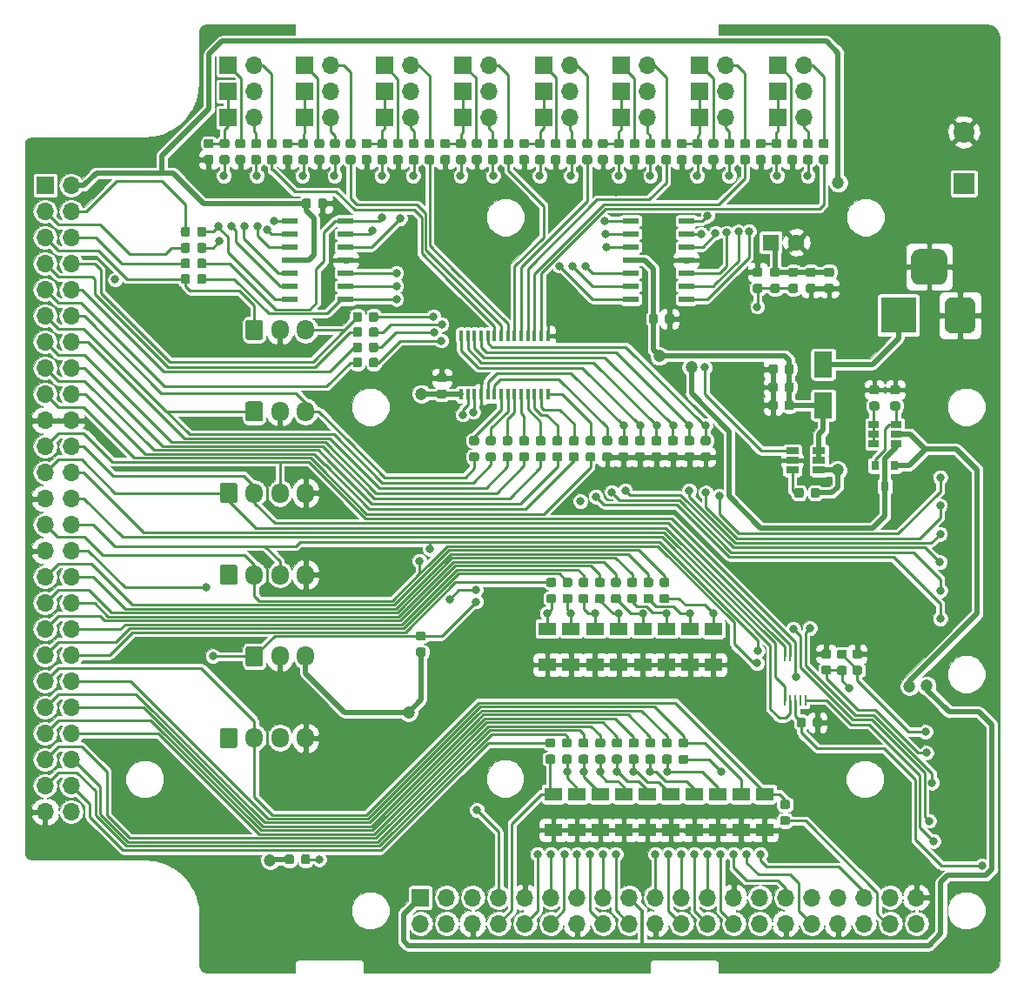
<source format=gbr>
G04 #@! TF.GenerationSoftware,KiCad,Pcbnew,(5.0.1)-3*
G04 #@! TF.CreationDate,2020-04-19T11:51:52-04:00*
G04 #@! TF.ProjectId,sailfin,7361696C66696E2E6B696361645F7063,rev?*
G04 #@! TF.SameCoordinates,Original*
G04 #@! TF.FileFunction,Copper,L2,Bot,Signal*
G04 #@! TF.FilePolarity,Positive*
%FSLAX46Y46*%
G04 Gerber Fmt 4.6, Leading zero omitted, Abs format (unit mm)*
G04 Created by KiCad (PCBNEW (5.0.1)-3) date 4/19/2020 11:51:52 AM*
%MOMM*%
%LPD*%
G01*
G04 APERTURE LIST*
G04 #@! TA.AperFunction,ComponentPad*
%ADD10O,1.700000X1.700000*%
G04 #@! TD*
G04 #@! TA.AperFunction,ComponentPad*
%ADD11R,1.700000X1.700000*%
G04 #@! TD*
G04 #@! TA.AperFunction,ComponentPad*
%ADD12C,2.032000*%
G04 #@! TD*
G04 #@! TA.AperFunction,ComponentPad*
%ADD13R,2.032000X2.032000*%
G04 #@! TD*
G04 #@! TA.AperFunction,SMDPad,CuDef*
%ADD14R,1.500000X0.600000*%
G04 #@! TD*
G04 #@! TA.AperFunction,SMDPad,CuDef*
%ADD15R,1.220000X0.650000*%
G04 #@! TD*
G04 #@! TA.AperFunction,SMDPad,CuDef*
%ADD16R,1.800000X2.500000*%
G04 #@! TD*
G04 #@! TA.AperFunction,Conductor*
%ADD17C,0.100000*%
G04 #@! TD*
G04 #@! TA.AperFunction,ComponentPad*
%ADD18C,3.500000*%
G04 #@! TD*
G04 #@! TA.AperFunction,ComponentPad*
%ADD19C,3.000000*%
G04 #@! TD*
G04 #@! TA.AperFunction,ComponentPad*
%ADD20R,3.500000X3.500000*%
G04 #@! TD*
G04 #@! TA.AperFunction,SMDPad,CuDef*
%ADD21R,1.700000X1.300000*%
G04 #@! TD*
G04 #@! TA.AperFunction,ComponentPad*
%ADD22O,1.700000X1.950000*%
G04 #@! TD*
G04 #@! TA.AperFunction,ComponentPad*
%ADD23C,1.700000*%
G04 #@! TD*
G04 #@! TA.AperFunction,SMDPad,CuDef*
%ADD24C,0.875000*%
G04 #@! TD*
G04 #@! TA.AperFunction,SMDPad,CuDef*
%ADD25R,0.250000X1.100000*%
G04 #@! TD*
G04 #@! TA.AperFunction,SMDPad,CuDef*
%ADD26R,0.400000X1.100000*%
G04 #@! TD*
G04 #@! TA.AperFunction,SMDPad,CuDef*
%ADD27R,1.060000X0.650000*%
G04 #@! TD*
G04 #@! TA.AperFunction,ComponentPad*
%ADD28R,1.600000X1.600000*%
G04 #@! TD*
G04 #@! TA.AperFunction,ComponentPad*
%ADD29C,1.600000*%
G04 #@! TD*
G04 #@! TA.AperFunction,SMDPad,CuDef*
%ADD30R,0.800000X0.900000*%
G04 #@! TD*
G04 #@! TA.AperFunction,ViaPad*
%ADD31C,0.800000*%
G04 #@! TD*
G04 #@! TA.AperFunction,ViaPad*
%ADD32C,1.200000*%
G04 #@! TD*
G04 #@! TA.AperFunction,Conductor*
%ADD33C,0.500000*%
G04 #@! TD*
G04 #@! TA.AperFunction,Conductor*
%ADD34C,0.300000*%
G04 #@! TD*
G04 #@! TA.AperFunction,Conductor*
%ADD35C,0.250000*%
G04 #@! TD*
G04 APERTURE END LIST*
D10*
G04 #@! TO.P,J4,50*
G04 #@! TO.N,+5V*
X21340000Y-175303000D03*
G04 #@! TO.P,J4,49*
G04 #@! TO.N,GND*
X18800000Y-175303000D03*
G04 #@! TO.P,J4,48*
G04 #@! TO.N,/PA1*
X21340000Y-172763000D03*
G04 #@! TO.P,J4,47*
G04 #@! TO.N,/PA2*
X18800000Y-172763000D03*
G04 #@! TO.P,J4,46*
G04 #@! TO.N,/PA3*
X21340000Y-170223000D03*
G04 #@! TO.P,J4,45*
G04 #@! TO.N,/PA4*
X18800000Y-170223000D03*
G04 #@! TO.P,J4,44*
G04 #@! TO.N,/PA5*
X21340000Y-167683000D03*
G04 #@! TO.P,J4,43*
G04 #@! TO.N,/PA6*
X18800000Y-167683000D03*
G04 #@! TO.P,J4,42*
G04 #@! TO.N,/PA7*
X21340000Y-165143000D03*
G04 #@! TO.P,J4,41*
G04 #@! TO.N,/PA8*
X18800000Y-165143000D03*
G04 #@! TO.P,J4,40*
G04 #@! TO.N,/ATO1*
X21340000Y-162603000D03*
G04 #@! TO.P,J4,39*
G04 #@! TO.N,/ATO2*
X18800000Y-162603000D03*
G04 #@! TO.P,J4,38*
G04 #@! TO.N,/PB1*
X21340000Y-160063000D03*
G04 #@! TO.P,J4,37*
G04 #@! TO.N,/PB2*
X18800000Y-160063000D03*
G04 #@! TO.P,J4,36*
G04 #@! TO.N,/PB3*
X21340000Y-157523000D03*
G04 #@! TO.P,J4,35*
G04 #@! TO.N,/PB4*
X18800000Y-157523000D03*
G04 #@! TO.P,J4,34*
G04 #@! TO.N,/PB5*
X21340000Y-154983000D03*
G04 #@! TO.P,J4,33*
G04 #@! TO.N,/PB6*
X18800000Y-154983000D03*
G04 #@! TO.P,J4,32*
G04 #@! TO.N,/PB7*
X21340000Y-152443000D03*
G04 #@! TO.P,J4,31*
G04 #@! TO.N,/PB8*
X18800000Y-152443000D03*
G04 #@! TO.P,J4,30*
G04 #@! TO.N,/1WIRE*
X21340000Y-149903000D03*
G04 #@! TO.P,J4,29*
G04 #@! TO.N,GND*
X18800000Y-149903000D03*
G04 #@! TO.P,J4,28*
G04 #@! TO.N,/SDA*
X21340000Y-147363000D03*
G04 #@! TO.P,J4,27*
G04 #@! TO.N,/SCL*
X18800000Y-147363000D03*
G04 #@! TO.P,J4,26*
G04 #@! TO.N,/AIN1*
X21340000Y-144823000D03*
G04 #@! TO.P,J4,25*
G04 #@! TO.N,GND*
X18800000Y-144823000D03*
G04 #@! TO.P,J4,24*
G04 #@! TO.N,/AIN2*
X21340000Y-142283000D03*
G04 #@! TO.P,J4,23*
G04 #@! TO.N,/AIN3*
X18800000Y-142283000D03*
G04 #@! TO.P,J4,22*
G04 #@! TO.N,/AIN4*
X21340000Y-139743000D03*
G04 #@! TO.P,J4,21*
G04 #@! TO.N,/AV+*
X18800000Y-139743000D03*
G04 #@! TO.P,J4,20*
G04 #@! TO.N,GND*
X21340000Y-137203000D03*
G04 #@! TO.P,J4,19*
X18800000Y-137203000D03*
G04 #@! TO.P,J4,18*
G04 #@! TO.N,/PWM2*
X21340000Y-134663000D03*
G04 #@! TO.P,J4,17*
G04 #@! TO.N,/PWM1*
X18800000Y-134663000D03*
G04 #@! TO.P,J4,16*
G04 #@! TO.N,/PWM4*
X21340000Y-132123000D03*
G04 #@! TO.P,J4,15*
G04 #@! TO.N,/PWM3*
X18800000Y-132123000D03*
G04 #@! TO.P,J4,14*
G04 #@! TO.N,/PWM6*
X21340000Y-129583000D03*
G04 #@! TO.P,J4,13*
G04 #@! TO.N,/PWM5*
X18800000Y-129583000D03*
G04 #@! TO.P,J4,12*
G04 #@! TO.N,/PWM8*
X21340000Y-127043000D03*
G04 #@! TO.P,J4,11*
G04 #@! TO.N,/PWM7*
X18800000Y-127043000D03*
G04 #@! TO.P,J4,10*
G04 #@! TO.N,/AOUT7*
X21340000Y-124503000D03*
G04 #@! TO.P,J4,9*
G04 #@! TO.N,/AOUT8*
X18800000Y-124503000D03*
G04 #@! TO.P,J4,8*
G04 #@! TO.N,/AOUT5*
X21340000Y-121963000D03*
G04 #@! TO.P,J4,7*
G04 #@! TO.N,/AOUT6*
X18800000Y-121963000D03*
G04 #@! TO.P,J4,6*
G04 #@! TO.N,/AOUT3*
X21340000Y-119423000D03*
G04 #@! TO.P,J4,5*
G04 #@! TO.N,/AOUT4*
X18800000Y-119423000D03*
G04 #@! TO.P,J4,4*
G04 #@! TO.N,/AOUT1*
X21340000Y-116883000D03*
G04 #@! TO.P,J4,3*
G04 #@! TO.N,/AOUT2*
X18800000Y-116883000D03*
G04 #@! TO.P,J4,2*
G04 #@! TO.N,+12V*
X21340000Y-114343000D03*
D11*
G04 #@! TO.P,J4,1*
G04 #@! TO.N,+3V3*
X18800000Y-114343000D03*
G04 #@! TD*
D12*
G04 #@! TO.P,J6,2*
G04 #@! TO.N,GND*
X108204000Y-109141280D03*
D13*
G04 #@! TO.P,J6,1*
G04 #@! TO.N,Net-(D3-Pad2)*
X108204000Y-114140000D03*
G04 #@! TD*
D14*
G04 #@! TO.P,U2,14*
G04 #@! TO.N,Net-(JP17-Pad2)*
X81186000Y-125420000D03*
G04 #@! TO.P,U2,13*
G04 #@! TO.N,Net-(JP17-Pad1)*
X81186000Y-124150000D03*
G04 #@! TO.P,U2,12*
G04 #@! TO.N,Net-(JP14-Pad2)*
X81186000Y-122880000D03*
G04 #@! TO.P,U2,11*
G04 #@! TO.N,GND*
X81186000Y-121610000D03*
G04 #@! TO.P,U2,10*
G04 #@! TO.N,Net-(JP8-Pad2)*
X81186000Y-120340000D03*
G04 #@! TO.P,U2,9*
G04 #@! TO.N,Net-(JP11-Pad1)*
X81186000Y-119070000D03*
G04 #@! TO.P,U2,8*
G04 #@! TO.N,Net-(JP11-Pad2)*
X81186000Y-117800000D03*
G04 #@! TO.P,U2,7*
G04 #@! TO.N,Net-(JP15-Pad2)*
X75786000Y-117800000D03*
G04 #@! TO.P,U2,6*
G04 #@! TO.N,Net-(JP15-Pad1)*
X75786000Y-119070000D03*
G04 #@! TO.P,U2,5*
G04 #@! TO.N,Net-(JP13-Pad2)*
X75786000Y-120340000D03*
G04 #@! TO.P,U2,4*
G04 #@! TO.N,+12V*
X75786000Y-121610000D03*
G04 #@! TO.P,U2,3*
G04 #@! TO.N,Net-(JP7-Pad2)*
X75786000Y-122880000D03*
G04 #@! TO.P,U2,2*
G04 #@! TO.N,Net-(JP10-Pad1)*
X75786000Y-124150000D03*
G04 #@! TO.P,U2,1*
G04 #@! TO.N,Net-(JP9-Pad2)*
X75786000Y-125420000D03*
G04 #@! TD*
G04 #@! TO.P,U3,14*
G04 #@! TO.N,Net-(JP29-Pad2)*
X48040000Y-125420000D03*
G04 #@! TO.P,U3,13*
G04 #@! TO.N,Net-(JP29-Pad1)*
X48040000Y-124150000D03*
G04 #@! TO.P,U3,12*
G04 #@! TO.N,Net-(JP26-Pad2)*
X48040000Y-122880000D03*
G04 #@! TO.P,U3,11*
G04 #@! TO.N,GND*
X48040000Y-121610000D03*
G04 #@! TO.P,U3,10*
G04 #@! TO.N,Net-(JP20-Pad2)*
X48040000Y-120340000D03*
G04 #@! TO.P,U3,9*
G04 #@! TO.N,Net-(JP23-Pad1)*
X48040000Y-119070000D03*
G04 #@! TO.P,U3,8*
G04 #@! TO.N,Net-(JP23-Pad2)*
X48040000Y-117800000D03*
G04 #@! TO.P,U3,7*
G04 #@! TO.N,Net-(JP27-Pad2)*
X42640000Y-117800000D03*
G04 #@! TO.P,U3,6*
G04 #@! TO.N,Net-(JP27-Pad1)*
X42640000Y-119070000D03*
G04 #@! TO.P,U3,5*
G04 #@! TO.N,Net-(JP25-Pad2)*
X42640000Y-120340000D03*
G04 #@! TO.P,U3,4*
G04 #@! TO.N,+12V*
X42640000Y-121610000D03*
G04 #@! TO.P,U3,3*
G04 #@! TO.N,Net-(JP19-Pad2)*
X42640000Y-122880000D03*
G04 #@! TO.P,U3,2*
G04 #@! TO.N,Net-(JP21-Pad1)*
X42640000Y-124150000D03*
G04 #@! TO.P,U3,1*
G04 #@! TO.N,Net-(JP21-Pad2)*
X42640000Y-125420000D03*
G04 #@! TD*
D15*
G04 #@! TO.P,U5,6*
G04 #@! TO.N,Net-(C16-Pad1)*
X94120000Y-142060000D03*
G04 #@! TO.P,U5,5*
G04 #@! TO.N,+12V*
X94120000Y-141110000D03*
G04 #@! TO.P,U5,4*
X94120000Y-140160000D03*
G04 #@! TO.P,U5,3*
G04 #@! TO.N,Net-(C17-Pad2)*
X91500000Y-140160000D03*
G04 #@! TO.P,U5,2*
G04 #@! TO.N,GND*
X91500000Y-141110000D03*
G04 #@! TO.P,U5,1*
G04 #@! TO.N,Net-(C16-Pad2)*
X91500000Y-142060000D03*
G04 #@! TD*
D16*
G04 #@! TO.P,D3,2*
G04 #@! TO.N,Net-(D3-Pad2)*
X94520000Y-131740000D03*
G04 #@! TO.P,D3,1*
G04 #@! TO.N,+12V*
X94520000Y-135740000D03*
G04 #@! TD*
D17*
G04 #@! TO.N,GND*
G04 #@! TO.C,J19*
G36*
X105790765Y-120524213D02*
X105875704Y-120536813D01*
X105958999Y-120557677D01*
X106039848Y-120586605D01*
X106117472Y-120623319D01*
X106191124Y-120667464D01*
X106260094Y-120718616D01*
X106323718Y-120776282D01*
X106381384Y-120839906D01*
X106432536Y-120908876D01*
X106476681Y-120982528D01*
X106513395Y-121060152D01*
X106542323Y-121141001D01*
X106563187Y-121224296D01*
X106575787Y-121309235D01*
X106580000Y-121395000D01*
X106580000Y-123145000D01*
X106575787Y-123230765D01*
X106563187Y-123315704D01*
X106542323Y-123398999D01*
X106513395Y-123479848D01*
X106476681Y-123557472D01*
X106432536Y-123631124D01*
X106381384Y-123700094D01*
X106323718Y-123763718D01*
X106260094Y-123821384D01*
X106191124Y-123872536D01*
X106117472Y-123916681D01*
X106039848Y-123953395D01*
X105958999Y-123982323D01*
X105875704Y-124003187D01*
X105790765Y-124015787D01*
X105705000Y-124020000D01*
X103955000Y-124020000D01*
X103869235Y-124015787D01*
X103784296Y-124003187D01*
X103701001Y-123982323D01*
X103620152Y-123953395D01*
X103542528Y-123916681D01*
X103468876Y-123872536D01*
X103399906Y-123821384D01*
X103336282Y-123763718D01*
X103278616Y-123700094D01*
X103227464Y-123631124D01*
X103183319Y-123557472D01*
X103146605Y-123479848D01*
X103117677Y-123398999D01*
X103096813Y-123315704D01*
X103084213Y-123230765D01*
X103080000Y-123145000D01*
X103080000Y-121395000D01*
X103084213Y-121309235D01*
X103096813Y-121224296D01*
X103117677Y-121141001D01*
X103146605Y-121060152D01*
X103183319Y-120982528D01*
X103227464Y-120908876D01*
X103278616Y-120839906D01*
X103336282Y-120776282D01*
X103399906Y-120718616D01*
X103468876Y-120667464D01*
X103542528Y-120623319D01*
X103620152Y-120586605D01*
X103701001Y-120557677D01*
X103784296Y-120536813D01*
X103869235Y-120524213D01*
X103955000Y-120520000D01*
X105705000Y-120520000D01*
X105790765Y-120524213D01*
X105790765Y-120524213D01*
G37*
D18*
G04 #@! TD*
G04 #@! TO.P,J19,3*
G04 #@! TO.N,GND*
X104830000Y-122270000D03*
D17*
G04 #@! TO.N,GND*
G04 #@! TO.C,J19*
G36*
X108653513Y-125223611D02*
X108726318Y-125234411D01*
X108797714Y-125252295D01*
X108867013Y-125277090D01*
X108933548Y-125308559D01*
X108996678Y-125346398D01*
X109055795Y-125390242D01*
X109110330Y-125439670D01*
X109159758Y-125494205D01*
X109203602Y-125553322D01*
X109241441Y-125616452D01*
X109272910Y-125682987D01*
X109297705Y-125752286D01*
X109315589Y-125823682D01*
X109326389Y-125896487D01*
X109330000Y-125970000D01*
X109330000Y-127970000D01*
X109326389Y-128043513D01*
X109315589Y-128116318D01*
X109297705Y-128187714D01*
X109272910Y-128257013D01*
X109241441Y-128323548D01*
X109203602Y-128386678D01*
X109159758Y-128445795D01*
X109110330Y-128500330D01*
X109055795Y-128549758D01*
X108996678Y-128593602D01*
X108933548Y-128631441D01*
X108867013Y-128662910D01*
X108797714Y-128687705D01*
X108726318Y-128705589D01*
X108653513Y-128716389D01*
X108580000Y-128720000D01*
X107080000Y-128720000D01*
X107006487Y-128716389D01*
X106933682Y-128705589D01*
X106862286Y-128687705D01*
X106792987Y-128662910D01*
X106726452Y-128631441D01*
X106663322Y-128593602D01*
X106604205Y-128549758D01*
X106549670Y-128500330D01*
X106500242Y-128445795D01*
X106456398Y-128386678D01*
X106418559Y-128323548D01*
X106387090Y-128257013D01*
X106362295Y-128187714D01*
X106344411Y-128116318D01*
X106333611Y-128043513D01*
X106330000Y-127970000D01*
X106330000Y-125970000D01*
X106333611Y-125896487D01*
X106344411Y-125823682D01*
X106362295Y-125752286D01*
X106387090Y-125682987D01*
X106418559Y-125616452D01*
X106456398Y-125553322D01*
X106500242Y-125494205D01*
X106549670Y-125439670D01*
X106604205Y-125390242D01*
X106663322Y-125346398D01*
X106726452Y-125308559D01*
X106792987Y-125277090D01*
X106862286Y-125252295D01*
X106933682Y-125234411D01*
X107006487Y-125223611D01*
X107080000Y-125220000D01*
X108580000Y-125220000D01*
X108653513Y-125223611D01*
X108653513Y-125223611D01*
G37*
D19*
G04 #@! TD*
G04 #@! TO.P,J19,2*
G04 #@! TO.N,GND*
X107830000Y-126970000D03*
D20*
G04 #@! TO.P,J19,1*
G04 #@! TO.N,Net-(D3-Pad2)*
X101830000Y-126970000D03*
G04 #@! TD*
D21*
G04 #@! TO.P,D7,2*
G04 #@! TO.N,GND*
X75122000Y-177078528D03*
G04 #@! TO.P,D7,1*
G04 #@! TO.N,/GPIO18*
X75122000Y-173578528D03*
G04 #@! TD*
D22*
G04 #@! TO.P,J2,4*
G04 #@! TO.N,GND*
X44150000Y-168110000D03*
G04 #@! TO.P,J2,3*
G04 #@! TO.N,Net-(J2-Pad3)*
X41650000Y-168110000D03*
G04 #@! TO.P,J2,2*
G04 #@! TO.N,/ATO2*
X39150000Y-168110000D03*
D17*
G04 #@! TD*
G04 #@! TO.N,+5V*
G04 #@! TO.C,J2*
G36*
X37274504Y-167136204D02*
X37298773Y-167139804D01*
X37322571Y-167145765D01*
X37345671Y-167154030D01*
X37367849Y-167164520D01*
X37388893Y-167177133D01*
X37408598Y-167191747D01*
X37426777Y-167208223D01*
X37443253Y-167226402D01*
X37457867Y-167246107D01*
X37470480Y-167267151D01*
X37480970Y-167289329D01*
X37489235Y-167312429D01*
X37495196Y-167336227D01*
X37498796Y-167360496D01*
X37500000Y-167385000D01*
X37500000Y-168835000D01*
X37498796Y-168859504D01*
X37495196Y-168883773D01*
X37489235Y-168907571D01*
X37480970Y-168930671D01*
X37470480Y-168952849D01*
X37457867Y-168973893D01*
X37443253Y-168993598D01*
X37426777Y-169011777D01*
X37408598Y-169028253D01*
X37388893Y-169042867D01*
X37367849Y-169055480D01*
X37345671Y-169065970D01*
X37322571Y-169074235D01*
X37298773Y-169080196D01*
X37274504Y-169083796D01*
X37250000Y-169085000D01*
X36050000Y-169085000D01*
X36025496Y-169083796D01*
X36001227Y-169080196D01*
X35977429Y-169074235D01*
X35954329Y-169065970D01*
X35932151Y-169055480D01*
X35911107Y-169042867D01*
X35891402Y-169028253D01*
X35873223Y-169011777D01*
X35856747Y-168993598D01*
X35842133Y-168973893D01*
X35829520Y-168952849D01*
X35819030Y-168930671D01*
X35810765Y-168907571D01*
X35804804Y-168883773D01*
X35801204Y-168859504D01*
X35800000Y-168835000D01*
X35800000Y-167385000D01*
X35801204Y-167360496D01*
X35804804Y-167336227D01*
X35810765Y-167312429D01*
X35819030Y-167289329D01*
X35829520Y-167267151D01*
X35842133Y-167246107D01*
X35856747Y-167226402D01*
X35873223Y-167208223D01*
X35891402Y-167191747D01*
X35911107Y-167177133D01*
X35932151Y-167164520D01*
X35954329Y-167154030D01*
X35977429Y-167145765D01*
X36001227Y-167139804D01*
X36025496Y-167136204D01*
X36050000Y-167135000D01*
X37250000Y-167135000D01*
X37274504Y-167136204D01*
X37274504Y-167136204D01*
G37*
D23*
G04 #@! TO.P,J2,1*
G04 #@! TO.N,+5V*
X36650000Y-168110000D03*
G04 #@! TD*
D17*
G04 #@! TO.N,/PWM/A4*
G04 #@! TO.C,R8*
G36*
X83357691Y-138746053D02*
X83378926Y-138749203D01*
X83399750Y-138754419D01*
X83419962Y-138761651D01*
X83439368Y-138770830D01*
X83457781Y-138781866D01*
X83475024Y-138794654D01*
X83490930Y-138809070D01*
X83505346Y-138824976D01*
X83518134Y-138842219D01*
X83529170Y-138860632D01*
X83538349Y-138880038D01*
X83545581Y-138900250D01*
X83550797Y-138921074D01*
X83553947Y-138942309D01*
X83555000Y-138963750D01*
X83555000Y-139401250D01*
X83553947Y-139422691D01*
X83550797Y-139443926D01*
X83545581Y-139464750D01*
X83538349Y-139484962D01*
X83529170Y-139504368D01*
X83518134Y-139522781D01*
X83505346Y-139540024D01*
X83490930Y-139555930D01*
X83475024Y-139570346D01*
X83457781Y-139583134D01*
X83439368Y-139594170D01*
X83419962Y-139603349D01*
X83399750Y-139610581D01*
X83378926Y-139615797D01*
X83357691Y-139618947D01*
X83336250Y-139620000D01*
X82823750Y-139620000D01*
X82802309Y-139618947D01*
X82781074Y-139615797D01*
X82760250Y-139610581D01*
X82740038Y-139603349D01*
X82720632Y-139594170D01*
X82702219Y-139583134D01*
X82684976Y-139570346D01*
X82669070Y-139555930D01*
X82654654Y-139540024D01*
X82641866Y-139522781D01*
X82630830Y-139504368D01*
X82621651Y-139484962D01*
X82614419Y-139464750D01*
X82609203Y-139443926D01*
X82606053Y-139422691D01*
X82605000Y-139401250D01*
X82605000Y-138963750D01*
X82606053Y-138942309D01*
X82609203Y-138921074D01*
X82614419Y-138900250D01*
X82621651Y-138880038D01*
X82630830Y-138860632D01*
X82641866Y-138842219D01*
X82654654Y-138824976D01*
X82669070Y-138809070D01*
X82684976Y-138794654D01*
X82702219Y-138781866D01*
X82720632Y-138770830D01*
X82740038Y-138761651D01*
X82760250Y-138754419D01*
X82781074Y-138749203D01*
X82802309Y-138746053D01*
X82823750Y-138745000D01*
X83336250Y-138745000D01*
X83357691Y-138746053D01*
X83357691Y-138746053D01*
G37*
D24*
G04 #@! TD*
G04 #@! TO.P,R8,1*
G04 #@! TO.N,/PWM/A4*
X83080000Y-139182500D03*
D17*
G04 #@! TO.N,GND*
G04 #@! TO.C,R8*
G36*
X83357691Y-140321053D02*
X83378926Y-140324203D01*
X83399750Y-140329419D01*
X83419962Y-140336651D01*
X83439368Y-140345830D01*
X83457781Y-140356866D01*
X83475024Y-140369654D01*
X83490930Y-140384070D01*
X83505346Y-140399976D01*
X83518134Y-140417219D01*
X83529170Y-140435632D01*
X83538349Y-140455038D01*
X83545581Y-140475250D01*
X83550797Y-140496074D01*
X83553947Y-140517309D01*
X83555000Y-140538750D01*
X83555000Y-140976250D01*
X83553947Y-140997691D01*
X83550797Y-141018926D01*
X83545581Y-141039750D01*
X83538349Y-141059962D01*
X83529170Y-141079368D01*
X83518134Y-141097781D01*
X83505346Y-141115024D01*
X83490930Y-141130930D01*
X83475024Y-141145346D01*
X83457781Y-141158134D01*
X83439368Y-141169170D01*
X83419962Y-141178349D01*
X83399750Y-141185581D01*
X83378926Y-141190797D01*
X83357691Y-141193947D01*
X83336250Y-141195000D01*
X82823750Y-141195000D01*
X82802309Y-141193947D01*
X82781074Y-141190797D01*
X82760250Y-141185581D01*
X82740038Y-141178349D01*
X82720632Y-141169170D01*
X82702219Y-141158134D01*
X82684976Y-141145346D01*
X82669070Y-141130930D01*
X82654654Y-141115024D01*
X82641866Y-141097781D01*
X82630830Y-141079368D01*
X82621651Y-141059962D01*
X82614419Y-141039750D01*
X82609203Y-141018926D01*
X82606053Y-140997691D01*
X82605000Y-140976250D01*
X82605000Y-140538750D01*
X82606053Y-140517309D01*
X82609203Y-140496074D01*
X82614419Y-140475250D01*
X82621651Y-140455038D01*
X82630830Y-140435632D01*
X82641866Y-140417219D01*
X82654654Y-140399976D01*
X82669070Y-140384070D01*
X82684976Y-140369654D01*
X82702219Y-140356866D01*
X82720632Y-140345830D01*
X82740038Y-140336651D01*
X82760250Y-140329419D01*
X82781074Y-140324203D01*
X82802309Y-140321053D01*
X82823750Y-140320000D01*
X83336250Y-140320000D01*
X83357691Y-140321053D01*
X83357691Y-140321053D01*
G37*
D24*
G04 #@! TD*
G04 #@! TO.P,R8,2*
G04 #@! TO.N,GND*
X83080000Y-140757500D03*
D17*
G04 #@! TO.N,Net-(JP13-Pad2)*
G04 #@! TO.C,R29*
G36*
X79504390Y-109826185D02*
X79525625Y-109829335D01*
X79546449Y-109834551D01*
X79566661Y-109841783D01*
X79586067Y-109850962D01*
X79604480Y-109861998D01*
X79621723Y-109874786D01*
X79637629Y-109889202D01*
X79652045Y-109905108D01*
X79664833Y-109922351D01*
X79675869Y-109940764D01*
X79685048Y-109960170D01*
X79692280Y-109980382D01*
X79697496Y-110001206D01*
X79700646Y-110022441D01*
X79701699Y-110043882D01*
X79701699Y-110481382D01*
X79700646Y-110502823D01*
X79697496Y-110524058D01*
X79692280Y-110544882D01*
X79685048Y-110565094D01*
X79675869Y-110584500D01*
X79664833Y-110602913D01*
X79652045Y-110620156D01*
X79637629Y-110636062D01*
X79621723Y-110650478D01*
X79604480Y-110663266D01*
X79586067Y-110674302D01*
X79566661Y-110683481D01*
X79546449Y-110690713D01*
X79525625Y-110695929D01*
X79504390Y-110699079D01*
X79482949Y-110700132D01*
X78970449Y-110700132D01*
X78949008Y-110699079D01*
X78927773Y-110695929D01*
X78906949Y-110690713D01*
X78886737Y-110683481D01*
X78867331Y-110674302D01*
X78848918Y-110663266D01*
X78831675Y-110650478D01*
X78815769Y-110636062D01*
X78801353Y-110620156D01*
X78788565Y-110602913D01*
X78777529Y-110584500D01*
X78768350Y-110565094D01*
X78761118Y-110544882D01*
X78755902Y-110524058D01*
X78752752Y-110502823D01*
X78751699Y-110481382D01*
X78751699Y-110043882D01*
X78752752Y-110022441D01*
X78755902Y-110001206D01*
X78761118Y-109980382D01*
X78768350Y-109960170D01*
X78777529Y-109940764D01*
X78788565Y-109922351D01*
X78801353Y-109905108D01*
X78815769Y-109889202D01*
X78831675Y-109874786D01*
X78848918Y-109861998D01*
X78867331Y-109850962D01*
X78886737Y-109841783D01*
X78906949Y-109834551D01*
X78927773Y-109829335D01*
X78949008Y-109826185D01*
X78970449Y-109825132D01*
X79482949Y-109825132D01*
X79504390Y-109826185D01*
X79504390Y-109826185D01*
G37*
D24*
G04 #@! TD*
G04 #@! TO.P,R29,1*
G04 #@! TO.N,Net-(JP13-Pad2)*
X79226699Y-110262632D03*
D17*
G04 #@! TO.N,/PWM/LED5*
G04 #@! TO.C,R29*
G36*
X79504390Y-111401185D02*
X79525625Y-111404335D01*
X79546449Y-111409551D01*
X79566661Y-111416783D01*
X79586067Y-111425962D01*
X79604480Y-111436998D01*
X79621723Y-111449786D01*
X79637629Y-111464202D01*
X79652045Y-111480108D01*
X79664833Y-111497351D01*
X79675869Y-111515764D01*
X79685048Y-111535170D01*
X79692280Y-111555382D01*
X79697496Y-111576206D01*
X79700646Y-111597441D01*
X79701699Y-111618882D01*
X79701699Y-112056382D01*
X79700646Y-112077823D01*
X79697496Y-112099058D01*
X79692280Y-112119882D01*
X79685048Y-112140094D01*
X79675869Y-112159500D01*
X79664833Y-112177913D01*
X79652045Y-112195156D01*
X79637629Y-112211062D01*
X79621723Y-112225478D01*
X79604480Y-112238266D01*
X79586067Y-112249302D01*
X79566661Y-112258481D01*
X79546449Y-112265713D01*
X79525625Y-112270929D01*
X79504390Y-112274079D01*
X79482949Y-112275132D01*
X78970449Y-112275132D01*
X78949008Y-112274079D01*
X78927773Y-112270929D01*
X78906949Y-112265713D01*
X78886737Y-112258481D01*
X78867331Y-112249302D01*
X78848918Y-112238266D01*
X78831675Y-112225478D01*
X78815769Y-112211062D01*
X78801353Y-112195156D01*
X78788565Y-112177913D01*
X78777529Y-112159500D01*
X78768350Y-112140094D01*
X78761118Y-112119882D01*
X78755902Y-112099058D01*
X78752752Y-112077823D01*
X78751699Y-112056382D01*
X78751699Y-111618882D01*
X78752752Y-111597441D01*
X78755902Y-111576206D01*
X78761118Y-111555382D01*
X78768350Y-111535170D01*
X78777529Y-111515764D01*
X78788565Y-111497351D01*
X78801353Y-111480108D01*
X78815769Y-111464202D01*
X78831675Y-111449786D01*
X78848918Y-111436998D01*
X78867331Y-111425962D01*
X78886737Y-111416783D01*
X78906949Y-111409551D01*
X78927773Y-111404335D01*
X78949008Y-111401185D01*
X78970449Y-111400132D01*
X79482949Y-111400132D01*
X79504390Y-111401185D01*
X79504390Y-111401185D01*
G37*
D24*
G04 #@! TD*
G04 #@! TO.P,R29,2*
G04 #@! TO.N,/PWM/LED5*
X79226699Y-111837632D03*
D17*
G04 #@! TO.N,GND*
G04 #@! TO.C,R41*
G36*
X34994349Y-111401185D02*
X35015584Y-111404335D01*
X35036408Y-111409551D01*
X35056620Y-111416783D01*
X35076026Y-111425962D01*
X35094439Y-111436998D01*
X35111682Y-111449786D01*
X35127588Y-111464202D01*
X35142004Y-111480108D01*
X35154792Y-111497351D01*
X35165828Y-111515764D01*
X35175007Y-111535170D01*
X35182239Y-111555382D01*
X35187455Y-111576206D01*
X35190605Y-111597441D01*
X35191658Y-111618882D01*
X35191658Y-112056382D01*
X35190605Y-112077823D01*
X35187455Y-112099058D01*
X35182239Y-112119882D01*
X35175007Y-112140094D01*
X35165828Y-112159500D01*
X35154792Y-112177913D01*
X35142004Y-112195156D01*
X35127588Y-112211062D01*
X35111682Y-112225478D01*
X35094439Y-112238266D01*
X35076026Y-112249302D01*
X35056620Y-112258481D01*
X35036408Y-112265713D01*
X35015584Y-112270929D01*
X34994349Y-112274079D01*
X34972908Y-112275132D01*
X34460408Y-112275132D01*
X34438967Y-112274079D01*
X34417732Y-112270929D01*
X34396908Y-112265713D01*
X34376696Y-112258481D01*
X34357290Y-112249302D01*
X34338877Y-112238266D01*
X34321634Y-112225478D01*
X34305728Y-112211062D01*
X34291312Y-112195156D01*
X34278524Y-112177913D01*
X34267488Y-112159500D01*
X34258309Y-112140094D01*
X34251077Y-112119882D01*
X34245861Y-112099058D01*
X34242711Y-112077823D01*
X34241658Y-112056382D01*
X34241658Y-111618882D01*
X34242711Y-111597441D01*
X34245861Y-111576206D01*
X34251077Y-111555382D01*
X34258309Y-111535170D01*
X34267488Y-111515764D01*
X34278524Y-111497351D01*
X34291312Y-111480108D01*
X34305728Y-111464202D01*
X34321634Y-111449786D01*
X34338877Y-111436998D01*
X34357290Y-111425962D01*
X34376696Y-111416783D01*
X34396908Y-111409551D01*
X34417732Y-111404335D01*
X34438967Y-111401185D01*
X34460408Y-111400132D01*
X34972908Y-111400132D01*
X34994349Y-111401185D01*
X34994349Y-111401185D01*
G37*
D24*
G04 #@! TD*
G04 #@! TO.P,R41,1*
G04 #@! TO.N,GND*
X34716658Y-111837632D03*
D17*
G04 #@! TO.N,Net-(JP21-Pad1)*
G04 #@! TO.C,R41*
G36*
X34994349Y-109826185D02*
X35015584Y-109829335D01*
X35036408Y-109834551D01*
X35056620Y-109841783D01*
X35076026Y-109850962D01*
X35094439Y-109861998D01*
X35111682Y-109874786D01*
X35127588Y-109889202D01*
X35142004Y-109905108D01*
X35154792Y-109922351D01*
X35165828Y-109940764D01*
X35175007Y-109960170D01*
X35182239Y-109980382D01*
X35187455Y-110001206D01*
X35190605Y-110022441D01*
X35191658Y-110043882D01*
X35191658Y-110481382D01*
X35190605Y-110502823D01*
X35187455Y-110524058D01*
X35182239Y-110544882D01*
X35175007Y-110565094D01*
X35165828Y-110584500D01*
X35154792Y-110602913D01*
X35142004Y-110620156D01*
X35127588Y-110636062D01*
X35111682Y-110650478D01*
X35094439Y-110663266D01*
X35076026Y-110674302D01*
X35056620Y-110683481D01*
X35036408Y-110690713D01*
X35015584Y-110695929D01*
X34994349Y-110699079D01*
X34972908Y-110700132D01*
X34460408Y-110700132D01*
X34438967Y-110699079D01*
X34417732Y-110695929D01*
X34396908Y-110690713D01*
X34376696Y-110683481D01*
X34357290Y-110674302D01*
X34338877Y-110663266D01*
X34321634Y-110650478D01*
X34305728Y-110636062D01*
X34291312Y-110620156D01*
X34278524Y-110602913D01*
X34267488Y-110584500D01*
X34258309Y-110565094D01*
X34251077Y-110544882D01*
X34245861Y-110524058D01*
X34242711Y-110502823D01*
X34241658Y-110481382D01*
X34241658Y-110043882D01*
X34242711Y-110022441D01*
X34245861Y-110001206D01*
X34251077Y-109980382D01*
X34258309Y-109960170D01*
X34267488Y-109940764D01*
X34278524Y-109922351D01*
X34291312Y-109905108D01*
X34305728Y-109889202D01*
X34321634Y-109874786D01*
X34338877Y-109861998D01*
X34357290Y-109850962D01*
X34376696Y-109841783D01*
X34396908Y-109834551D01*
X34417732Y-109829335D01*
X34438967Y-109826185D01*
X34460408Y-109825132D01*
X34972908Y-109825132D01*
X34994349Y-109826185D01*
X34994349Y-109826185D01*
G37*
D24*
G04 #@! TD*
G04 #@! TO.P,R41,2*
G04 #@! TO.N,Net-(JP21-Pad1)*
X34716658Y-110262632D03*
D17*
G04 #@! TO.N,Net-(JP21-Pad2)*
G04 #@! TO.C,R44*
G36*
X39598836Y-111401185D02*
X39620071Y-111404335D01*
X39640895Y-111409551D01*
X39661107Y-111416783D01*
X39680513Y-111425962D01*
X39698926Y-111436998D01*
X39716169Y-111449786D01*
X39732075Y-111464202D01*
X39746491Y-111480108D01*
X39759279Y-111497351D01*
X39770315Y-111515764D01*
X39779494Y-111535170D01*
X39786726Y-111555382D01*
X39791942Y-111576206D01*
X39795092Y-111597441D01*
X39796145Y-111618882D01*
X39796145Y-112056382D01*
X39795092Y-112077823D01*
X39791942Y-112099058D01*
X39786726Y-112119882D01*
X39779494Y-112140094D01*
X39770315Y-112159500D01*
X39759279Y-112177913D01*
X39746491Y-112195156D01*
X39732075Y-112211062D01*
X39716169Y-112225478D01*
X39698926Y-112238266D01*
X39680513Y-112249302D01*
X39661107Y-112258481D01*
X39640895Y-112265713D01*
X39620071Y-112270929D01*
X39598836Y-112274079D01*
X39577395Y-112275132D01*
X39064895Y-112275132D01*
X39043454Y-112274079D01*
X39022219Y-112270929D01*
X39001395Y-112265713D01*
X38981183Y-112258481D01*
X38961777Y-112249302D01*
X38943364Y-112238266D01*
X38926121Y-112225478D01*
X38910215Y-112211062D01*
X38895799Y-112195156D01*
X38883011Y-112177913D01*
X38871975Y-112159500D01*
X38862796Y-112140094D01*
X38855564Y-112119882D01*
X38850348Y-112099058D01*
X38847198Y-112077823D01*
X38846145Y-112056382D01*
X38846145Y-111618882D01*
X38847198Y-111597441D01*
X38850348Y-111576206D01*
X38855564Y-111555382D01*
X38862796Y-111535170D01*
X38871975Y-111515764D01*
X38883011Y-111497351D01*
X38895799Y-111480108D01*
X38910215Y-111464202D01*
X38926121Y-111449786D01*
X38943364Y-111436998D01*
X38961777Y-111425962D01*
X38981183Y-111416783D01*
X39001395Y-111409551D01*
X39022219Y-111404335D01*
X39043454Y-111401185D01*
X39064895Y-111400132D01*
X39577395Y-111400132D01*
X39598836Y-111401185D01*
X39598836Y-111401185D01*
G37*
D24*
G04 #@! TD*
G04 #@! TO.P,R44,2*
G04 #@! TO.N,Net-(JP21-Pad2)*
X39321145Y-111837632D03*
D17*
G04 #@! TO.N,Net-(JP22-Pad2)*
G04 #@! TO.C,R44*
G36*
X39598836Y-109826185D02*
X39620071Y-109829335D01*
X39640895Y-109834551D01*
X39661107Y-109841783D01*
X39680513Y-109850962D01*
X39698926Y-109861998D01*
X39716169Y-109874786D01*
X39732075Y-109889202D01*
X39746491Y-109905108D01*
X39759279Y-109922351D01*
X39770315Y-109940764D01*
X39779494Y-109960170D01*
X39786726Y-109980382D01*
X39791942Y-110001206D01*
X39795092Y-110022441D01*
X39796145Y-110043882D01*
X39796145Y-110481382D01*
X39795092Y-110502823D01*
X39791942Y-110524058D01*
X39786726Y-110544882D01*
X39779494Y-110565094D01*
X39770315Y-110584500D01*
X39759279Y-110602913D01*
X39746491Y-110620156D01*
X39732075Y-110636062D01*
X39716169Y-110650478D01*
X39698926Y-110663266D01*
X39680513Y-110674302D01*
X39661107Y-110683481D01*
X39640895Y-110690713D01*
X39620071Y-110695929D01*
X39598836Y-110699079D01*
X39577395Y-110700132D01*
X39064895Y-110700132D01*
X39043454Y-110699079D01*
X39022219Y-110695929D01*
X39001395Y-110690713D01*
X38981183Y-110683481D01*
X38961777Y-110674302D01*
X38943364Y-110663266D01*
X38926121Y-110650478D01*
X38910215Y-110636062D01*
X38895799Y-110620156D01*
X38883011Y-110602913D01*
X38871975Y-110584500D01*
X38862796Y-110565094D01*
X38855564Y-110544882D01*
X38850348Y-110524058D01*
X38847198Y-110502823D01*
X38846145Y-110481382D01*
X38846145Y-110043882D01*
X38847198Y-110022441D01*
X38850348Y-110001206D01*
X38855564Y-109980382D01*
X38862796Y-109960170D01*
X38871975Y-109940764D01*
X38883011Y-109922351D01*
X38895799Y-109905108D01*
X38910215Y-109889202D01*
X38926121Y-109874786D01*
X38943364Y-109861998D01*
X38961777Y-109850962D01*
X38981183Y-109841783D01*
X39001395Y-109834551D01*
X39022219Y-109829335D01*
X39043454Y-109826185D01*
X39064895Y-109825132D01*
X39577395Y-109825132D01*
X39598836Y-109826185D01*
X39598836Y-109826185D01*
G37*
D24*
G04 #@! TD*
G04 #@! TO.P,R44,1*
G04 #@! TO.N,Net-(JP22-Pad2)*
X39321145Y-110262632D03*
D17*
G04 #@! TO.N,Net-(JP23-Pad2)*
G04 #@! TO.C,R46*
G36*
X54947126Y-111401185D02*
X54968361Y-111404335D01*
X54989185Y-111409551D01*
X55009397Y-111416783D01*
X55028803Y-111425962D01*
X55047216Y-111436998D01*
X55064459Y-111449786D01*
X55080365Y-111464202D01*
X55094781Y-111480108D01*
X55107569Y-111497351D01*
X55118605Y-111515764D01*
X55127784Y-111535170D01*
X55135016Y-111555382D01*
X55140232Y-111576206D01*
X55143382Y-111597441D01*
X55144435Y-111618882D01*
X55144435Y-112056382D01*
X55143382Y-112077823D01*
X55140232Y-112099058D01*
X55135016Y-112119882D01*
X55127784Y-112140094D01*
X55118605Y-112159500D01*
X55107569Y-112177913D01*
X55094781Y-112195156D01*
X55080365Y-112211062D01*
X55064459Y-112225478D01*
X55047216Y-112238266D01*
X55028803Y-112249302D01*
X55009397Y-112258481D01*
X54989185Y-112265713D01*
X54968361Y-112270929D01*
X54947126Y-112274079D01*
X54925685Y-112275132D01*
X54413185Y-112275132D01*
X54391744Y-112274079D01*
X54370509Y-112270929D01*
X54349685Y-112265713D01*
X54329473Y-112258481D01*
X54310067Y-112249302D01*
X54291654Y-112238266D01*
X54274411Y-112225478D01*
X54258505Y-112211062D01*
X54244089Y-112195156D01*
X54231301Y-112177913D01*
X54220265Y-112159500D01*
X54211086Y-112140094D01*
X54203854Y-112119882D01*
X54198638Y-112099058D01*
X54195488Y-112077823D01*
X54194435Y-112056382D01*
X54194435Y-111618882D01*
X54195488Y-111597441D01*
X54198638Y-111576206D01*
X54203854Y-111555382D01*
X54211086Y-111535170D01*
X54220265Y-111515764D01*
X54231301Y-111497351D01*
X54244089Y-111480108D01*
X54258505Y-111464202D01*
X54274411Y-111449786D01*
X54291654Y-111436998D01*
X54310067Y-111425962D01*
X54329473Y-111416783D01*
X54349685Y-111409551D01*
X54370509Y-111404335D01*
X54391744Y-111401185D01*
X54413185Y-111400132D01*
X54925685Y-111400132D01*
X54947126Y-111401185D01*
X54947126Y-111401185D01*
G37*
D24*
G04 #@! TD*
G04 #@! TO.P,R46,2*
G04 #@! TO.N,Net-(JP23-Pad2)*
X54669435Y-111837632D03*
D17*
G04 #@! TO.N,Net-(JP24-Pad2)*
G04 #@! TO.C,R46*
G36*
X54947126Y-109826185D02*
X54968361Y-109829335D01*
X54989185Y-109834551D01*
X55009397Y-109841783D01*
X55028803Y-109850962D01*
X55047216Y-109861998D01*
X55064459Y-109874786D01*
X55080365Y-109889202D01*
X55094781Y-109905108D01*
X55107569Y-109922351D01*
X55118605Y-109940764D01*
X55127784Y-109960170D01*
X55135016Y-109980382D01*
X55140232Y-110001206D01*
X55143382Y-110022441D01*
X55144435Y-110043882D01*
X55144435Y-110481382D01*
X55143382Y-110502823D01*
X55140232Y-110524058D01*
X55135016Y-110544882D01*
X55127784Y-110565094D01*
X55118605Y-110584500D01*
X55107569Y-110602913D01*
X55094781Y-110620156D01*
X55080365Y-110636062D01*
X55064459Y-110650478D01*
X55047216Y-110663266D01*
X55028803Y-110674302D01*
X55009397Y-110683481D01*
X54989185Y-110690713D01*
X54968361Y-110695929D01*
X54947126Y-110699079D01*
X54925685Y-110700132D01*
X54413185Y-110700132D01*
X54391744Y-110699079D01*
X54370509Y-110695929D01*
X54349685Y-110690713D01*
X54329473Y-110683481D01*
X54310067Y-110674302D01*
X54291654Y-110663266D01*
X54274411Y-110650478D01*
X54258505Y-110636062D01*
X54244089Y-110620156D01*
X54231301Y-110602913D01*
X54220265Y-110584500D01*
X54211086Y-110565094D01*
X54203854Y-110544882D01*
X54198638Y-110524058D01*
X54195488Y-110502823D01*
X54194435Y-110481382D01*
X54194435Y-110043882D01*
X54195488Y-110022441D01*
X54198638Y-110001206D01*
X54203854Y-109980382D01*
X54211086Y-109960170D01*
X54220265Y-109940764D01*
X54231301Y-109922351D01*
X54244089Y-109905108D01*
X54258505Y-109889202D01*
X54274411Y-109874786D01*
X54291654Y-109861998D01*
X54310067Y-109850962D01*
X54329473Y-109841783D01*
X54349685Y-109834551D01*
X54370509Y-109829335D01*
X54391744Y-109826185D01*
X54413185Y-109825132D01*
X54925685Y-109825132D01*
X54947126Y-109826185D01*
X54947126Y-109826185D01*
G37*
D24*
G04 #@! TD*
G04 #@! TO.P,R46,1*
G04 #@! TO.N,Net-(JP24-Pad2)*
X54669435Y-110262632D03*
D17*
G04 #@! TO.N,GND*
G04 #@! TO.C,R21*
G36*
X65690929Y-111401185D02*
X65712164Y-111404335D01*
X65732988Y-111409551D01*
X65753200Y-111416783D01*
X65772606Y-111425962D01*
X65791019Y-111436998D01*
X65808262Y-111449786D01*
X65824168Y-111464202D01*
X65838584Y-111480108D01*
X65851372Y-111497351D01*
X65862408Y-111515764D01*
X65871587Y-111535170D01*
X65878819Y-111555382D01*
X65884035Y-111576206D01*
X65887185Y-111597441D01*
X65888238Y-111618882D01*
X65888238Y-112056382D01*
X65887185Y-112077823D01*
X65884035Y-112099058D01*
X65878819Y-112119882D01*
X65871587Y-112140094D01*
X65862408Y-112159500D01*
X65851372Y-112177913D01*
X65838584Y-112195156D01*
X65824168Y-112211062D01*
X65808262Y-112225478D01*
X65791019Y-112238266D01*
X65772606Y-112249302D01*
X65753200Y-112258481D01*
X65732988Y-112265713D01*
X65712164Y-112270929D01*
X65690929Y-112274079D01*
X65669488Y-112275132D01*
X65156988Y-112275132D01*
X65135547Y-112274079D01*
X65114312Y-112270929D01*
X65093488Y-112265713D01*
X65073276Y-112258481D01*
X65053870Y-112249302D01*
X65035457Y-112238266D01*
X65018214Y-112225478D01*
X65002308Y-112211062D01*
X64987892Y-112195156D01*
X64975104Y-112177913D01*
X64964068Y-112159500D01*
X64954889Y-112140094D01*
X64947657Y-112119882D01*
X64942441Y-112099058D01*
X64939291Y-112077823D01*
X64938238Y-112056382D01*
X64938238Y-111618882D01*
X64939291Y-111597441D01*
X64942441Y-111576206D01*
X64947657Y-111555382D01*
X64954889Y-111535170D01*
X64964068Y-111515764D01*
X64975104Y-111497351D01*
X64987892Y-111480108D01*
X65002308Y-111464202D01*
X65018214Y-111449786D01*
X65035457Y-111436998D01*
X65053870Y-111425962D01*
X65073276Y-111416783D01*
X65093488Y-111409551D01*
X65114312Y-111404335D01*
X65135547Y-111401185D01*
X65156988Y-111400132D01*
X65669488Y-111400132D01*
X65690929Y-111401185D01*
X65690929Y-111401185D01*
G37*
D24*
G04 #@! TD*
G04 #@! TO.P,R21,1*
G04 #@! TO.N,GND*
X65413238Y-111837632D03*
D17*
G04 #@! TO.N,Net-(JP10-Pad1)*
G04 #@! TO.C,R21*
G36*
X65690929Y-109826185D02*
X65712164Y-109829335D01*
X65732988Y-109834551D01*
X65753200Y-109841783D01*
X65772606Y-109850962D01*
X65791019Y-109861998D01*
X65808262Y-109874786D01*
X65824168Y-109889202D01*
X65838584Y-109905108D01*
X65851372Y-109922351D01*
X65862408Y-109940764D01*
X65871587Y-109960170D01*
X65878819Y-109980382D01*
X65884035Y-110001206D01*
X65887185Y-110022441D01*
X65888238Y-110043882D01*
X65888238Y-110481382D01*
X65887185Y-110502823D01*
X65884035Y-110524058D01*
X65878819Y-110544882D01*
X65871587Y-110565094D01*
X65862408Y-110584500D01*
X65851372Y-110602913D01*
X65838584Y-110620156D01*
X65824168Y-110636062D01*
X65808262Y-110650478D01*
X65791019Y-110663266D01*
X65772606Y-110674302D01*
X65753200Y-110683481D01*
X65732988Y-110690713D01*
X65712164Y-110695929D01*
X65690929Y-110699079D01*
X65669488Y-110700132D01*
X65156988Y-110700132D01*
X65135547Y-110699079D01*
X65114312Y-110695929D01*
X65093488Y-110690713D01*
X65073276Y-110683481D01*
X65053870Y-110674302D01*
X65035457Y-110663266D01*
X65018214Y-110650478D01*
X65002308Y-110636062D01*
X64987892Y-110620156D01*
X64975104Y-110602913D01*
X64964068Y-110584500D01*
X64954889Y-110565094D01*
X64947657Y-110544882D01*
X64942441Y-110524058D01*
X64939291Y-110502823D01*
X64938238Y-110481382D01*
X64938238Y-110043882D01*
X64939291Y-110022441D01*
X64942441Y-110001206D01*
X64947657Y-109980382D01*
X64954889Y-109960170D01*
X64964068Y-109940764D01*
X64975104Y-109922351D01*
X64987892Y-109905108D01*
X65002308Y-109889202D01*
X65018214Y-109874786D01*
X65035457Y-109861998D01*
X65053870Y-109850962D01*
X65073276Y-109841783D01*
X65093488Y-109834551D01*
X65114312Y-109829335D01*
X65135547Y-109826185D01*
X65156988Y-109825132D01*
X65669488Y-109825132D01*
X65690929Y-109826185D01*
X65690929Y-109826185D01*
G37*
D24*
G04 #@! TD*
G04 #@! TO.P,R21,2*
G04 #@! TO.N,Net-(JP10-Pad1)*
X65413238Y-110262632D03*
D17*
G04 #@! TO.N,Net-(JP11-Pad1)*
G04 #@! TO.C,R22*
G36*
X81039219Y-109826185D02*
X81060454Y-109829335D01*
X81081278Y-109834551D01*
X81101490Y-109841783D01*
X81120896Y-109850962D01*
X81139309Y-109861998D01*
X81156552Y-109874786D01*
X81172458Y-109889202D01*
X81186874Y-109905108D01*
X81199662Y-109922351D01*
X81210698Y-109940764D01*
X81219877Y-109960170D01*
X81227109Y-109980382D01*
X81232325Y-110001206D01*
X81235475Y-110022441D01*
X81236528Y-110043882D01*
X81236528Y-110481382D01*
X81235475Y-110502823D01*
X81232325Y-110524058D01*
X81227109Y-110544882D01*
X81219877Y-110565094D01*
X81210698Y-110584500D01*
X81199662Y-110602913D01*
X81186874Y-110620156D01*
X81172458Y-110636062D01*
X81156552Y-110650478D01*
X81139309Y-110663266D01*
X81120896Y-110674302D01*
X81101490Y-110683481D01*
X81081278Y-110690713D01*
X81060454Y-110695929D01*
X81039219Y-110699079D01*
X81017778Y-110700132D01*
X80505278Y-110700132D01*
X80483837Y-110699079D01*
X80462602Y-110695929D01*
X80441778Y-110690713D01*
X80421566Y-110683481D01*
X80402160Y-110674302D01*
X80383747Y-110663266D01*
X80366504Y-110650478D01*
X80350598Y-110636062D01*
X80336182Y-110620156D01*
X80323394Y-110602913D01*
X80312358Y-110584500D01*
X80303179Y-110565094D01*
X80295947Y-110544882D01*
X80290731Y-110524058D01*
X80287581Y-110502823D01*
X80286528Y-110481382D01*
X80286528Y-110043882D01*
X80287581Y-110022441D01*
X80290731Y-110001206D01*
X80295947Y-109980382D01*
X80303179Y-109960170D01*
X80312358Y-109940764D01*
X80323394Y-109922351D01*
X80336182Y-109905108D01*
X80350598Y-109889202D01*
X80366504Y-109874786D01*
X80383747Y-109861998D01*
X80402160Y-109850962D01*
X80421566Y-109841783D01*
X80441778Y-109834551D01*
X80462602Y-109829335D01*
X80483837Y-109826185D01*
X80505278Y-109825132D01*
X81017778Y-109825132D01*
X81039219Y-109826185D01*
X81039219Y-109826185D01*
G37*
D24*
G04 #@! TD*
G04 #@! TO.P,R22,2*
G04 #@! TO.N,Net-(JP11-Pad1)*
X80761528Y-110262632D03*
D17*
G04 #@! TO.N,GND*
G04 #@! TO.C,R22*
G36*
X81039219Y-111401185D02*
X81060454Y-111404335D01*
X81081278Y-111409551D01*
X81101490Y-111416783D01*
X81120896Y-111425962D01*
X81139309Y-111436998D01*
X81156552Y-111449786D01*
X81172458Y-111464202D01*
X81186874Y-111480108D01*
X81199662Y-111497351D01*
X81210698Y-111515764D01*
X81219877Y-111535170D01*
X81227109Y-111555382D01*
X81232325Y-111576206D01*
X81235475Y-111597441D01*
X81236528Y-111618882D01*
X81236528Y-112056382D01*
X81235475Y-112077823D01*
X81232325Y-112099058D01*
X81227109Y-112119882D01*
X81219877Y-112140094D01*
X81210698Y-112159500D01*
X81199662Y-112177913D01*
X81186874Y-112195156D01*
X81172458Y-112211062D01*
X81156552Y-112225478D01*
X81139309Y-112238266D01*
X81120896Y-112249302D01*
X81101490Y-112258481D01*
X81081278Y-112265713D01*
X81060454Y-112270929D01*
X81039219Y-112274079D01*
X81017778Y-112275132D01*
X80505278Y-112275132D01*
X80483837Y-112274079D01*
X80462602Y-112270929D01*
X80441778Y-112265713D01*
X80421566Y-112258481D01*
X80402160Y-112249302D01*
X80383747Y-112238266D01*
X80366504Y-112225478D01*
X80350598Y-112211062D01*
X80336182Y-112195156D01*
X80323394Y-112177913D01*
X80312358Y-112159500D01*
X80303179Y-112140094D01*
X80295947Y-112119882D01*
X80290731Y-112099058D01*
X80287581Y-112077823D01*
X80286528Y-112056382D01*
X80286528Y-111618882D01*
X80287581Y-111597441D01*
X80290731Y-111576206D01*
X80295947Y-111555382D01*
X80303179Y-111535170D01*
X80312358Y-111515764D01*
X80323394Y-111497351D01*
X80336182Y-111480108D01*
X80350598Y-111464202D01*
X80366504Y-111449786D01*
X80383747Y-111436998D01*
X80402160Y-111425962D01*
X80421566Y-111416783D01*
X80441778Y-111409551D01*
X80462602Y-111404335D01*
X80483837Y-111401185D01*
X80505278Y-111400132D01*
X81017778Y-111400132D01*
X81039219Y-111401185D01*
X81039219Y-111401185D01*
G37*
D24*
G04 #@! TD*
G04 #@! TO.P,R22,1*
G04 #@! TO.N,GND*
X80761528Y-111837632D03*
D17*
G04 #@! TO.N,/PWM/LED6*
G04 #@! TO.C,R20*
G36*
X87178535Y-111401185D02*
X87199770Y-111404335D01*
X87220594Y-111409551D01*
X87240806Y-111416783D01*
X87260212Y-111425962D01*
X87278625Y-111436998D01*
X87295868Y-111449786D01*
X87311774Y-111464202D01*
X87326190Y-111480108D01*
X87338978Y-111497351D01*
X87350014Y-111515764D01*
X87359193Y-111535170D01*
X87366425Y-111555382D01*
X87371641Y-111576206D01*
X87374791Y-111597441D01*
X87375844Y-111618882D01*
X87375844Y-112056382D01*
X87374791Y-112077823D01*
X87371641Y-112099058D01*
X87366425Y-112119882D01*
X87359193Y-112140094D01*
X87350014Y-112159500D01*
X87338978Y-112177913D01*
X87326190Y-112195156D01*
X87311774Y-112211062D01*
X87295868Y-112225478D01*
X87278625Y-112238266D01*
X87260212Y-112249302D01*
X87240806Y-112258481D01*
X87220594Y-112265713D01*
X87199770Y-112270929D01*
X87178535Y-112274079D01*
X87157094Y-112275132D01*
X86644594Y-112275132D01*
X86623153Y-112274079D01*
X86601918Y-112270929D01*
X86581094Y-112265713D01*
X86560882Y-112258481D01*
X86541476Y-112249302D01*
X86523063Y-112238266D01*
X86505820Y-112225478D01*
X86489914Y-112211062D01*
X86475498Y-112195156D01*
X86462710Y-112177913D01*
X86451674Y-112159500D01*
X86442495Y-112140094D01*
X86435263Y-112119882D01*
X86430047Y-112099058D01*
X86426897Y-112077823D01*
X86425844Y-112056382D01*
X86425844Y-111618882D01*
X86426897Y-111597441D01*
X86430047Y-111576206D01*
X86435263Y-111555382D01*
X86442495Y-111535170D01*
X86451674Y-111515764D01*
X86462710Y-111497351D01*
X86475498Y-111480108D01*
X86489914Y-111464202D01*
X86505820Y-111449786D01*
X86523063Y-111436998D01*
X86541476Y-111425962D01*
X86560882Y-111416783D01*
X86581094Y-111409551D01*
X86601918Y-111404335D01*
X86623153Y-111401185D01*
X86644594Y-111400132D01*
X87157094Y-111400132D01*
X87178535Y-111401185D01*
X87178535Y-111401185D01*
G37*
D24*
G04 #@! TD*
G04 #@! TO.P,R20,2*
G04 #@! TO.N,/PWM/LED6*
X86900844Y-111837632D03*
D17*
G04 #@! TO.N,Net-(JP8-Pad2)*
G04 #@! TO.C,R20*
G36*
X87178535Y-109826185D02*
X87199770Y-109829335D01*
X87220594Y-109834551D01*
X87240806Y-109841783D01*
X87260212Y-109850962D01*
X87278625Y-109861998D01*
X87295868Y-109874786D01*
X87311774Y-109889202D01*
X87326190Y-109905108D01*
X87338978Y-109922351D01*
X87350014Y-109940764D01*
X87359193Y-109960170D01*
X87366425Y-109980382D01*
X87371641Y-110001206D01*
X87374791Y-110022441D01*
X87375844Y-110043882D01*
X87375844Y-110481382D01*
X87374791Y-110502823D01*
X87371641Y-110524058D01*
X87366425Y-110544882D01*
X87359193Y-110565094D01*
X87350014Y-110584500D01*
X87338978Y-110602913D01*
X87326190Y-110620156D01*
X87311774Y-110636062D01*
X87295868Y-110650478D01*
X87278625Y-110663266D01*
X87260212Y-110674302D01*
X87240806Y-110683481D01*
X87220594Y-110690713D01*
X87199770Y-110695929D01*
X87178535Y-110699079D01*
X87157094Y-110700132D01*
X86644594Y-110700132D01*
X86623153Y-110699079D01*
X86601918Y-110695929D01*
X86581094Y-110690713D01*
X86560882Y-110683481D01*
X86541476Y-110674302D01*
X86523063Y-110663266D01*
X86505820Y-110650478D01*
X86489914Y-110636062D01*
X86475498Y-110620156D01*
X86462710Y-110602913D01*
X86451674Y-110584500D01*
X86442495Y-110565094D01*
X86435263Y-110544882D01*
X86430047Y-110524058D01*
X86426897Y-110502823D01*
X86425844Y-110481382D01*
X86425844Y-110043882D01*
X86426897Y-110022441D01*
X86430047Y-110001206D01*
X86435263Y-109980382D01*
X86442495Y-109960170D01*
X86451674Y-109940764D01*
X86462710Y-109922351D01*
X86475498Y-109905108D01*
X86489914Y-109889202D01*
X86505820Y-109874786D01*
X86523063Y-109861998D01*
X86541476Y-109850962D01*
X86560882Y-109841783D01*
X86581094Y-109834551D01*
X86601918Y-109829335D01*
X86623153Y-109826185D01*
X86644594Y-109825132D01*
X87157094Y-109825132D01*
X87178535Y-109826185D01*
X87178535Y-109826185D01*
G37*
D24*
G04 #@! TD*
G04 #@! TO.P,R20,1*
G04 #@! TO.N,Net-(JP8-Pad2)*
X86900844Y-110262632D03*
D17*
G04 #@! TO.N,Net-(JP9-Pad2)*
G04 #@! TO.C,R23*
G36*
X67225758Y-111401185D02*
X67246993Y-111404335D01*
X67267817Y-111409551D01*
X67288029Y-111416783D01*
X67307435Y-111425962D01*
X67325848Y-111436998D01*
X67343091Y-111449786D01*
X67358997Y-111464202D01*
X67373413Y-111480108D01*
X67386201Y-111497351D01*
X67397237Y-111515764D01*
X67406416Y-111535170D01*
X67413648Y-111555382D01*
X67418864Y-111576206D01*
X67422014Y-111597441D01*
X67423067Y-111618882D01*
X67423067Y-112056382D01*
X67422014Y-112077823D01*
X67418864Y-112099058D01*
X67413648Y-112119882D01*
X67406416Y-112140094D01*
X67397237Y-112159500D01*
X67386201Y-112177913D01*
X67373413Y-112195156D01*
X67358997Y-112211062D01*
X67343091Y-112225478D01*
X67325848Y-112238266D01*
X67307435Y-112249302D01*
X67288029Y-112258481D01*
X67267817Y-112265713D01*
X67246993Y-112270929D01*
X67225758Y-112274079D01*
X67204317Y-112275132D01*
X66691817Y-112275132D01*
X66670376Y-112274079D01*
X66649141Y-112270929D01*
X66628317Y-112265713D01*
X66608105Y-112258481D01*
X66588699Y-112249302D01*
X66570286Y-112238266D01*
X66553043Y-112225478D01*
X66537137Y-112211062D01*
X66522721Y-112195156D01*
X66509933Y-112177913D01*
X66498897Y-112159500D01*
X66489718Y-112140094D01*
X66482486Y-112119882D01*
X66477270Y-112099058D01*
X66474120Y-112077823D01*
X66473067Y-112056382D01*
X66473067Y-111618882D01*
X66474120Y-111597441D01*
X66477270Y-111576206D01*
X66482486Y-111555382D01*
X66489718Y-111535170D01*
X66498897Y-111515764D01*
X66509933Y-111497351D01*
X66522721Y-111480108D01*
X66537137Y-111464202D01*
X66553043Y-111449786D01*
X66570286Y-111436998D01*
X66588699Y-111425962D01*
X66608105Y-111416783D01*
X66628317Y-111409551D01*
X66649141Y-111404335D01*
X66670376Y-111401185D01*
X66691817Y-111400132D01*
X67204317Y-111400132D01*
X67225758Y-111401185D01*
X67225758Y-111401185D01*
G37*
D24*
G04 #@! TD*
G04 #@! TO.P,R23,2*
G04 #@! TO.N,Net-(JP9-Pad2)*
X66948067Y-111837632D03*
D17*
G04 #@! TO.N,Net-(JP10-Pad1)*
G04 #@! TO.C,R23*
G36*
X67225758Y-109826185D02*
X67246993Y-109829335D01*
X67267817Y-109834551D01*
X67288029Y-109841783D01*
X67307435Y-109850962D01*
X67325848Y-109861998D01*
X67343091Y-109874786D01*
X67358997Y-109889202D01*
X67373413Y-109905108D01*
X67386201Y-109922351D01*
X67397237Y-109940764D01*
X67406416Y-109960170D01*
X67413648Y-109980382D01*
X67418864Y-110001206D01*
X67422014Y-110022441D01*
X67423067Y-110043882D01*
X67423067Y-110481382D01*
X67422014Y-110502823D01*
X67418864Y-110524058D01*
X67413648Y-110544882D01*
X67406416Y-110565094D01*
X67397237Y-110584500D01*
X67386201Y-110602913D01*
X67373413Y-110620156D01*
X67358997Y-110636062D01*
X67343091Y-110650478D01*
X67325848Y-110663266D01*
X67307435Y-110674302D01*
X67288029Y-110683481D01*
X67267817Y-110690713D01*
X67246993Y-110695929D01*
X67225758Y-110699079D01*
X67204317Y-110700132D01*
X66691817Y-110700132D01*
X66670376Y-110699079D01*
X66649141Y-110695929D01*
X66628317Y-110690713D01*
X66608105Y-110683481D01*
X66588699Y-110674302D01*
X66570286Y-110663266D01*
X66553043Y-110650478D01*
X66537137Y-110636062D01*
X66522721Y-110620156D01*
X66509933Y-110602913D01*
X66498897Y-110584500D01*
X66489718Y-110565094D01*
X66482486Y-110544882D01*
X66477270Y-110524058D01*
X66474120Y-110502823D01*
X66473067Y-110481382D01*
X66473067Y-110043882D01*
X66474120Y-110022441D01*
X66477270Y-110001206D01*
X66482486Y-109980382D01*
X66489718Y-109960170D01*
X66498897Y-109940764D01*
X66509933Y-109922351D01*
X66522721Y-109905108D01*
X66537137Y-109889202D01*
X66553043Y-109874786D01*
X66570286Y-109861998D01*
X66588699Y-109850962D01*
X66608105Y-109841783D01*
X66628317Y-109834551D01*
X66649141Y-109829335D01*
X66670376Y-109826185D01*
X66691817Y-109825132D01*
X67204317Y-109825132D01*
X67225758Y-109826185D01*
X67225758Y-109826185D01*
G37*
D24*
G04 #@! TD*
G04 #@! TO.P,R23,1*
G04 #@! TO.N,Net-(JP10-Pad1)*
X66948067Y-110262632D03*
D17*
G04 #@! TO.N,Net-(JP11-Pad1)*
G04 #@! TO.C,R25*
G36*
X82574048Y-109826185D02*
X82595283Y-109829335D01*
X82616107Y-109834551D01*
X82636319Y-109841783D01*
X82655725Y-109850962D01*
X82674138Y-109861998D01*
X82691381Y-109874786D01*
X82707287Y-109889202D01*
X82721703Y-109905108D01*
X82734491Y-109922351D01*
X82745527Y-109940764D01*
X82754706Y-109960170D01*
X82761938Y-109980382D01*
X82767154Y-110001206D01*
X82770304Y-110022441D01*
X82771357Y-110043882D01*
X82771357Y-110481382D01*
X82770304Y-110502823D01*
X82767154Y-110524058D01*
X82761938Y-110544882D01*
X82754706Y-110565094D01*
X82745527Y-110584500D01*
X82734491Y-110602913D01*
X82721703Y-110620156D01*
X82707287Y-110636062D01*
X82691381Y-110650478D01*
X82674138Y-110663266D01*
X82655725Y-110674302D01*
X82636319Y-110683481D01*
X82616107Y-110690713D01*
X82595283Y-110695929D01*
X82574048Y-110699079D01*
X82552607Y-110700132D01*
X82040107Y-110700132D01*
X82018666Y-110699079D01*
X81997431Y-110695929D01*
X81976607Y-110690713D01*
X81956395Y-110683481D01*
X81936989Y-110674302D01*
X81918576Y-110663266D01*
X81901333Y-110650478D01*
X81885427Y-110636062D01*
X81871011Y-110620156D01*
X81858223Y-110602913D01*
X81847187Y-110584500D01*
X81838008Y-110565094D01*
X81830776Y-110544882D01*
X81825560Y-110524058D01*
X81822410Y-110502823D01*
X81821357Y-110481382D01*
X81821357Y-110043882D01*
X81822410Y-110022441D01*
X81825560Y-110001206D01*
X81830776Y-109980382D01*
X81838008Y-109960170D01*
X81847187Y-109940764D01*
X81858223Y-109922351D01*
X81871011Y-109905108D01*
X81885427Y-109889202D01*
X81901333Y-109874786D01*
X81918576Y-109861998D01*
X81936989Y-109850962D01*
X81956395Y-109841783D01*
X81976607Y-109834551D01*
X81997431Y-109829335D01*
X82018666Y-109826185D01*
X82040107Y-109825132D01*
X82552607Y-109825132D01*
X82574048Y-109826185D01*
X82574048Y-109826185D01*
G37*
D24*
G04 #@! TD*
G04 #@! TO.P,R25,1*
G04 #@! TO.N,Net-(JP11-Pad1)*
X82296357Y-110262632D03*
D17*
G04 #@! TO.N,Net-(JP11-Pad2)*
G04 #@! TO.C,R25*
G36*
X82574048Y-111401185D02*
X82595283Y-111404335D01*
X82616107Y-111409551D01*
X82636319Y-111416783D01*
X82655725Y-111425962D01*
X82674138Y-111436998D01*
X82691381Y-111449786D01*
X82707287Y-111464202D01*
X82721703Y-111480108D01*
X82734491Y-111497351D01*
X82745527Y-111515764D01*
X82754706Y-111535170D01*
X82761938Y-111555382D01*
X82767154Y-111576206D01*
X82770304Y-111597441D01*
X82771357Y-111618882D01*
X82771357Y-112056382D01*
X82770304Y-112077823D01*
X82767154Y-112099058D01*
X82761938Y-112119882D01*
X82754706Y-112140094D01*
X82745527Y-112159500D01*
X82734491Y-112177913D01*
X82721703Y-112195156D01*
X82707287Y-112211062D01*
X82691381Y-112225478D01*
X82674138Y-112238266D01*
X82655725Y-112249302D01*
X82636319Y-112258481D01*
X82616107Y-112265713D01*
X82595283Y-112270929D01*
X82574048Y-112274079D01*
X82552607Y-112275132D01*
X82040107Y-112275132D01*
X82018666Y-112274079D01*
X81997431Y-112270929D01*
X81976607Y-112265713D01*
X81956395Y-112258481D01*
X81936989Y-112249302D01*
X81918576Y-112238266D01*
X81901333Y-112225478D01*
X81885427Y-112211062D01*
X81871011Y-112195156D01*
X81858223Y-112177913D01*
X81847187Y-112159500D01*
X81838008Y-112140094D01*
X81830776Y-112119882D01*
X81825560Y-112099058D01*
X81822410Y-112077823D01*
X81821357Y-112056382D01*
X81821357Y-111618882D01*
X81822410Y-111597441D01*
X81825560Y-111576206D01*
X81830776Y-111555382D01*
X81838008Y-111535170D01*
X81847187Y-111515764D01*
X81858223Y-111497351D01*
X81871011Y-111480108D01*
X81885427Y-111464202D01*
X81901333Y-111449786D01*
X81918576Y-111436998D01*
X81936989Y-111425962D01*
X81956395Y-111416783D01*
X81976607Y-111409551D01*
X81997431Y-111404335D01*
X82018666Y-111401185D01*
X82040107Y-111400132D01*
X82552607Y-111400132D01*
X82574048Y-111401185D01*
X82574048Y-111401185D01*
G37*
D24*
G04 #@! TD*
G04 #@! TO.P,R25,2*
G04 #@! TO.N,Net-(JP11-Pad2)*
X82296357Y-111837632D03*
D17*
G04 #@! TO.N,Net-(JP9-Pad2)*
G04 #@! TO.C,R24*
G36*
X70295416Y-111401185D02*
X70316651Y-111404335D01*
X70337475Y-111409551D01*
X70357687Y-111416783D01*
X70377093Y-111425962D01*
X70395506Y-111436998D01*
X70412749Y-111449786D01*
X70428655Y-111464202D01*
X70443071Y-111480108D01*
X70455859Y-111497351D01*
X70466895Y-111515764D01*
X70476074Y-111535170D01*
X70483306Y-111555382D01*
X70488522Y-111576206D01*
X70491672Y-111597441D01*
X70492725Y-111618882D01*
X70492725Y-112056382D01*
X70491672Y-112077823D01*
X70488522Y-112099058D01*
X70483306Y-112119882D01*
X70476074Y-112140094D01*
X70466895Y-112159500D01*
X70455859Y-112177913D01*
X70443071Y-112195156D01*
X70428655Y-112211062D01*
X70412749Y-112225478D01*
X70395506Y-112238266D01*
X70377093Y-112249302D01*
X70357687Y-112258481D01*
X70337475Y-112265713D01*
X70316651Y-112270929D01*
X70295416Y-112274079D01*
X70273975Y-112275132D01*
X69761475Y-112275132D01*
X69740034Y-112274079D01*
X69718799Y-112270929D01*
X69697975Y-112265713D01*
X69677763Y-112258481D01*
X69658357Y-112249302D01*
X69639944Y-112238266D01*
X69622701Y-112225478D01*
X69606795Y-112211062D01*
X69592379Y-112195156D01*
X69579591Y-112177913D01*
X69568555Y-112159500D01*
X69559376Y-112140094D01*
X69552144Y-112119882D01*
X69546928Y-112099058D01*
X69543778Y-112077823D01*
X69542725Y-112056382D01*
X69542725Y-111618882D01*
X69543778Y-111597441D01*
X69546928Y-111576206D01*
X69552144Y-111555382D01*
X69559376Y-111535170D01*
X69568555Y-111515764D01*
X69579591Y-111497351D01*
X69592379Y-111480108D01*
X69606795Y-111464202D01*
X69622701Y-111449786D01*
X69639944Y-111436998D01*
X69658357Y-111425962D01*
X69677763Y-111416783D01*
X69697975Y-111409551D01*
X69718799Y-111404335D01*
X69740034Y-111401185D01*
X69761475Y-111400132D01*
X70273975Y-111400132D01*
X70295416Y-111401185D01*
X70295416Y-111401185D01*
G37*
D24*
G04 #@! TD*
G04 #@! TO.P,R24,2*
G04 #@! TO.N,Net-(JP9-Pad2)*
X70017725Y-111837632D03*
D17*
G04 #@! TO.N,Net-(JP10-Pad2)*
G04 #@! TO.C,R24*
G36*
X70295416Y-109826185D02*
X70316651Y-109829335D01*
X70337475Y-109834551D01*
X70357687Y-109841783D01*
X70377093Y-109850962D01*
X70395506Y-109861998D01*
X70412749Y-109874786D01*
X70428655Y-109889202D01*
X70443071Y-109905108D01*
X70455859Y-109922351D01*
X70466895Y-109940764D01*
X70476074Y-109960170D01*
X70483306Y-109980382D01*
X70488522Y-110001206D01*
X70491672Y-110022441D01*
X70492725Y-110043882D01*
X70492725Y-110481382D01*
X70491672Y-110502823D01*
X70488522Y-110524058D01*
X70483306Y-110544882D01*
X70476074Y-110565094D01*
X70466895Y-110584500D01*
X70455859Y-110602913D01*
X70443071Y-110620156D01*
X70428655Y-110636062D01*
X70412749Y-110650478D01*
X70395506Y-110663266D01*
X70377093Y-110674302D01*
X70357687Y-110683481D01*
X70337475Y-110690713D01*
X70316651Y-110695929D01*
X70295416Y-110699079D01*
X70273975Y-110700132D01*
X69761475Y-110700132D01*
X69740034Y-110699079D01*
X69718799Y-110695929D01*
X69697975Y-110690713D01*
X69677763Y-110683481D01*
X69658357Y-110674302D01*
X69639944Y-110663266D01*
X69622701Y-110650478D01*
X69606795Y-110636062D01*
X69592379Y-110620156D01*
X69579591Y-110602913D01*
X69568555Y-110584500D01*
X69559376Y-110565094D01*
X69552144Y-110544882D01*
X69546928Y-110524058D01*
X69543778Y-110502823D01*
X69542725Y-110481382D01*
X69542725Y-110043882D01*
X69543778Y-110022441D01*
X69546928Y-110001206D01*
X69552144Y-109980382D01*
X69559376Y-109960170D01*
X69568555Y-109940764D01*
X69579591Y-109922351D01*
X69592379Y-109905108D01*
X69606795Y-109889202D01*
X69622701Y-109874786D01*
X69639944Y-109861998D01*
X69658357Y-109850962D01*
X69677763Y-109841783D01*
X69697975Y-109834551D01*
X69718799Y-109829335D01*
X69740034Y-109826185D01*
X69761475Y-109825132D01*
X70273975Y-109825132D01*
X70295416Y-109826185D01*
X70295416Y-109826185D01*
G37*
D24*
G04 #@! TD*
G04 #@! TO.P,R24,1*
G04 #@! TO.N,Net-(JP10-Pad2)*
X70017725Y-110262632D03*
D17*
G04 #@! TO.N,Net-(JP12-Pad2)*
G04 #@! TO.C,R26*
G36*
X85647691Y-109826185D02*
X85668926Y-109829335D01*
X85689750Y-109834551D01*
X85709962Y-109841783D01*
X85729368Y-109850962D01*
X85747781Y-109861998D01*
X85765024Y-109874786D01*
X85780930Y-109889202D01*
X85795346Y-109905108D01*
X85808134Y-109922351D01*
X85819170Y-109940764D01*
X85828349Y-109960170D01*
X85835581Y-109980382D01*
X85840797Y-110001206D01*
X85843947Y-110022441D01*
X85845000Y-110043882D01*
X85845000Y-110481382D01*
X85843947Y-110502823D01*
X85840797Y-110524058D01*
X85835581Y-110544882D01*
X85828349Y-110565094D01*
X85819170Y-110584500D01*
X85808134Y-110602913D01*
X85795346Y-110620156D01*
X85780930Y-110636062D01*
X85765024Y-110650478D01*
X85747781Y-110663266D01*
X85729368Y-110674302D01*
X85709962Y-110683481D01*
X85689750Y-110690713D01*
X85668926Y-110695929D01*
X85647691Y-110699079D01*
X85626250Y-110700132D01*
X85113750Y-110700132D01*
X85092309Y-110699079D01*
X85071074Y-110695929D01*
X85050250Y-110690713D01*
X85030038Y-110683481D01*
X85010632Y-110674302D01*
X84992219Y-110663266D01*
X84974976Y-110650478D01*
X84959070Y-110636062D01*
X84944654Y-110620156D01*
X84931866Y-110602913D01*
X84920830Y-110584500D01*
X84911651Y-110565094D01*
X84904419Y-110544882D01*
X84899203Y-110524058D01*
X84896053Y-110502823D01*
X84895000Y-110481382D01*
X84895000Y-110043882D01*
X84896053Y-110022441D01*
X84899203Y-110001206D01*
X84904419Y-109980382D01*
X84911651Y-109960170D01*
X84920830Y-109940764D01*
X84931866Y-109922351D01*
X84944654Y-109905108D01*
X84959070Y-109889202D01*
X84974976Y-109874786D01*
X84992219Y-109861998D01*
X85010632Y-109850962D01*
X85030038Y-109841783D01*
X85050250Y-109834551D01*
X85071074Y-109829335D01*
X85092309Y-109826185D01*
X85113750Y-109825132D01*
X85626250Y-109825132D01*
X85647691Y-109826185D01*
X85647691Y-109826185D01*
G37*
D24*
G04 #@! TD*
G04 #@! TO.P,R26,1*
G04 #@! TO.N,Net-(JP12-Pad2)*
X85370000Y-110262632D03*
D17*
G04 #@! TO.N,Net-(JP11-Pad2)*
G04 #@! TO.C,R26*
G36*
X85647691Y-111401185D02*
X85668926Y-111404335D01*
X85689750Y-111409551D01*
X85709962Y-111416783D01*
X85729368Y-111425962D01*
X85747781Y-111436998D01*
X85765024Y-111449786D01*
X85780930Y-111464202D01*
X85795346Y-111480108D01*
X85808134Y-111497351D01*
X85819170Y-111515764D01*
X85828349Y-111535170D01*
X85835581Y-111555382D01*
X85840797Y-111576206D01*
X85843947Y-111597441D01*
X85845000Y-111618882D01*
X85845000Y-112056382D01*
X85843947Y-112077823D01*
X85840797Y-112099058D01*
X85835581Y-112119882D01*
X85828349Y-112140094D01*
X85819170Y-112159500D01*
X85808134Y-112177913D01*
X85795346Y-112195156D01*
X85780930Y-112211062D01*
X85765024Y-112225478D01*
X85747781Y-112238266D01*
X85729368Y-112249302D01*
X85709962Y-112258481D01*
X85689750Y-112265713D01*
X85668926Y-112270929D01*
X85647691Y-112274079D01*
X85626250Y-112275132D01*
X85113750Y-112275132D01*
X85092309Y-112274079D01*
X85071074Y-112270929D01*
X85050250Y-112265713D01*
X85030038Y-112258481D01*
X85010632Y-112249302D01*
X84992219Y-112238266D01*
X84974976Y-112225478D01*
X84959070Y-112211062D01*
X84944654Y-112195156D01*
X84931866Y-112177913D01*
X84920830Y-112159500D01*
X84911651Y-112140094D01*
X84904419Y-112119882D01*
X84899203Y-112099058D01*
X84896053Y-112077823D01*
X84895000Y-112056382D01*
X84895000Y-111618882D01*
X84896053Y-111597441D01*
X84899203Y-111576206D01*
X84904419Y-111555382D01*
X84911651Y-111535170D01*
X84920830Y-111515764D01*
X84931866Y-111497351D01*
X84944654Y-111480108D01*
X84959070Y-111464202D01*
X84974976Y-111449786D01*
X84992219Y-111436998D01*
X85010632Y-111425962D01*
X85030038Y-111416783D01*
X85050250Y-111409551D01*
X85071074Y-111404335D01*
X85092309Y-111401185D01*
X85113750Y-111400132D01*
X85626250Y-111400132D01*
X85647691Y-111401185D01*
X85647691Y-111401185D01*
G37*
D24*
G04 #@! TD*
G04 #@! TO.P,R26,2*
G04 #@! TO.N,Net-(JP11-Pad2)*
X85370000Y-111837632D03*
D17*
G04 #@! TO.N,Net-(JP7-Pad2)*
G04 #@! TO.C,R19*
G36*
X71830245Y-109826185D02*
X71851480Y-109829335D01*
X71872304Y-109834551D01*
X71892516Y-109841783D01*
X71911922Y-109850962D01*
X71930335Y-109861998D01*
X71947578Y-109874786D01*
X71963484Y-109889202D01*
X71977900Y-109905108D01*
X71990688Y-109922351D01*
X72001724Y-109940764D01*
X72010903Y-109960170D01*
X72018135Y-109980382D01*
X72023351Y-110001206D01*
X72026501Y-110022441D01*
X72027554Y-110043882D01*
X72027554Y-110481382D01*
X72026501Y-110502823D01*
X72023351Y-110524058D01*
X72018135Y-110544882D01*
X72010903Y-110565094D01*
X72001724Y-110584500D01*
X71990688Y-110602913D01*
X71977900Y-110620156D01*
X71963484Y-110636062D01*
X71947578Y-110650478D01*
X71930335Y-110663266D01*
X71911922Y-110674302D01*
X71892516Y-110683481D01*
X71872304Y-110690713D01*
X71851480Y-110695929D01*
X71830245Y-110699079D01*
X71808804Y-110700132D01*
X71296304Y-110700132D01*
X71274863Y-110699079D01*
X71253628Y-110695929D01*
X71232804Y-110690713D01*
X71212592Y-110683481D01*
X71193186Y-110674302D01*
X71174773Y-110663266D01*
X71157530Y-110650478D01*
X71141624Y-110636062D01*
X71127208Y-110620156D01*
X71114420Y-110602913D01*
X71103384Y-110584500D01*
X71094205Y-110565094D01*
X71086973Y-110544882D01*
X71081757Y-110524058D01*
X71078607Y-110502823D01*
X71077554Y-110481382D01*
X71077554Y-110043882D01*
X71078607Y-110022441D01*
X71081757Y-110001206D01*
X71086973Y-109980382D01*
X71094205Y-109960170D01*
X71103384Y-109940764D01*
X71114420Y-109922351D01*
X71127208Y-109905108D01*
X71141624Y-109889202D01*
X71157530Y-109874786D01*
X71174773Y-109861998D01*
X71193186Y-109850962D01*
X71212592Y-109841783D01*
X71232804Y-109834551D01*
X71253628Y-109829335D01*
X71274863Y-109826185D01*
X71296304Y-109825132D01*
X71808804Y-109825132D01*
X71830245Y-109826185D01*
X71830245Y-109826185D01*
G37*
D24*
G04 #@! TD*
G04 #@! TO.P,R19,1*
G04 #@! TO.N,Net-(JP7-Pad2)*
X71552554Y-110262632D03*
D17*
G04 #@! TO.N,/PWM/LED4*
G04 #@! TO.C,R19*
G36*
X71830245Y-111401185D02*
X71851480Y-111404335D01*
X71872304Y-111409551D01*
X71892516Y-111416783D01*
X71911922Y-111425962D01*
X71930335Y-111436998D01*
X71947578Y-111449786D01*
X71963484Y-111464202D01*
X71977900Y-111480108D01*
X71990688Y-111497351D01*
X72001724Y-111515764D01*
X72010903Y-111535170D01*
X72018135Y-111555382D01*
X72023351Y-111576206D01*
X72026501Y-111597441D01*
X72027554Y-111618882D01*
X72027554Y-112056382D01*
X72026501Y-112077823D01*
X72023351Y-112099058D01*
X72018135Y-112119882D01*
X72010903Y-112140094D01*
X72001724Y-112159500D01*
X71990688Y-112177913D01*
X71977900Y-112195156D01*
X71963484Y-112211062D01*
X71947578Y-112225478D01*
X71930335Y-112238266D01*
X71911922Y-112249302D01*
X71892516Y-112258481D01*
X71872304Y-112265713D01*
X71851480Y-112270929D01*
X71830245Y-112274079D01*
X71808804Y-112275132D01*
X71296304Y-112275132D01*
X71274863Y-112274079D01*
X71253628Y-112270929D01*
X71232804Y-112265713D01*
X71212592Y-112258481D01*
X71193186Y-112249302D01*
X71174773Y-112238266D01*
X71157530Y-112225478D01*
X71141624Y-112211062D01*
X71127208Y-112195156D01*
X71114420Y-112177913D01*
X71103384Y-112159500D01*
X71094205Y-112140094D01*
X71086973Y-112119882D01*
X71081757Y-112099058D01*
X71078607Y-112077823D01*
X71077554Y-112056382D01*
X71077554Y-111618882D01*
X71078607Y-111597441D01*
X71081757Y-111576206D01*
X71086973Y-111555382D01*
X71094205Y-111535170D01*
X71103384Y-111515764D01*
X71114420Y-111497351D01*
X71127208Y-111480108D01*
X71141624Y-111464202D01*
X71157530Y-111449786D01*
X71174773Y-111436998D01*
X71193186Y-111425962D01*
X71212592Y-111416783D01*
X71232804Y-111409551D01*
X71253628Y-111404335D01*
X71274863Y-111401185D01*
X71296304Y-111400132D01*
X71808804Y-111400132D01*
X71830245Y-111401185D01*
X71830245Y-111401185D01*
G37*
D24*
G04 #@! TD*
G04 #@! TO.P,R19,2*
G04 #@! TO.N,/PWM/LED4*
X71552554Y-111837632D03*
D17*
G04 #@! TO.N,/PWM/LED7*
G04 #@! TO.C,R30*
G36*
X94852691Y-111401185D02*
X94873926Y-111404335D01*
X94894750Y-111409551D01*
X94914962Y-111416783D01*
X94934368Y-111425962D01*
X94952781Y-111436998D01*
X94970024Y-111449786D01*
X94985930Y-111464202D01*
X95000346Y-111480108D01*
X95013134Y-111497351D01*
X95024170Y-111515764D01*
X95033349Y-111535170D01*
X95040581Y-111555382D01*
X95045797Y-111576206D01*
X95048947Y-111597441D01*
X95050000Y-111618882D01*
X95050000Y-112056382D01*
X95048947Y-112077823D01*
X95045797Y-112099058D01*
X95040581Y-112119882D01*
X95033349Y-112140094D01*
X95024170Y-112159500D01*
X95013134Y-112177913D01*
X95000346Y-112195156D01*
X94985930Y-112211062D01*
X94970024Y-112225478D01*
X94952781Y-112238266D01*
X94934368Y-112249302D01*
X94914962Y-112258481D01*
X94894750Y-112265713D01*
X94873926Y-112270929D01*
X94852691Y-112274079D01*
X94831250Y-112275132D01*
X94318750Y-112275132D01*
X94297309Y-112274079D01*
X94276074Y-112270929D01*
X94255250Y-112265713D01*
X94235038Y-112258481D01*
X94215632Y-112249302D01*
X94197219Y-112238266D01*
X94179976Y-112225478D01*
X94164070Y-112211062D01*
X94149654Y-112195156D01*
X94136866Y-112177913D01*
X94125830Y-112159500D01*
X94116651Y-112140094D01*
X94109419Y-112119882D01*
X94104203Y-112099058D01*
X94101053Y-112077823D01*
X94100000Y-112056382D01*
X94100000Y-111618882D01*
X94101053Y-111597441D01*
X94104203Y-111576206D01*
X94109419Y-111555382D01*
X94116651Y-111535170D01*
X94125830Y-111515764D01*
X94136866Y-111497351D01*
X94149654Y-111480108D01*
X94164070Y-111464202D01*
X94179976Y-111449786D01*
X94197219Y-111436998D01*
X94215632Y-111425962D01*
X94235038Y-111416783D01*
X94255250Y-111409551D01*
X94276074Y-111404335D01*
X94297309Y-111401185D01*
X94318750Y-111400132D01*
X94831250Y-111400132D01*
X94852691Y-111401185D01*
X94852691Y-111401185D01*
G37*
D24*
G04 #@! TD*
G04 #@! TO.P,R30,2*
G04 #@! TO.N,/PWM/LED7*
X94575000Y-111837632D03*
D17*
G04 #@! TO.N,Net-(JP14-Pad2)*
G04 #@! TO.C,R30*
G36*
X94852691Y-109826185D02*
X94873926Y-109829335D01*
X94894750Y-109834551D01*
X94914962Y-109841783D01*
X94934368Y-109850962D01*
X94952781Y-109861998D01*
X94970024Y-109874786D01*
X94985930Y-109889202D01*
X95000346Y-109905108D01*
X95013134Y-109922351D01*
X95024170Y-109940764D01*
X95033349Y-109960170D01*
X95040581Y-109980382D01*
X95045797Y-110001206D01*
X95048947Y-110022441D01*
X95050000Y-110043882D01*
X95050000Y-110481382D01*
X95048947Y-110502823D01*
X95045797Y-110524058D01*
X95040581Y-110544882D01*
X95033349Y-110565094D01*
X95024170Y-110584500D01*
X95013134Y-110602913D01*
X95000346Y-110620156D01*
X94985930Y-110636062D01*
X94970024Y-110650478D01*
X94952781Y-110663266D01*
X94934368Y-110674302D01*
X94914962Y-110683481D01*
X94894750Y-110690713D01*
X94873926Y-110695929D01*
X94852691Y-110699079D01*
X94831250Y-110700132D01*
X94318750Y-110700132D01*
X94297309Y-110699079D01*
X94276074Y-110695929D01*
X94255250Y-110690713D01*
X94235038Y-110683481D01*
X94215632Y-110674302D01*
X94197219Y-110663266D01*
X94179976Y-110650478D01*
X94164070Y-110636062D01*
X94149654Y-110620156D01*
X94136866Y-110602913D01*
X94125830Y-110584500D01*
X94116651Y-110565094D01*
X94109419Y-110544882D01*
X94104203Y-110524058D01*
X94101053Y-110502823D01*
X94100000Y-110481382D01*
X94100000Y-110043882D01*
X94101053Y-110022441D01*
X94104203Y-110001206D01*
X94109419Y-109980382D01*
X94116651Y-109960170D01*
X94125830Y-109940764D01*
X94136866Y-109922351D01*
X94149654Y-109905108D01*
X94164070Y-109889202D01*
X94179976Y-109874786D01*
X94197219Y-109861998D01*
X94215632Y-109850962D01*
X94235038Y-109841783D01*
X94255250Y-109834551D01*
X94276074Y-109829335D01*
X94297309Y-109826185D01*
X94318750Y-109825132D01*
X94831250Y-109825132D01*
X94852691Y-109826185D01*
X94852691Y-109826185D01*
G37*
D24*
G04 #@! TD*
G04 #@! TO.P,R30,1*
G04 #@! TO.N,Net-(JP14-Pad2)*
X94575000Y-110262632D03*
D17*
G04 #@! TO.N,Net-(JP15-Pad1)*
G04 #@! TO.C,R31*
G36*
X73365074Y-109826185D02*
X73386309Y-109829335D01*
X73407133Y-109834551D01*
X73427345Y-109841783D01*
X73446751Y-109850962D01*
X73465164Y-109861998D01*
X73482407Y-109874786D01*
X73498313Y-109889202D01*
X73512729Y-109905108D01*
X73525517Y-109922351D01*
X73536553Y-109940764D01*
X73545732Y-109960170D01*
X73552964Y-109980382D01*
X73558180Y-110001206D01*
X73561330Y-110022441D01*
X73562383Y-110043882D01*
X73562383Y-110481382D01*
X73561330Y-110502823D01*
X73558180Y-110524058D01*
X73552964Y-110544882D01*
X73545732Y-110565094D01*
X73536553Y-110584500D01*
X73525517Y-110602913D01*
X73512729Y-110620156D01*
X73498313Y-110636062D01*
X73482407Y-110650478D01*
X73465164Y-110663266D01*
X73446751Y-110674302D01*
X73427345Y-110683481D01*
X73407133Y-110690713D01*
X73386309Y-110695929D01*
X73365074Y-110699079D01*
X73343633Y-110700132D01*
X72831133Y-110700132D01*
X72809692Y-110699079D01*
X72788457Y-110695929D01*
X72767633Y-110690713D01*
X72747421Y-110683481D01*
X72728015Y-110674302D01*
X72709602Y-110663266D01*
X72692359Y-110650478D01*
X72676453Y-110636062D01*
X72662037Y-110620156D01*
X72649249Y-110602913D01*
X72638213Y-110584500D01*
X72629034Y-110565094D01*
X72621802Y-110544882D01*
X72616586Y-110524058D01*
X72613436Y-110502823D01*
X72612383Y-110481382D01*
X72612383Y-110043882D01*
X72613436Y-110022441D01*
X72616586Y-110001206D01*
X72621802Y-109980382D01*
X72629034Y-109960170D01*
X72638213Y-109940764D01*
X72649249Y-109922351D01*
X72662037Y-109905108D01*
X72676453Y-109889202D01*
X72692359Y-109874786D01*
X72709602Y-109861998D01*
X72728015Y-109850962D01*
X72747421Y-109841783D01*
X72767633Y-109834551D01*
X72788457Y-109829335D01*
X72809692Y-109826185D01*
X72831133Y-109825132D01*
X73343633Y-109825132D01*
X73365074Y-109826185D01*
X73365074Y-109826185D01*
G37*
D24*
G04 #@! TD*
G04 #@! TO.P,R31,2*
G04 #@! TO.N,Net-(JP15-Pad1)*
X73087383Y-110262632D03*
D17*
G04 #@! TO.N,GND*
G04 #@! TO.C,R31*
G36*
X73365074Y-111401185D02*
X73386309Y-111404335D01*
X73407133Y-111409551D01*
X73427345Y-111416783D01*
X73446751Y-111425962D01*
X73465164Y-111436998D01*
X73482407Y-111449786D01*
X73498313Y-111464202D01*
X73512729Y-111480108D01*
X73525517Y-111497351D01*
X73536553Y-111515764D01*
X73545732Y-111535170D01*
X73552964Y-111555382D01*
X73558180Y-111576206D01*
X73561330Y-111597441D01*
X73562383Y-111618882D01*
X73562383Y-112056382D01*
X73561330Y-112077823D01*
X73558180Y-112099058D01*
X73552964Y-112119882D01*
X73545732Y-112140094D01*
X73536553Y-112159500D01*
X73525517Y-112177913D01*
X73512729Y-112195156D01*
X73498313Y-112211062D01*
X73482407Y-112225478D01*
X73465164Y-112238266D01*
X73446751Y-112249302D01*
X73427345Y-112258481D01*
X73407133Y-112265713D01*
X73386309Y-112270929D01*
X73365074Y-112274079D01*
X73343633Y-112275132D01*
X72831133Y-112275132D01*
X72809692Y-112274079D01*
X72788457Y-112270929D01*
X72767633Y-112265713D01*
X72747421Y-112258481D01*
X72728015Y-112249302D01*
X72709602Y-112238266D01*
X72692359Y-112225478D01*
X72676453Y-112211062D01*
X72662037Y-112195156D01*
X72649249Y-112177913D01*
X72638213Y-112159500D01*
X72629034Y-112140094D01*
X72621802Y-112119882D01*
X72616586Y-112099058D01*
X72613436Y-112077823D01*
X72612383Y-112056382D01*
X72612383Y-111618882D01*
X72613436Y-111597441D01*
X72616586Y-111576206D01*
X72621802Y-111555382D01*
X72629034Y-111535170D01*
X72638213Y-111515764D01*
X72649249Y-111497351D01*
X72662037Y-111480108D01*
X72676453Y-111464202D01*
X72692359Y-111449786D01*
X72709602Y-111436998D01*
X72728015Y-111425962D01*
X72747421Y-111416783D01*
X72767633Y-111409551D01*
X72788457Y-111404335D01*
X72809692Y-111401185D01*
X72831133Y-111400132D01*
X73343633Y-111400132D01*
X73365074Y-111401185D01*
X73365074Y-111401185D01*
G37*
D24*
G04 #@! TD*
G04 #@! TO.P,R31,1*
G04 #@! TO.N,GND*
X73087383Y-111837632D03*
D17*
G04 #@! TO.N,Net-(JP15-Pad1)*
G04 #@! TO.C,R33*
G36*
X74899903Y-109826185D02*
X74921138Y-109829335D01*
X74941962Y-109834551D01*
X74962174Y-109841783D01*
X74981580Y-109850962D01*
X74999993Y-109861998D01*
X75017236Y-109874786D01*
X75033142Y-109889202D01*
X75047558Y-109905108D01*
X75060346Y-109922351D01*
X75071382Y-109940764D01*
X75080561Y-109960170D01*
X75087793Y-109980382D01*
X75093009Y-110001206D01*
X75096159Y-110022441D01*
X75097212Y-110043882D01*
X75097212Y-110481382D01*
X75096159Y-110502823D01*
X75093009Y-110524058D01*
X75087793Y-110544882D01*
X75080561Y-110565094D01*
X75071382Y-110584500D01*
X75060346Y-110602913D01*
X75047558Y-110620156D01*
X75033142Y-110636062D01*
X75017236Y-110650478D01*
X74999993Y-110663266D01*
X74981580Y-110674302D01*
X74962174Y-110683481D01*
X74941962Y-110690713D01*
X74921138Y-110695929D01*
X74899903Y-110699079D01*
X74878462Y-110700132D01*
X74365962Y-110700132D01*
X74344521Y-110699079D01*
X74323286Y-110695929D01*
X74302462Y-110690713D01*
X74282250Y-110683481D01*
X74262844Y-110674302D01*
X74244431Y-110663266D01*
X74227188Y-110650478D01*
X74211282Y-110636062D01*
X74196866Y-110620156D01*
X74184078Y-110602913D01*
X74173042Y-110584500D01*
X74163863Y-110565094D01*
X74156631Y-110544882D01*
X74151415Y-110524058D01*
X74148265Y-110502823D01*
X74147212Y-110481382D01*
X74147212Y-110043882D01*
X74148265Y-110022441D01*
X74151415Y-110001206D01*
X74156631Y-109980382D01*
X74163863Y-109960170D01*
X74173042Y-109940764D01*
X74184078Y-109922351D01*
X74196866Y-109905108D01*
X74211282Y-109889202D01*
X74227188Y-109874786D01*
X74244431Y-109861998D01*
X74262844Y-109850962D01*
X74282250Y-109841783D01*
X74302462Y-109834551D01*
X74323286Y-109829335D01*
X74344521Y-109826185D01*
X74365962Y-109825132D01*
X74878462Y-109825132D01*
X74899903Y-109826185D01*
X74899903Y-109826185D01*
G37*
D24*
G04 #@! TD*
G04 #@! TO.P,R33,1*
G04 #@! TO.N,Net-(JP15-Pad1)*
X74622212Y-110262632D03*
D17*
G04 #@! TO.N,Net-(JP15-Pad2)*
G04 #@! TO.C,R33*
G36*
X74899903Y-111401185D02*
X74921138Y-111404335D01*
X74941962Y-111409551D01*
X74962174Y-111416783D01*
X74981580Y-111425962D01*
X74999993Y-111436998D01*
X75017236Y-111449786D01*
X75033142Y-111464202D01*
X75047558Y-111480108D01*
X75060346Y-111497351D01*
X75071382Y-111515764D01*
X75080561Y-111535170D01*
X75087793Y-111555382D01*
X75093009Y-111576206D01*
X75096159Y-111597441D01*
X75097212Y-111618882D01*
X75097212Y-112056382D01*
X75096159Y-112077823D01*
X75093009Y-112099058D01*
X75087793Y-112119882D01*
X75080561Y-112140094D01*
X75071382Y-112159500D01*
X75060346Y-112177913D01*
X75047558Y-112195156D01*
X75033142Y-112211062D01*
X75017236Y-112225478D01*
X74999993Y-112238266D01*
X74981580Y-112249302D01*
X74962174Y-112258481D01*
X74941962Y-112265713D01*
X74921138Y-112270929D01*
X74899903Y-112274079D01*
X74878462Y-112275132D01*
X74365962Y-112275132D01*
X74344521Y-112274079D01*
X74323286Y-112270929D01*
X74302462Y-112265713D01*
X74282250Y-112258481D01*
X74262844Y-112249302D01*
X74244431Y-112238266D01*
X74227188Y-112225478D01*
X74211282Y-112211062D01*
X74196866Y-112195156D01*
X74184078Y-112177913D01*
X74173042Y-112159500D01*
X74163863Y-112140094D01*
X74156631Y-112119882D01*
X74151415Y-112099058D01*
X74148265Y-112077823D01*
X74147212Y-112056382D01*
X74147212Y-111618882D01*
X74148265Y-111597441D01*
X74151415Y-111576206D01*
X74156631Y-111555382D01*
X74163863Y-111535170D01*
X74173042Y-111515764D01*
X74184078Y-111497351D01*
X74196866Y-111480108D01*
X74211282Y-111464202D01*
X74227188Y-111449786D01*
X74244431Y-111436998D01*
X74262844Y-111425962D01*
X74282250Y-111416783D01*
X74302462Y-111409551D01*
X74323286Y-111404335D01*
X74344521Y-111401185D01*
X74365962Y-111400132D01*
X74878462Y-111400132D01*
X74899903Y-111401185D01*
X74899903Y-111401185D01*
G37*
D24*
G04 #@! TD*
G04 #@! TO.P,R33,2*
G04 #@! TO.N,Net-(JP15-Pad2)*
X74622212Y-111837632D03*
D17*
G04 #@! TO.N,Net-(JP16-Pad2)*
G04 #@! TO.C,R34*
G36*
X77969561Y-109826185D02*
X77990796Y-109829335D01*
X78011620Y-109834551D01*
X78031832Y-109841783D01*
X78051238Y-109850962D01*
X78069651Y-109861998D01*
X78086894Y-109874786D01*
X78102800Y-109889202D01*
X78117216Y-109905108D01*
X78130004Y-109922351D01*
X78141040Y-109940764D01*
X78150219Y-109960170D01*
X78157451Y-109980382D01*
X78162667Y-110001206D01*
X78165817Y-110022441D01*
X78166870Y-110043882D01*
X78166870Y-110481382D01*
X78165817Y-110502823D01*
X78162667Y-110524058D01*
X78157451Y-110544882D01*
X78150219Y-110565094D01*
X78141040Y-110584500D01*
X78130004Y-110602913D01*
X78117216Y-110620156D01*
X78102800Y-110636062D01*
X78086894Y-110650478D01*
X78069651Y-110663266D01*
X78051238Y-110674302D01*
X78031832Y-110683481D01*
X78011620Y-110690713D01*
X77990796Y-110695929D01*
X77969561Y-110699079D01*
X77948120Y-110700132D01*
X77435620Y-110700132D01*
X77414179Y-110699079D01*
X77392944Y-110695929D01*
X77372120Y-110690713D01*
X77351908Y-110683481D01*
X77332502Y-110674302D01*
X77314089Y-110663266D01*
X77296846Y-110650478D01*
X77280940Y-110636062D01*
X77266524Y-110620156D01*
X77253736Y-110602913D01*
X77242700Y-110584500D01*
X77233521Y-110565094D01*
X77226289Y-110544882D01*
X77221073Y-110524058D01*
X77217923Y-110502823D01*
X77216870Y-110481382D01*
X77216870Y-110043882D01*
X77217923Y-110022441D01*
X77221073Y-110001206D01*
X77226289Y-109980382D01*
X77233521Y-109960170D01*
X77242700Y-109940764D01*
X77253736Y-109922351D01*
X77266524Y-109905108D01*
X77280940Y-109889202D01*
X77296846Y-109874786D01*
X77314089Y-109861998D01*
X77332502Y-109850962D01*
X77351908Y-109841783D01*
X77372120Y-109834551D01*
X77392944Y-109829335D01*
X77414179Y-109826185D01*
X77435620Y-109825132D01*
X77948120Y-109825132D01*
X77969561Y-109826185D01*
X77969561Y-109826185D01*
G37*
D24*
G04 #@! TD*
G04 #@! TO.P,R34,1*
G04 #@! TO.N,Net-(JP16-Pad2)*
X77691870Y-110262632D03*
D17*
G04 #@! TO.N,Net-(JP15-Pad2)*
G04 #@! TO.C,R34*
G36*
X77969561Y-111401185D02*
X77990796Y-111404335D01*
X78011620Y-111409551D01*
X78031832Y-111416783D01*
X78051238Y-111425962D01*
X78069651Y-111436998D01*
X78086894Y-111449786D01*
X78102800Y-111464202D01*
X78117216Y-111480108D01*
X78130004Y-111497351D01*
X78141040Y-111515764D01*
X78150219Y-111535170D01*
X78157451Y-111555382D01*
X78162667Y-111576206D01*
X78165817Y-111597441D01*
X78166870Y-111618882D01*
X78166870Y-112056382D01*
X78165817Y-112077823D01*
X78162667Y-112099058D01*
X78157451Y-112119882D01*
X78150219Y-112140094D01*
X78141040Y-112159500D01*
X78130004Y-112177913D01*
X78117216Y-112195156D01*
X78102800Y-112211062D01*
X78086894Y-112225478D01*
X78069651Y-112238266D01*
X78051238Y-112249302D01*
X78031832Y-112258481D01*
X78011620Y-112265713D01*
X77990796Y-112270929D01*
X77969561Y-112274079D01*
X77948120Y-112275132D01*
X77435620Y-112275132D01*
X77414179Y-112274079D01*
X77392944Y-112270929D01*
X77372120Y-112265713D01*
X77351908Y-112258481D01*
X77332502Y-112249302D01*
X77314089Y-112238266D01*
X77296846Y-112225478D01*
X77280940Y-112211062D01*
X77266524Y-112195156D01*
X77253736Y-112177913D01*
X77242700Y-112159500D01*
X77233521Y-112140094D01*
X77226289Y-112119882D01*
X77221073Y-112099058D01*
X77217923Y-112077823D01*
X77216870Y-112056382D01*
X77216870Y-111618882D01*
X77217923Y-111597441D01*
X77221073Y-111576206D01*
X77226289Y-111555382D01*
X77233521Y-111535170D01*
X77242700Y-111515764D01*
X77253736Y-111497351D01*
X77266524Y-111480108D01*
X77280940Y-111464202D01*
X77296846Y-111449786D01*
X77314089Y-111436998D01*
X77332502Y-111425962D01*
X77351908Y-111416783D01*
X77372120Y-111409551D01*
X77392944Y-111404335D01*
X77414179Y-111401185D01*
X77435620Y-111400132D01*
X77948120Y-111400132D01*
X77969561Y-111401185D01*
X77969561Y-111401185D01*
G37*
D24*
G04 #@! TD*
G04 #@! TO.P,R34,2*
G04 #@! TO.N,Net-(JP15-Pad2)*
X77691870Y-111837632D03*
D17*
G04 #@! TO.N,Net-(JP17-Pad1)*
G04 #@! TO.C,R35*
G36*
X90248193Y-109826185D02*
X90269428Y-109829335D01*
X90290252Y-109834551D01*
X90310464Y-109841783D01*
X90329870Y-109850962D01*
X90348283Y-109861998D01*
X90365526Y-109874786D01*
X90381432Y-109889202D01*
X90395848Y-109905108D01*
X90408636Y-109922351D01*
X90419672Y-109940764D01*
X90428851Y-109960170D01*
X90436083Y-109980382D01*
X90441299Y-110001206D01*
X90444449Y-110022441D01*
X90445502Y-110043882D01*
X90445502Y-110481382D01*
X90444449Y-110502823D01*
X90441299Y-110524058D01*
X90436083Y-110544882D01*
X90428851Y-110565094D01*
X90419672Y-110584500D01*
X90408636Y-110602913D01*
X90395848Y-110620156D01*
X90381432Y-110636062D01*
X90365526Y-110650478D01*
X90348283Y-110663266D01*
X90329870Y-110674302D01*
X90310464Y-110683481D01*
X90290252Y-110690713D01*
X90269428Y-110695929D01*
X90248193Y-110699079D01*
X90226752Y-110700132D01*
X89714252Y-110700132D01*
X89692811Y-110699079D01*
X89671576Y-110695929D01*
X89650752Y-110690713D01*
X89630540Y-110683481D01*
X89611134Y-110674302D01*
X89592721Y-110663266D01*
X89575478Y-110650478D01*
X89559572Y-110636062D01*
X89545156Y-110620156D01*
X89532368Y-110602913D01*
X89521332Y-110584500D01*
X89512153Y-110565094D01*
X89504921Y-110544882D01*
X89499705Y-110524058D01*
X89496555Y-110502823D01*
X89495502Y-110481382D01*
X89495502Y-110043882D01*
X89496555Y-110022441D01*
X89499705Y-110001206D01*
X89504921Y-109980382D01*
X89512153Y-109960170D01*
X89521332Y-109940764D01*
X89532368Y-109922351D01*
X89545156Y-109905108D01*
X89559572Y-109889202D01*
X89575478Y-109874786D01*
X89592721Y-109861998D01*
X89611134Y-109850962D01*
X89630540Y-109841783D01*
X89650752Y-109834551D01*
X89671576Y-109829335D01*
X89692811Y-109826185D01*
X89714252Y-109825132D01*
X90226752Y-109825132D01*
X90248193Y-109826185D01*
X90248193Y-109826185D01*
G37*
D24*
G04 #@! TD*
G04 #@! TO.P,R35,1*
G04 #@! TO.N,Net-(JP17-Pad1)*
X89970502Y-110262632D03*
D17*
G04 #@! TO.N,Net-(JP17-Pad2)*
G04 #@! TO.C,R35*
G36*
X90248193Y-111401185D02*
X90269428Y-111404335D01*
X90290252Y-111409551D01*
X90310464Y-111416783D01*
X90329870Y-111425962D01*
X90348283Y-111436998D01*
X90365526Y-111449786D01*
X90381432Y-111464202D01*
X90395848Y-111480108D01*
X90408636Y-111497351D01*
X90419672Y-111515764D01*
X90428851Y-111535170D01*
X90436083Y-111555382D01*
X90441299Y-111576206D01*
X90444449Y-111597441D01*
X90445502Y-111618882D01*
X90445502Y-112056382D01*
X90444449Y-112077823D01*
X90441299Y-112099058D01*
X90436083Y-112119882D01*
X90428851Y-112140094D01*
X90419672Y-112159500D01*
X90408636Y-112177913D01*
X90395848Y-112195156D01*
X90381432Y-112211062D01*
X90365526Y-112225478D01*
X90348283Y-112238266D01*
X90329870Y-112249302D01*
X90310464Y-112258481D01*
X90290252Y-112265713D01*
X90269428Y-112270929D01*
X90248193Y-112274079D01*
X90226752Y-112275132D01*
X89714252Y-112275132D01*
X89692811Y-112274079D01*
X89671576Y-112270929D01*
X89650752Y-112265713D01*
X89630540Y-112258481D01*
X89611134Y-112249302D01*
X89592721Y-112238266D01*
X89575478Y-112225478D01*
X89559572Y-112211062D01*
X89545156Y-112195156D01*
X89532368Y-112177913D01*
X89521332Y-112159500D01*
X89512153Y-112140094D01*
X89504921Y-112119882D01*
X89499705Y-112099058D01*
X89496555Y-112077823D01*
X89495502Y-112056382D01*
X89495502Y-111618882D01*
X89496555Y-111597441D01*
X89499705Y-111576206D01*
X89504921Y-111555382D01*
X89512153Y-111535170D01*
X89521332Y-111515764D01*
X89532368Y-111497351D01*
X89545156Y-111480108D01*
X89559572Y-111464202D01*
X89575478Y-111449786D01*
X89592721Y-111436998D01*
X89611134Y-111425962D01*
X89630540Y-111416783D01*
X89650752Y-111409551D01*
X89671576Y-111404335D01*
X89692811Y-111401185D01*
X89714252Y-111400132D01*
X90226752Y-111400132D01*
X90248193Y-111401185D01*
X90248193Y-111401185D01*
G37*
D24*
G04 #@! TD*
G04 #@! TO.P,R35,2*
G04 #@! TO.N,Net-(JP17-Pad2)*
X89970502Y-111837632D03*
D17*
G04 #@! TO.N,Net-(JP17-Pad1)*
G04 #@! TO.C,R32*
G36*
X88713364Y-109826185D02*
X88734599Y-109829335D01*
X88755423Y-109834551D01*
X88775635Y-109841783D01*
X88795041Y-109850962D01*
X88813454Y-109861998D01*
X88830697Y-109874786D01*
X88846603Y-109889202D01*
X88861019Y-109905108D01*
X88873807Y-109922351D01*
X88884843Y-109940764D01*
X88894022Y-109960170D01*
X88901254Y-109980382D01*
X88906470Y-110001206D01*
X88909620Y-110022441D01*
X88910673Y-110043882D01*
X88910673Y-110481382D01*
X88909620Y-110502823D01*
X88906470Y-110524058D01*
X88901254Y-110544882D01*
X88894022Y-110565094D01*
X88884843Y-110584500D01*
X88873807Y-110602913D01*
X88861019Y-110620156D01*
X88846603Y-110636062D01*
X88830697Y-110650478D01*
X88813454Y-110663266D01*
X88795041Y-110674302D01*
X88775635Y-110683481D01*
X88755423Y-110690713D01*
X88734599Y-110695929D01*
X88713364Y-110699079D01*
X88691923Y-110700132D01*
X88179423Y-110700132D01*
X88157982Y-110699079D01*
X88136747Y-110695929D01*
X88115923Y-110690713D01*
X88095711Y-110683481D01*
X88076305Y-110674302D01*
X88057892Y-110663266D01*
X88040649Y-110650478D01*
X88024743Y-110636062D01*
X88010327Y-110620156D01*
X87997539Y-110602913D01*
X87986503Y-110584500D01*
X87977324Y-110565094D01*
X87970092Y-110544882D01*
X87964876Y-110524058D01*
X87961726Y-110502823D01*
X87960673Y-110481382D01*
X87960673Y-110043882D01*
X87961726Y-110022441D01*
X87964876Y-110001206D01*
X87970092Y-109980382D01*
X87977324Y-109960170D01*
X87986503Y-109940764D01*
X87997539Y-109922351D01*
X88010327Y-109905108D01*
X88024743Y-109889202D01*
X88040649Y-109874786D01*
X88057892Y-109861998D01*
X88076305Y-109850962D01*
X88095711Y-109841783D01*
X88115923Y-109834551D01*
X88136747Y-109829335D01*
X88157982Y-109826185D01*
X88179423Y-109825132D01*
X88691923Y-109825132D01*
X88713364Y-109826185D01*
X88713364Y-109826185D01*
G37*
D24*
G04 #@! TD*
G04 #@! TO.P,R32,2*
G04 #@! TO.N,Net-(JP17-Pad1)*
X88435673Y-110262632D03*
D17*
G04 #@! TO.N,GND*
G04 #@! TO.C,R32*
G36*
X88713364Y-111401185D02*
X88734599Y-111404335D01*
X88755423Y-111409551D01*
X88775635Y-111416783D01*
X88795041Y-111425962D01*
X88813454Y-111436998D01*
X88830697Y-111449786D01*
X88846603Y-111464202D01*
X88861019Y-111480108D01*
X88873807Y-111497351D01*
X88884843Y-111515764D01*
X88894022Y-111535170D01*
X88901254Y-111555382D01*
X88906470Y-111576206D01*
X88909620Y-111597441D01*
X88910673Y-111618882D01*
X88910673Y-112056382D01*
X88909620Y-112077823D01*
X88906470Y-112099058D01*
X88901254Y-112119882D01*
X88894022Y-112140094D01*
X88884843Y-112159500D01*
X88873807Y-112177913D01*
X88861019Y-112195156D01*
X88846603Y-112211062D01*
X88830697Y-112225478D01*
X88813454Y-112238266D01*
X88795041Y-112249302D01*
X88775635Y-112258481D01*
X88755423Y-112265713D01*
X88734599Y-112270929D01*
X88713364Y-112274079D01*
X88691923Y-112275132D01*
X88179423Y-112275132D01*
X88157982Y-112274079D01*
X88136747Y-112270929D01*
X88115923Y-112265713D01*
X88095711Y-112258481D01*
X88076305Y-112249302D01*
X88057892Y-112238266D01*
X88040649Y-112225478D01*
X88024743Y-112211062D01*
X88010327Y-112195156D01*
X87997539Y-112177913D01*
X87986503Y-112159500D01*
X87977324Y-112140094D01*
X87970092Y-112119882D01*
X87964876Y-112099058D01*
X87961726Y-112077823D01*
X87960673Y-112056382D01*
X87960673Y-111618882D01*
X87961726Y-111597441D01*
X87964876Y-111576206D01*
X87970092Y-111555382D01*
X87977324Y-111535170D01*
X87986503Y-111515764D01*
X87997539Y-111497351D01*
X88010327Y-111480108D01*
X88024743Y-111464202D01*
X88040649Y-111449786D01*
X88057892Y-111436998D01*
X88076305Y-111425962D01*
X88095711Y-111416783D01*
X88115923Y-111409551D01*
X88136747Y-111404335D01*
X88157982Y-111401185D01*
X88179423Y-111400132D01*
X88691923Y-111400132D01*
X88713364Y-111401185D01*
X88713364Y-111401185D01*
G37*
D24*
G04 #@! TD*
G04 #@! TO.P,R32,1*
G04 #@! TO.N,GND*
X88435673Y-111837632D03*
D17*
G04 #@! TO.N,Net-(JP17-Pad2)*
G04 #@! TO.C,R36*
G36*
X93317851Y-111401185D02*
X93339086Y-111404335D01*
X93359910Y-111409551D01*
X93380122Y-111416783D01*
X93399528Y-111425962D01*
X93417941Y-111436998D01*
X93435184Y-111449786D01*
X93451090Y-111464202D01*
X93465506Y-111480108D01*
X93478294Y-111497351D01*
X93489330Y-111515764D01*
X93498509Y-111535170D01*
X93505741Y-111555382D01*
X93510957Y-111576206D01*
X93514107Y-111597441D01*
X93515160Y-111618882D01*
X93515160Y-112056382D01*
X93514107Y-112077823D01*
X93510957Y-112099058D01*
X93505741Y-112119882D01*
X93498509Y-112140094D01*
X93489330Y-112159500D01*
X93478294Y-112177913D01*
X93465506Y-112195156D01*
X93451090Y-112211062D01*
X93435184Y-112225478D01*
X93417941Y-112238266D01*
X93399528Y-112249302D01*
X93380122Y-112258481D01*
X93359910Y-112265713D01*
X93339086Y-112270929D01*
X93317851Y-112274079D01*
X93296410Y-112275132D01*
X92783910Y-112275132D01*
X92762469Y-112274079D01*
X92741234Y-112270929D01*
X92720410Y-112265713D01*
X92700198Y-112258481D01*
X92680792Y-112249302D01*
X92662379Y-112238266D01*
X92645136Y-112225478D01*
X92629230Y-112211062D01*
X92614814Y-112195156D01*
X92602026Y-112177913D01*
X92590990Y-112159500D01*
X92581811Y-112140094D01*
X92574579Y-112119882D01*
X92569363Y-112099058D01*
X92566213Y-112077823D01*
X92565160Y-112056382D01*
X92565160Y-111618882D01*
X92566213Y-111597441D01*
X92569363Y-111576206D01*
X92574579Y-111555382D01*
X92581811Y-111535170D01*
X92590990Y-111515764D01*
X92602026Y-111497351D01*
X92614814Y-111480108D01*
X92629230Y-111464202D01*
X92645136Y-111449786D01*
X92662379Y-111436998D01*
X92680792Y-111425962D01*
X92700198Y-111416783D01*
X92720410Y-111409551D01*
X92741234Y-111404335D01*
X92762469Y-111401185D01*
X92783910Y-111400132D01*
X93296410Y-111400132D01*
X93317851Y-111401185D01*
X93317851Y-111401185D01*
G37*
D24*
G04 #@! TD*
G04 #@! TO.P,R36,2*
G04 #@! TO.N,Net-(JP17-Pad2)*
X93040160Y-111837632D03*
D17*
G04 #@! TO.N,Net-(JP18-Pad2)*
G04 #@! TO.C,R36*
G36*
X93317851Y-109826185D02*
X93339086Y-109829335D01*
X93359910Y-109834551D01*
X93380122Y-109841783D01*
X93399528Y-109850962D01*
X93417941Y-109861998D01*
X93435184Y-109874786D01*
X93451090Y-109889202D01*
X93465506Y-109905108D01*
X93478294Y-109922351D01*
X93489330Y-109940764D01*
X93498509Y-109960170D01*
X93505741Y-109980382D01*
X93510957Y-110001206D01*
X93514107Y-110022441D01*
X93515160Y-110043882D01*
X93515160Y-110481382D01*
X93514107Y-110502823D01*
X93510957Y-110524058D01*
X93505741Y-110544882D01*
X93498509Y-110565094D01*
X93489330Y-110584500D01*
X93478294Y-110602913D01*
X93465506Y-110620156D01*
X93451090Y-110636062D01*
X93435184Y-110650478D01*
X93417941Y-110663266D01*
X93399528Y-110674302D01*
X93380122Y-110683481D01*
X93359910Y-110690713D01*
X93339086Y-110695929D01*
X93317851Y-110699079D01*
X93296410Y-110700132D01*
X92783910Y-110700132D01*
X92762469Y-110699079D01*
X92741234Y-110695929D01*
X92720410Y-110690713D01*
X92700198Y-110683481D01*
X92680792Y-110674302D01*
X92662379Y-110663266D01*
X92645136Y-110650478D01*
X92629230Y-110636062D01*
X92614814Y-110620156D01*
X92602026Y-110602913D01*
X92590990Y-110584500D01*
X92581811Y-110565094D01*
X92574579Y-110544882D01*
X92569363Y-110524058D01*
X92566213Y-110502823D01*
X92565160Y-110481382D01*
X92565160Y-110043882D01*
X92566213Y-110022441D01*
X92569363Y-110001206D01*
X92574579Y-109980382D01*
X92581811Y-109960170D01*
X92590990Y-109940764D01*
X92602026Y-109922351D01*
X92614814Y-109905108D01*
X92629230Y-109889202D01*
X92645136Y-109874786D01*
X92662379Y-109861998D01*
X92680792Y-109850962D01*
X92700198Y-109841783D01*
X92720410Y-109834551D01*
X92741234Y-109829335D01*
X92762469Y-109826185D01*
X92783910Y-109825132D01*
X93296410Y-109825132D01*
X93317851Y-109826185D01*
X93317851Y-109826185D01*
G37*
D24*
G04 #@! TD*
G04 #@! TO.P,R36,1*
G04 #@! TO.N,Net-(JP18-Pad2)*
X93040160Y-110262632D03*
D17*
G04 #@! TO.N,Net-(JP19-Pad2)*
G04 #@! TO.C,R39*
G36*
X41133665Y-109826185D02*
X41154900Y-109829335D01*
X41175724Y-109834551D01*
X41195936Y-109841783D01*
X41215342Y-109850962D01*
X41233755Y-109861998D01*
X41250998Y-109874786D01*
X41266904Y-109889202D01*
X41281320Y-109905108D01*
X41294108Y-109922351D01*
X41305144Y-109940764D01*
X41314323Y-109960170D01*
X41321555Y-109980382D01*
X41326771Y-110001206D01*
X41329921Y-110022441D01*
X41330974Y-110043882D01*
X41330974Y-110481382D01*
X41329921Y-110502823D01*
X41326771Y-110524058D01*
X41321555Y-110544882D01*
X41314323Y-110565094D01*
X41305144Y-110584500D01*
X41294108Y-110602913D01*
X41281320Y-110620156D01*
X41266904Y-110636062D01*
X41250998Y-110650478D01*
X41233755Y-110663266D01*
X41215342Y-110674302D01*
X41195936Y-110683481D01*
X41175724Y-110690713D01*
X41154900Y-110695929D01*
X41133665Y-110699079D01*
X41112224Y-110700132D01*
X40599724Y-110700132D01*
X40578283Y-110699079D01*
X40557048Y-110695929D01*
X40536224Y-110690713D01*
X40516012Y-110683481D01*
X40496606Y-110674302D01*
X40478193Y-110663266D01*
X40460950Y-110650478D01*
X40445044Y-110636062D01*
X40430628Y-110620156D01*
X40417840Y-110602913D01*
X40406804Y-110584500D01*
X40397625Y-110565094D01*
X40390393Y-110544882D01*
X40385177Y-110524058D01*
X40382027Y-110502823D01*
X40380974Y-110481382D01*
X40380974Y-110043882D01*
X40382027Y-110022441D01*
X40385177Y-110001206D01*
X40390393Y-109980382D01*
X40397625Y-109960170D01*
X40406804Y-109940764D01*
X40417840Y-109922351D01*
X40430628Y-109905108D01*
X40445044Y-109889202D01*
X40460950Y-109874786D01*
X40478193Y-109861998D01*
X40496606Y-109850962D01*
X40516012Y-109841783D01*
X40536224Y-109834551D01*
X40557048Y-109829335D01*
X40578283Y-109826185D01*
X40599724Y-109825132D01*
X41112224Y-109825132D01*
X41133665Y-109826185D01*
X41133665Y-109826185D01*
G37*
D24*
G04 #@! TD*
G04 #@! TO.P,R39,1*
G04 #@! TO.N,Net-(JP19-Pad2)*
X40855974Y-110262632D03*
D17*
G04 #@! TO.N,/PWM/LED0*
G04 #@! TO.C,R39*
G36*
X41133665Y-111401185D02*
X41154900Y-111404335D01*
X41175724Y-111409551D01*
X41195936Y-111416783D01*
X41215342Y-111425962D01*
X41233755Y-111436998D01*
X41250998Y-111449786D01*
X41266904Y-111464202D01*
X41281320Y-111480108D01*
X41294108Y-111497351D01*
X41305144Y-111515764D01*
X41314323Y-111535170D01*
X41321555Y-111555382D01*
X41326771Y-111576206D01*
X41329921Y-111597441D01*
X41330974Y-111618882D01*
X41330974Y-112056382D01*
X41329921Y-112077823D01*
X41326771Y-112099058D01*
X41321555Y-112119882D01*
X41314323Y-112140094D01*
X41305144Y-112159500D01*
X41294108Y-112177913D01*
X41281320Y-112195156D01*
X41266904Y-112211062D01*
X41250998Y-112225478D01*
X41233755Y-112238266D01*
X41215342Y-112249302D01*
X41195936Y-112258481D01*
X41175724Y-112265713D01*
X41154900Y-112270929D01*
X41133665Y-112274079D01*
X41112224Y-112275132D01*
X40599724Y-112275132D01*
X40578283Y-112274079D01*
X40557048Y-112270929D01*
X40536224Y-112265713D01*
X40516012Y-112258481D01*
X40496606Y-112249302D01*
X40478193Y-112238266D01*
X40460950Y-112225478D01*
X40445044Y-112211062D01*
X40430628Y-112195156D01*
X40417840Y-112177913D01*
X40406804Y-112159500D01*
X40397625Y-112140094D01*
X40390393Y-112119882D01*
X40385177Y-112099058D01*
X40382027Y-112077823D01*
X40380974Y-112056382D01*
X40380974Y-111618882D01*
X40382027Y-111597441D01*
X40385177Y-111576206D01*
X40390393Y-111555382D01*
X40397625Y-111535170D01*
X40406804Y-111515764D01*
X40417840Y-111497351D01*
X40430628Y-111480108D01*
X40445044Y-111464202D01*
X40460950Y-111449786D01*
X40478193Y-111436998D01*
X40496606Y-111425962D01*
X40516012Y-111416783D01*
X40536224Y-111409551D01*
X40557048Y-111404335D01*
X40578283Y-111401185D01*
X40599724Y-111400132D01*
X41112224Y-111400132D01*
X41133665Y-111401185D01*
X41133665Y-111401185D01*
G37*
D24*
G04 #@! TD*
G04 #@! TO.P,R39,2*
G04 #@! TO.N,/PWM/LED0*
X40855974Y-111837632D03*
D17*
G04 #@! TO.N,Net-(JP20-Pad2)*
G04 #@! TO.C,R40*
G36*
X56481955Y-109826185D02*
X56503190Y-109829335D01*
X56524014Y-109834551D01*
X56544226Y-109841783D01*
X56563632Y-109850962D01*
X56582045Y-109861998D01*
X56599288Y-109874786D01*
X56615194Y-109889202D01*
X56629610Y-109905108D01*
X56642398Y-109922351D01*
X56653434Y-109940764D01*
X56662613Y-109960170D01*
X56669845Y-109980382D01*
X56675061Y-110001206D01*
X56678211Y-110022441D01*
X56679264Y-110043882D01*
X56679264Y-110481382D01*
X56678211Y-110502823D01*
X56675061Y-110524058D01*
X56669845Y-110544882D01*
X56662613Y-110565094D01*
X56653434Y-110584500D01*
X56642398Y-110602913D01*
X56629610Y-110620156D01*
X56615194Y-110636062D01*
X56599288Y-110650478D01*
X56582045Y-110663266D01*
X56563632Y-110674302D01*
X56544226Y-110683481D01*
X56524014Y-110690713D01*
X56503190Y-110695929D01*
X56481955Y-110699079D01*
X56460514Y-110700132D01*
X55948014Y-110700132D01*
X55926573Y-110699079D01*
X55905338Y-110695929D01*
X55884514Y-110690713D01*
X55864302Y-110683481D01*
X55844896Y-110674302D01*
X55826483Y-110663266D01*
X55809240Y-110650478D01*
X55793334Y-110636062D01*
X55778918Y-110620156D01*
X55766130Y-110602913D01*
X55755094Y-110584500D01*
X55745915Y-110565094D01*
X55738683Y-110544882D01*
X55733467Y-110524058D01*
X55730317Y-110502823D01*
X55729264Y-110481382D01*
X55729264Y-110043882D01*
X55730317Y-110022441D01*
X55733467Y-110001206D01*
X55738683Y-109980382D01*
X55745915Y-109960170D01*
X55755094Y-109940764D01*
X55766130Y-109922351D01*
X55778918Y-109905108D01*
X55793334Y-109889202D01*
X55809240Y-109874786D01*
X55826483Y-109861998D01*
X55844896Y-109850962D01*
X55864302Y-109841783D01*
X55884514Y-109834551D01*
X55905338Y-109829335D01*
X55926573Y-109826185D01*
X55948014Y-109825132D01*
X56460514Y-109825132D01*
X56481955Y-109826185D01*
X56481955Y-109826185D01*
G37*
D24*
G04 #@! TD*
G04 #@! TO.P,R40,1*
G04 #@! TO.N,Net-(JP20-Pad2)*
X56204264Y-110262632D03*
D17*
G04 #@! TO.N,/PWM/LED2*
G04 #@! TO.C,R40*
G36*
X56481955Y-111401185D02*
X56503190Y-111404335D01*
X56524014Y-111409551D01*
X56544226Y-111416783D01*
X56563632Y-111425962D01*
X56582045Y-111436998D01*
X56599288Y-111449786D01*
X56615194Y-111464202D01*
X56629610Y-111480108D01*
X56642398Y-111497351D01*
X56653434Y-111515764D01*
X56662613Y-111535170D01*
X56669845Y-111555382D01*
X56675061Y-111576206D01*
X56678211Y-111597441D01*
X56679264Y-111618882D01*
X56679264Y-112056382D01*
X56678211Y-112077823D01*
X56675061Y-112099058D01*
X56669845Y-112119882D01*
X56662613Y-112140094D01*
X56653434Y-112159500D01*
X56642398Y-112177913D01*
X56629610Y-112195156D01*
X56615194Y-112211062D01*
X56599288Y-112225478D01*
X56582045Y-112238266D01*
X56563632Y-112249302D01*
X56544226Y-112258481D01*
X56524014Y-112265713D01*
X56503190Y-112270929D01*
X56481955Y-112274079D01*
X56460514Y-112275132D01*
X55948014Y-112275132D01*
X55926573Y-112274079D01*
X55905338Y-112270929D01*
X55884514Y-112265713D01*
X55864302Y-112258481D01*
X55844896Y-112249302D01*
X55826483Y-112238266D01*
X55809240Y-112225478D01*
X55793334Y-112211062D01*
X55778918Y-112195156D01*
X55766130Y-112177913D01*
X55755094Y-112159500D01*
X55745915Y-112140094D01*
X55738683Y-112119882D01*
X55733467Y-112099058D01*
X55730317Y-112077823D01*
X55729264Y-112056382D01*
X55729264Y-111618882D01*
X55730317Y-111597441D01*
X55733467Y-111576206D01*
X55738683Y-111555382D01*
X55745915Y-111535170D01*
X55755094Y-111515764D01*
X55766130Y-111497351D01*
X55778918Y-111480108D01*
X55793334Y-111464202D01*
X55809240Y-111449786D01*
X55826483Y-111436998D01*
X55844896Y-111425962D01*
X55864302Y-111416783D01*
X55884514Y-111409551D01*
X55905338Y-111404335D01*
X55926573Y-111401185D01*
X55948014Y-111400132D01*
X56460514Y-111400132D01*
X56481955Y-111401185D01*
X56481955Y-111401185D01*
G37*
D24*
G04 #@! TD*
G04 #@! TO.P,R40,2*
G04 #@! TO.N,/PWM/LED2*
X56204264Y-111837632D03*
D17*
G04 #@! TO.N,GND*
G04 #@! TO.C,R42*
G36*
X50342639Y-111401185D02*
X50363874Y-111404335D01*
X50384698Y-111409551D01*
X50404910Y-111416783D01*
X50424316Y-111425962D01*
X50442729Y-111436998D01*
X50459972Y-111449786D01*
X50475878Y-111464202D01*
X50490294Y-111480108D01*
X50503082Y-111497351D01*
X50514118Y-111515764D01*
X50523297Y-111535170D01*
X50530529Y-111555382D01*
X50535745Y-111576206D01*
X50538895Y-111597441D01*
X50539948Y-111618882D01*
X50539948Y-112056382D01*
X50538895Y-112077823D01*
X50535745Y-112099058D01*
X50530529Y-112119882D01*
X50523297Y-112140094D01*
X50514118Y-112159500D01*
X50503082Y-112177913D01*
X50490294Y-112195156D01*
X50475878Y-112211062D01*
X50459972Y-112225478D01*
X50442729Y-112238266D01*
X50424316Y-112249302D01*
X50404910Y-112258481D01*
X50384698Y-112265713D01*
X50363874Y-112270929D01*
X50342639Y-112274079D01*
X50321198Y-112275132D01*
X49808698Y-112275132D01*
X49787257Y-112274079D01*
X49766022Y-112270929D01*
X49745198Y-112265713D01*
X49724986Y-112258481D01*
X49705580Y-112249302D01*
X49687167Y-112238266D01*
X49669924Y-112225478D01*
X49654018Y-112211062D01*
X49639602Y-112195156D01*
X49626814Y-112177913D01*
X49615778Y-112159500D01*
X49606599Y-112140094D01*
X49599367Y-112119882D01*
X49594151Y-112099058D01*
X49591001Y-112077823D01*
X49589948Y-112056382D01*
X49589948Y-111618882D01*
X49591001Y-111597441D01*
X49594151Y-111576206D01*
X49599367Y-111555382D01*
X49606599Y-111535170D01*
X49615778Y-111515764D01*
X49626814Y-111497351D01*
X49639602Y-111480108D01*
X49654018Y-111464202D01*
X49669924Y-111449786D01*
X49687167Y-111436998D01*
X49705580Y-111425962D01*
X49724986Y-111416783D01*
X49745198Y-111409551D01*
X49766022Y-111404335D01*
X49787257Y-111401185D01*
X49808698Y-111400132D01*
X50321198Y-111400132D01*
X50342639Y-111401185D01*
X50342639Y-111401185D01*
G37*
D24*
G04 #@! TD*
G04 #@! TO.P,R42,1*
G04 #@! TO.N,GND*
X50064948Y-111837632D03*
D17*
G04 #@! TO.N,Net-(JP23-Pad1)*
G04 #@! TO.C,R42*
G36*
X50342639Y-109826185D02*
X50363874Y-109829335D01*
X50384698Y-109834551D01*
X50404910Y-109841783D01*
X50424316Y-109850962D01*
X50442729Y-109861998D01*
X50459972Y-109874786D01*
X50475878Y-109889202D01*
X50490294Y-109905108D01*
X50503082Y-109922351D01*
X50514118Y-109940764D01*
X50523297Y-109960170D01*
X50530529Y-109980382D01*
X50535745Y-110001206D01*
X50538895Y-110022441D01*
X50539948Y-110043882D01*
X50539948Y-110481382D01*
X50538895Y-110502823D01*
X50535745Y-110524058D01*
X50530529Y-110544882D01*
X50523297Y-110565094D01*
X50514118Y-110584500D01*
X50503082Y-110602913D01*
X50490294Y-110620156D01*
X50475878Y-110636062D01*
X50459972Y-110650478D01*
X50442729Y-110663266D01*
X50424316Y-110674302D01*
X50404910Y-110683481D01*
X50384698Y-110690713D01*
X50363874Y-110695929D01*
X50342639Y-110699079D01*
X50321198Y-110700132D01*
X49808698Y-110700132D01*
X49787257Y-110699079D01*
X49766022Y-110695929D01*
X49745198Y-110690713D01*
X49724986Y-110683481D01*
X49705580Y-110674302D01*
X49687167Y-110663266D01*
X49669924Y-110650478D01*
X49654018Y-110636062D01*
X49639602Y-110620156D01*
X49626814Y-110602913D01*
X49615778Y-110584500D01*
X49606599Y-110565094D01*
X49599367Y-110544882D01*
X49594151Y-110524058D01*
X49591001Y-110502823D01*
X49589948Y-110481382D01*
X49589948Y-110043882D01*
X49591001Y-110022441D01*
X49594151Y-110001206D01*
X49599367Y-109980382D01*
X49606599Y-109960170D01*
X49615778Y-109940764D01*
X49626814Y-109922351D01*
X49639602Y-109905108D01*
X49654018Y-109889202D01*
X49669924Y-109874786D01*
X49687167Y-109861998D01*
X49705580Y-109850962D01*
X49724986Y-109841783D01*
X49745198Y-109834551D01*
X49766022Y-109829335D01*
X49787257Y-109826185D01*
X49808698Y-109825132D01*
X50321198Y-109825132D01*
X50342639Y-109826185D01*
X50342639Y-109826185D01*
G37*
D24*
G04 #@! TD*
G04 #@! TO.P,R42,2*
G04 #@! TO.N,Net-(JP23-Pad1)*
X50064948Y-110262632D03*
D17*
G04 #@! TO.N,Net-(JP21-Pad1)*
G04 #@! TO.C,R43*
G36*
X36529178Y-109826185D02*
X36550413Y-109829335D01*
X36571237Y-109834551D01*
X36591449Y-109841783D01*
X36610855Y-109850962D01*
X36629268Y-109861998D01*
X36646511Y-109874786D01*
X36662417Y-109889202D01*
X36676833Y-109905108D01*
X36689621Y-109922351D01*
X36700657Y-109940764D01*
X36709836Y-109960170D01*
X36717068Y-109980382D01*
X36722284Y-110001206D01*
X36725434Y-110022441D01*
X36726487Y-110043882D01*
X36726487Y-110481382D01*
X36725434Y-110502823D01*
X36722284Y-110524058D01*
X36717068Y-110544882D01*
X36709836Y-110565094D01*
X36700657Y-110584500D01*
X36689621Y-110602913D01*
X36676833Y-110620156D01*
X36662417Y-110636062D01*
X36646511Y-110650478D01*
X36629268Y-110663266D01*
X36610855Y-110674302D01*
X36591449Y-110683481D01*
X36571237Y-110690713D01*
X36550413Y-110695929D01*
X36529178Y-110699079D01*
X36507737Y-110700132D01*
X35995237Y-110700132D01*
X35973796Y-110699079D01*
X35952561Y-110695929D01*
X35931737Y-110690713D01*
X35911525Y-110683481D01*
X35892119Y-110674302D01*
X35873706Y-110663266D01*
X35856463Y-110650478D01*
X35840557Y-110636062D01*
X35826141Y-110620156D01*
X35813353Y-110602913D01*
X35802317Y-110584500D01*
X35793138Y-110565094D01*
X35785906Y-110544882D01*
X35780690Y-110524058D01*
X35777540Y-110502823D01*
X35776487Y-110481382D01*
X35776487Y-110043882D01*
X35777540Y-110022441D01*
X35780690Y-110001206D01*
X35785906Y-109980382D01*
X35793138Y-109960170D01*
X35802317Y-109940764D01*
X35813353Y-109922351D01*
X35826141Y-109905108D01*
X35840557Y-109889202D01*
X35856463Y-109874786D01*
X35873706Y-109861998D01*
X35892119Y-109850962D01*
X35911525Y-109841783D01*
X35931737Y-109834551D01*
X35952561Y-109829335D01*
X35973796Y-109826185D01*
X35995237Y-109825132D01*
X36507737Y-109825132D01*
X36529178Y-109826185D01*
X36529178Y-109826185D01*
G37*
D24*
G04 #@! TD*
G04 #@! TO.P,R43,1*
G04 #@! TO.N,Net-(JP21-Pad1)*
X36251487Y-110262632D03*
D17*
G04 #@! TO.N,Net-(JP21-Pad2)*
G04 #@! TO.C,R43*
G36*
X36529178Y-111401185D02*
X36550413Y-111404335D01*
X36571237Y-111409551D01*
X36591449Y-111416783D01*
X36610855Y-111425962D01*
X36629268Y-111436998D01*
X36646511Y-111449786D01*
X36662417Y-111464202D01*
X36676833Y-111480108D01*
X36689621Y-111497351D01*
X36700657Y-111515764D01*
X36709836Y-111535170D01*
X36717068Y-111555382D01*
X36722284Y-111576206D01*
X36725434Y-111597441D01*
X36726487Y-111618882D01*
X36726487Y-112056382D01*
X36725434Y-112077823D01*
X36722284Y-112099058D01*
X36717068Y-112119882D01*
X36709836Y-112140094D01*
X36700657Y-112159500D01*
X36689621Y-112177913D01*
X36676833Y-112195156D01*
X36662417Y-112211062D01*
X36646511Y-112225478D01*
X36629268Y-112238266D01*
X36610855Y-112249302D01*
X36591449Y-112258481D01*
X36571237Y-112265713D01*
X36550413Y-112270929D01*
X36529178Y-112274079D01*
X36507737Y-112275132D01*
X35995237Y-112275132D01*
X35973796Y-112274079D01*
X35952561Y-112270929D01*
X35931737Y-112265713D01*
X35911525Y-112258481D01*
X35892119Y-112249302D01*
X35873706Y-112238266D01*
X35856463Y-112225478D01*
X35840557Y-112211062D01*
X35826141Y-112195156D01*
X35813353Y-112177913D01*
X35802317Y-112159500D01*
X35793138Y-112140094D01*
X35785906Y-112119882D01*
X35780690Y-112099058D01*
X35777540Y-112077823D01*
X35776487Y-112056382D01*
X35776487Y-111618882D01*
X35777540Y-111597441D01*
X35780690Y-111576206D01*
X35785906Y-111555382D01*
X35793138Y-111535170D01*
X35802317Y-111515764D01*
X35813353Y-111497351D01*
X35826141Y-111480108D01*
X35840557Y-111464202D01*
X35856463Y-111449786D01*
X35873706Y-111436998D01*
X35892119Y-111425962D01*
X35911525Y-111416783D01*
X35931737Y-111409551D01*
X35952561Y-111404335D01*
X35973796Y-111401185D01*
X35995237Y-111400132D01*
X36507737Y-111400132D01*
X36529178Y-111401185D01*
X36529178Y-111401185D01*
G37*
D24*
G04 #@! TD*
G04 #@! TO.P,R43,2*
G04 #@! TO.N,Net-(JP21-Pad2)*
X36251487Y-111837632D03*
D17*
G04 #@! TO.N,Net-(JP23-Pad2)*
G04 #@! TO.C,R45*
G36*
X51877468Y-111401185D02*
X51898703Y-111404335D01*
X51919527Y-111409551D01*
X51939739Y-111416783D01*
X51959145Y-111425962D01*
X51977558Y-111436998D01*
X51994801Y-111449786D01*
X52010707Y-111464202D01*
X52025123Y-111480108D01*
X52037911Y-111497351D01*
X52048947Y-111515764D01*
X52058126Y-111535170D01*
X52065358Y-111555382D01*
X52070574Y-111576206D01*
X52073724Y-111597441D01*
X52074777Y-111618882D01*
X52074777Y-112056382D01*
X52073724Y-112077823D01*
X52070574Y-112099058D01*
X52065358Y-112119882D01*
X52058126Y-112140094D01*
X52048947Y-112159500D01*
X52037911Y-112177913D01*
X52025123Y-112195156D01*
X52010707Y-112211062D01*
X51994801Y-112225478D01*
X51977558Y-112238266D01*
X51959145Y-112249302D01*
X51939739Y-112258481D01*
X51919527Y-112265713D01*
X51898703Y-112270929D01*
X51877468Y-112274079D01*
X51856027Y-112275132D01*
X51343527Y-112275132D01*
X51322086Y-112274079D01*
X51300851Y-112270929D01*
X51280027Y-112265713D01*
X51259815Y-112258481D01*
X51240409Y-112249302D01*
X51221996Y-112238266D01*
X51204753Y-112225478D01*
X51188847Y-112211062D01*
X51174431Y-112195156D01*
X51161643Y-112177913D01*
X51150607Y-112159500D01*
X51141428Y-112140094D01*
X51134196Y-112119882D01*
X51128980Y-112099058D01*
X51125830Y-112077823D01*
X51124777Y-112056382D01*
X51124777Y-111618882D01*
X51125830Y-111597441D01*
X51128980Y-111576206D01*
X51134196Y-111555382D01*
X51141428Y-111535170D01*
X51150607Y-111515764D01*
X51161643Y-111497351D01*
X51174431Y-111480108D01*
X51188847Y-111464202D01*
X51204753Y-111449786D01*
X51221996Y-111436998D01*
X51240409Y-111425962D01*
X51259815Y-111416783D01*
X51280027Y-111409551D01*
X51300851Y-111404335D01*
X51322086Y-111401185D01*
X51343527Y-111400132D01*
X51856027Y-111400132D01*
X51877468Y-111401185D01*
X51877468Y-111401185D01*
G37*
D24*
G04 #@! TD*
G04 #@! TO.P,R45,2*
G04 #@! TO.N,Net-(JP23-Pad2)*
X51599777Y-111837632D03*
D17*
G04 #@! TO.N,Net-(JP23-Pad1)*
G04 #@! TO.C,R45*
G36*
X51877468Y-109826185D02*
X51898703Y-109829335D01*
X51919527Y-109834551D01*
X51939739Y-109841783D01*
X51959145Y-109850962D01*
X51977558Y-109861998D01*
X51994801Y-109874786D01*
X52010707Y-109889202D01*
X52025123Y-109905108D01*
X52037911Y-109922351D01*
X52048947Y-109940764D01*
X52058126Y-109960170D01*
X52065358Y-109980382D01*
X52070574Y-110001206D01*
X52073724Y-110022441D01*
X52074777Y-110043882D01*
X52074777Y-110481382D01*
X52073724Y-110502823D01*
X52070574Y-110524058D01*
X52065358Y-110544882D01*
X52058126Y-110565094D01*
X52048947Y-110584500D01*
X52037911Y-110602913D01*
X52025123Y-110620156D01*
X52010707Y-110636062D01*
X51994801Y-110650478D01*
X51977558Y-110663266D01*
X51959145Y-110674302D01*
X51939739Y-110683481D01*
X51919527Y-110690713D01*
X51898703Y-110695929D01*
X51877468Y-110699079D01*
X51856027Y-110700132D01*
X51343527Y-110700132D01*
X51322086Y-110699079D01*
X51300851Y-110695929D01*
X51280027Y-110690713D01*
X51259815Y-110683481D01*
X51240409Y-110674302D01*
X51221996Y-110663266D01*
X51204753Y-110650478D01*
X51188847Y-110636062D01*
X51174431Y-110620156D01*
X51161643Y-110602913D01*
X51150607Y-110584500D01*
X51141428Y-110565094D01*
X51134196Y-110544882D01*
X51128980Y-110524058D01*
X51125830Y-110502823D01*
X51124777Y-110481382D01*
X51124777Y-110043882D01*
X51125830Y-110022441D01*
X51128980Y-110001206D01*
X51134196Y-109980382D01*
X51141428Y-109960170D01*
X51150607Y-109940764D01*
X51161643Y-109922351D01*
X51174431Y-109905108D01*
X51188847Y-109889202D01*
X51204753Y-109874786D01*
X51221996Y-109861998D01*
X51240409Y-109850962D01*
X51259815Y-109841783D01*
X51280027Y-109834551D01*
X51300851Y-109829335D01*
X51322086Y-109826185D01*
X51343527Y-109825132D01*
X51856027Y-109825132D01*
X51877468Y-109826185D01*
X51877468Y-109826185D01*
G37*
D24*
G04 #@! TD*
G04 #@! TO.P,R45,1*
G04 #@! TO.N,Net-(JP23-Pad1)*
X51599777Y-110262632D03*
D17*
G04 #@! TO.N,GND*
G04 #@! TO.C,R51*
G36*
X42668494Y-111401185D02*
X42689729Y-111404335D01*
X42710553Y-111409551D01*
X42730765Y-111416783D01*
X42750171Y-111425962D01*
X42768584Y-111436998D01*
X42785827Y-111449786D01*
X42801733Y-111464202D01*
X42816149Y-111480108D01*
X42828937Y-111497351D01*
X42839973Y-111515764D01*
X42849152Y-111535170D01*
X42856384Y-111555382D01*
X42861600Y-111576206D01*
X42864750Y-111597441D01*
X42865803Y-111618882D01*
X42865803Y-112056382D01*
X42864750Y-112077823D01*
X42861600Y-112099058D01*
X42856384Y-112119882D01*
X42849152Y-112140094D01*
X42839973Y-112159500D01*
X42828937Y-112177913D01*
X42816149Y-112195156D01*
X42801733Y-112211062D01*
X42785827Y-112225478D01*
X42768584Y-112238266D01*
X42750171Y-112249302D01*
X42730765Y-112258481D01*
X42710553Y-112265713D01*
X42689729Y-112270929D01*
X42668494Y-112274079D01*
X42647053Y-112275132D01*
X42134553Y-112275132D01*
X42113112Y-112274079D01*
X42091877Y-112270929D01*
X42071053Y-112265713D01*
X42050841Y-112258481D01*
X42031435Y-112249302D01*
X42013022Y-112238266D01*
X41995779Y-112225478D01*
X41979873Y-112211062D01*
X41965457Y-112195156D01*
X41952669Y-112177913D01*
X41941633Y-112159500D01*
X41932454Y-112140094D01*
X41925222Y-112119882D01*
X41920006Y-112099058D01*
X41916856Y-112077823D01*
X41915803Y-112056382D01*
X41915803Y-111618882D01*
X41916856Y-111597441D01*
X41920006Y-111576206D01*
X41925222Y-111555382D01*
X41932454Y-111535170D01*
X41941633Y-111515764D01*
X41952669Y-111497351D01*
X41965457Y-111480108D01*
X41979873Y-111464202D01*
X41995779Y-111449786D01*
X42013022Y-111436998D01*
X42031435Y-111425962D01*
X42050841Y-111416783D01*
X42071053Y-111409551D01*
X42091877Y-111404335D01*
X42113112Y-111401185D01*
X42134553Y-111400132D01*
X42647053Y-111400132D01*
X42668494Y-111401185D01*
X42668494Y-111401185D01*
G37*
D24*
G04 #@! TD*
G04 #@! TO.P,R51,1*
G04 #@! TO.N,GND*
X42390803Y-111837632D03*
D17*
G04 #@! TO.N,Net-(JP27-Pad1)*
G04 #@! TO.C,R51*
G36*
X42668494Y-109826185D02*
X42689729Y-109829335D01*
X42710553Y-109834551D01*
X42730765Y-109841783D01*
X42750171Y-109850962D01*
X42768584Y-109861998D01*
X42785827Y-109874786D01*
X42801733Y-109889202D01*
X42816149Y-109905108D01*
X42828937Y-109922351D01*
X42839973Y-109940764D01*
X42849152Y-109960170D01*
X42856384Y-109980382D01*
X42861600Y-110001206D01*
X42864750Y-110022441D01*
X42865803Y-110043882D01*
X42865803Y-110481382D01*
X42864750Y-110502823D01*
X42861600Y-110524058D01*
X42856384Y-110544882D01*
X42849152Y-110565094D01*
X42839973Y-110584500D01*
X42828937Y-110602913D01*
X42816149Y-110620156D01*
X42801733Y-110636062D01*
X42785827Y-110650478D01*
X42768584Y-110663266D01*
X42750171Y-110674302D01*
X42730765Y-110683481D01*
X42710553Y-110690713D01*
X42689729Y-110695929D01*
X42668494Y-110699079D01*
X42647053Y-110700132D01*
X42134553Y-110700132D01*
X42113112Y-110699079D01*
X42091877Y-110695929D01*
X42071053Y-110690713D01*
X42050841Y-110683481D01*
X42031435Y-110674302D01*
X42013022Y-110663266D01*
X41995779Y-110650478D01*
X41979873Y-110636062D01*
X41965457Y-110620156D01*
X41952669Y-110602913D01*
X41941633Y-110584500D01*
X41932454Y-110565094D01*
X41925222Y-110544882D01*
X41920006Y-110524058D01*
X41916856Y-110502823D01*
X41915803Y-110481382D01*
X41915803Y-110043882D01*
X41916856Y-110022441D01*
X41920006Y-110001206D01*
X41925222Y-109980382D01*
X41932454Y-109960170D01*
X41941633Y-109940764D01*
X41952669Y-109922351D01*
X41965457Y-109905108D01*
X41979873Y-109889202D01*
X41995779Y-109874786D01*
X42013022Y-109861998D01*
X42031435Y-109850962D01*
X42050841Y-109841783D01*
X42071053Y-109834551D01*
X42091877Y-109829335D01*
X42113112Y-109826185D01*
X42134553Y-109825132D01*
X42647053Y-109825132D01*
X42668494Y-109826185D01*
X42668494Y-109826185D01*
G37*
D24*
G04 #@! TD*
G04 #@! TO.P,R51,2*
G04 #@! TO.N,Net-(JP27-Pad1)*
X42390803Y-110262632D03*
D17*
G04 #@! TO.N,/PWM/LED3*
G04 #@! TO.C,R50*
G36*
X64156100Y-111401185D02*
X64177335Y-111404335D01*
X64198159Y-111409551D01*
X64218371Y-111416783D01*
X64237777Y-111425962D01*
X64256190Y-111436998D01*
X64273433Y-111449786D01*
X64289339Y-111464202D01*
X64303755Y-111480108D01*
X64316543Y-111497351D01*
X64327579Y-111515764D01*
X64336758Y-111535170D01*
X64343990Y-111555382D01*
X64349206Y-111576206D01*
X64352356Y-111597441D01*
X64353409Y-111618882D01*
X64353409Y-112056382D01*
X64352356Y-112077823D01*
X64349206Y-112099058D01*
X64343990Y-112119882D01*
X64336758Y-112140094D01*
X64327579Y-112159500D01*
X64316543Y-112177913D01*
X64303755Y-112195156D01*
X64289339Y-112211062D01*
X64273433Y-112225478D01*
X64256190Y-112238266D01*
X64237777Y-112249302D01*
X64218371Y-112258481D01*
X64198159Y-112265713D01*
X64177335Y-112270929D01*
X64156100Y-112274079D01*
X64134659Y-112275132D01*
X63622159Y-112275132D01*
X63600718Y-112274079D01*
X63579483Y-112270929D01*
X63558659Y-112265713D01*
X63538447Y-112258481D01*
X63519041Y-112249302D01*
X63500628Y-112238266D01*
X63483385Y-112225478D01*
X63467479Y-112211062D01*
X63453063Y-112195156D01*
X63440275Y-112177913D01*
X63429239Y-112159500D01*
X63420060Y-112140094D01*
X63412828Y-112119882D01*
X63407612Y-112099058D01*
X63404462Y-112077823D01*
X63403409Y-112056382D01*
X63403409Y-111618882D01*
X63404462Y-111597441D01*
X63407612Y-111576206D01*
X63412828Y-111555382D01*
X63420060Y-111535170D01*
X63429239Y-111515764D01*
X63440275Y-111497351D01*
X63453063Y-111480108D01*
X63467479Y-111464202D01*
X63483385Y-111449786D01*
X63500628Y-111436998D01*
X63519041Y-111425962D01*
X63538447Y-111416783D01*
X63558659Y-111409551D01*
X63579483Y-111404335D01*
X63600718Y-111401185D01*
X63622159Y-111400132D01*
X64134659Y-111400132D01*
X64156100Y-111401185D01*
X64156100Y-111401185D01*
G37*
D24*
G04 #@! TD*
G04 #@! TO.P,R50,2*
G04 #@! TO.N,/PWM/LED3*
X63878409Y-111837632D03*
D17*
G04 #@! TO.N,Net-(JP26-Pad2)*
G04 #@! TO.C,R50*
G36*
X64156100Y-109826185D02*
X64177335Y-109829335D01*
X64198159Y-109834551D01*
X64218371Y-109841783D01*
X64237777Y-109850962D01*
X64256190Y-109861998D01*
X64273433Y-109874786D01*
X64289339Y-109889202D01*
X64303755Y-109905108D01*
X64316543Y-109922351D01*
X64327579Y-109940764D01*
X64336758Y-109960170D01*
X64343990Y-109980382D01*
X64349206Y-110001206D01*
X64352356Y-110022441D01*
X64353409Y-110043882D01*
X64353409Y-110481382D01*
X64352356Y-110502823D01*
X64349206Y-110524058D01*
X64343990Y-110544882D01*
X64336758Y-110565094D01*
X64327579Y-110584500D01*
X64316543Y-110602913D01*
X64303755Y-110620156D01*
X64289339Y-110636062D01*
X64273433Y-110650478D01*
X64256190Y-110663266D01*
X64237777Y-110674302D01*
X64218371Y-110683481D01*
X64198159Y-110690713D01*
X64177335Y-110695929D01*
X64156100Y-110699079D01*
X64134659Y-110700132D01*
X63622159Y-110700132D01*
X63600718Y-110699079D01*
X63579483Y-110695929D01*
X63558659Y-110690713D01*
X63538447Y-110683481D01*
X63519041Y-110674302D01*
X63500628Y-110663266D01*
X63483385Y-110650478D01*
X63467479Y-110636062D01*
X63453063Y-110620156D01*
X63440275Y-110602913D01*
X63429239Y-110584500D01*
X63420060Y-110565094D01*
X63412828Y-110544882D01*
X63407612Y-110524058D01*
X63404462Y-110502823D01*
X63403409Y-110481382D01*
X63403409Y-110043882D01*
X63404462Y-110022441D01*
X63407612Y-110001206D01*
X63412828Y-109980382D01*
X63420060Y-109960170D01*
X63429239Y-109940764D01*
X63440275Y-109922351D01*
X63453063Y-109905108D01*
X63467479Y-109889202D01*
X63483385Y-109874786D01*
X63500628Y-109861998D01*
X63519041Y-109850962D01*
X63538447Y-109841783D01*
X63558659Y-109834551D01*
X63579483Y-109829335D01*
X63600718Y-109826185D01*
X63622159Y-109825132D01*
X64134659Y-109825132D01*
X64156100Y-109826185D01*
X64156100Y-109826185D01*
G37*
D24*
G04 #@! TD*
G04 #@! TO.P,R50,1*
G04 #@! TO.N,Net-(JP26-Pad2)*
X63878409Y-110262632D03*
D17*
G04 #@! TO.N,Net-(JP29-Pad1)*
G04 #@! TO.C,R52*
G36*
X58016784Y-109826185D02*
X58038019Y-109829335D01*
X58058843Y-109834551D01*
X58079055Y-109841783D01*
X58098461Y-109850962D01*
X58116874Y-109861998D01*
X58134117Y-109874786D01*
X58150023Y-109889202D01*
X58164439Y-109905108D01*
X58177227Y-109922351D01*
X58188263Y-109940764D01*
X58197442Y-109960170D01*
X58204674Y-109980382D01*
X58209890Y-110001206D01*
X58213040Y-110022441D01*
X58214093Y-110043882D01*
X58214093Y-110481382D01*
X58213040Y-110502823D01*
X58209890Y-110524058D01*
X58204674Y-110544882D01*
X58197442Y-110565094D01*
X58188263Y-110584500D01*
X58177227Y-110602913D01*
X58164439Y-110620156D01*
X58150023Y-110636062D01*
X58134117Y-110650478D01*
X58116874Y-110663266D01*
X58098461Y-110674302D01*
X58079055Y-110683481D01*
X58058843Y-110690713D01*
X58038019Y-110695929D01*
X58016784Y-110699079D01*
X57995343Y-110700132D01*
X57482843Y-110700132D01*
X57461402Y-110699079D01*
X57440167Y-110695929D01*
X57419343Y-110690713D01*
X57399131Y-110683481D01*
X57379725Y-110674302D01*
X57361312Y-110663266D01*
X57344069Y-110650478D01*
X57328163Y-110636062D01*
X57313747Y-110620156D01*
X57300959Y-110602913D01*
X57289923Y-110584500D01*
X57280744Y-110565094D01*
X57273512Y-110544882D01*
X57268296Y-110524058D01*
X57265146Y-110502823D01*
X57264093Y-110481382D01*
X57264093Y-110043882D01*
X57265146Y-110022441D01*
X57268296Y-110001206D01*
X57273512Y-109980382D01*
X57280744Y-109960170D01*
X57289923Y-109940764D01*
X57300959Y-109922351D01*
X57313747Y-109905108D01*
X57328163Y-109889202D01*
X57344069Y-109874786D01*
X57361312Y-109861998D01*
X57379725Y-109850962D01*
X57399131Y-109841783D01*
X57419343Y-109834551D01*
X57440167Y-109829335D01*
X57461402Y-109826185D01*
X57482843Y-109825132D01*
X57995343Y-109825132D01*
X58016784Y-109826185D01*
X58016784Y-109826185D01*
G37*
D24*
G04 #@! TD*
G04 #@! TO.P,R52,2*
G04 #@! TO.N,Net-(JP29-Pad1)*
X57739093Y-110262632D03*
D17*
G04 #@! TO.N,GND*
G04 #@! TO.C,R52*
G36*
X58016784Y-111401185D02*
X58038019Y-111404335D01*
X58058843Y-111409551D01*
X58079055Y-111416783D01*
X58098461Y-111425962D01*
X58116874Y-111436998D01*
X58134117Y-111449786D01*
X58150023Y-111464202D01*
X58164439Y-111480108D01*
X58177227Y-111497351D01*
X58188263Y-111515764D01*
X58197442Y-111535170D01*
X58204674Y-111555382D01*
X58209890Y-111576206D01*
X58213040Y-111597441D01*
X58214093Y-111618882D01*
X58214093Y-112056382D01*
X58213040Y-112077823D01*
X58209890Y-112099058D01*
X58204674Y-112119882D01*
X58197442Y-112140094D01*
X58188263Y-112159500D01*
X58177227Y-112177913D01*
X58164439Y-112195156D01*
X58150023Y-112211062D01*
X58134117Y-112225478D01*
X58116874Y-112238266D01*
X58098461Y-112249302D01*
X58079055Y-112258481D01*
X58058843Y-112265713D01*
X58038019Y-112270929D01*
X58016784Y-112274079D01*
X57995343Y-112275132D01*
X57482843Y-112275132D01*
X57461402Y-112274079D01*
X57440167Y-112270929D01*
X57419343Y-112265713D01*
X57399131Y-112258481D01*
X57379725Y-112249302D01*
X57361312Y-112238266D01*
X57344069Y-112225478D01*
X57328163Y-112211062D01*
X57313747Y-112195156D01*
X57300959Y-112177913D01*
X57289923Y-112159500D01*
X57280744Y-112140094D01*
X57273512Y-112119882D01*
X57268296Y-112099058D01*
X57265146Y-112077823D01*
X57264093Y-112056382D01*
X57264093Y-111618882D01*
X57265146Y-111597441D01*
X57268296Y-111576206D01*
X57273512Y-111555382D01*
X57280744Y-111535170D01*
X57289923Y-111515764D01*
X57300959Y-111497351D01*
X57313747Y-111480108D01*
X57328163Y-111464202D01*
X57344069Y-111449786D01*
X57361312Y-111436998D01*
X57379725Y-111425962D01*
X57399131Y-111416783D01*
X57419343Y-111409551D01*
X57440167Y-111404335D01*
X57461402Y-111401185D01*
X57482843Y-111400132D01*
X57995343Y-111400132D01*
X58016784Y-111401185D01*
X58016784Y-111401185D01*
G37*
D24*
G04 #@! TD*
G04 #@! TO.P,R52,1*
G04 #@! TO.N,GND*
X57739093Y-111837632D03*
D17*
G04 #@! TO.N,Net-(JP27-Pad2)*
G04 #@! TO.C,R53*
G36*
X44203323Y-111401185D02*
X44224558Y-111404335D01*
X44245382Y-111409551D01*
X44265594Y-111416783D01*
X44285000Y-111425962D01*
X44303413Y-111436998D01*
X44320656Y-111449786D01*
X44336562Y-111464202D01*
X44350978Y-111480108D01*
X44363766Y-111497351D01*
X44374802Y-111515764D01*
X44383981Y-111535170D01*
X44391213Y-111555382D01*
X44396429Y-111576206D01*
X44399579Y-111597441D01*
X44400632Y-111618882D01*
X44400632Y-112056382D01*
X44399579Y-112077823D01*
X44396429Y-112099058D01*
X44391213Y-112119882D01*
X44383981Y-112140094D01*
X44374802Y-112159500D01*
X44363766Y-112177913D01*
X44350978Y-112195156D01*
X44336562Y-112211062D01*
X44320656Y-112225478D01*
X44303413Y-112238266D01*
X44285000Y-112249302D01*
X44265594Y-112258481D01*
X44245382Y-112265713D01*
X44224558Y-112270929D01*
X44203323Y-112274079D01*
X44181882Y-112275132D01*
X43669382Y-112275132D01*
X43647941Y-112274079D01*
X43626706Y-112270929D01*
X43605882Y-112265713D01*
X43585670Y-112258481D01*
X43566264Y-112249302D01*
X43547851Y-112238266D01*
X43530608Y-112225478D01*
X43514702Y-112211062D01*
X43500286Y-112195156D01*
X43487498Y-112177913D01*
X43476462Y-112159500D01*
X43467283Y-112140094D01*
X43460051Y-112119882D01*
X43454835Y-112099058D01*
X43451685Y-112077823D01*
X43450632Y-112056382D01*
X43450632Y-111618882D01*
X43451685Y-111597441D01*
X43454835Y-111576206D01*
X43460051Y-111555382D01*
X43467283Y-111535170D01*
X43476462Y-111515764D01*
X43487498Y-111497351D01*
X43500286Y-111480108D01*
X43514702Y-111464202D01*
X43530608Y-111449786D01*
X43547851Y-111436998D01*
X43566264Y-111425962D01*
X43585670Y-111416783D01*
X43605882Y-111409551D01*
X43626706Y-111404335D01*
X43647941Y-111401185D01*
X43669382Y-111400132D01*
X44181882Y-111400132D01*
X44203323Y-111401185D01*
X44203323Y-111401185D01*
G37*
D24*
G04 #@! TD*
G04 #@! TO.P,R53,2*
G04 #@! TO.N,Net-(JP27-Pad2)*
X43925632Y-111837632D03*
D17*
G04 #@! TO.N,Net-(JP27-Pad1)*
G04 #@! TO.C,R53*
G36*
X44203323Y-109826185D02*
X44224558Y-109829335D01*
X44245382Y-109834551D01*
X44265594Y-109841783D01*
X44285000Y-109850962D01*
X44303413Y-109861998D01*
X44320656Y-109874786D01*
X44336562Y-109889202D01*
X44350978Y-109905108D01*
X44363766Y-109922351D01*
X44374802Y-109940764D01*
X44383981Y-109960170D01*
X44391213Y-109980382D01*
X44396429Y-110001206D01*
X44399579Y-110022441D01*
X44400632Y-110043882D01*
X44400632Y-110481382D01*
X44399579Y-110502823D01*
X44396429Y-110524058D01*
X44391213Y-110544882D01*
X44383981Y-110565094D01*
X44374802Y-110584500D01*
X44363766Y-110602913D01*
X44350978Y-110620156D01*
X44336562Y-110636062D01*
X44320656Y-110650478D01*
X44303413Y-110663266D01*
X44285000Y-110674302D01*
X44265594Y-110683481D01*
X44245382Y-110690713D01*
X44224558Y-110695929D01*
X44203323Y-110699079D01*
X44181882Y-110700132D01*
X43669382Y-110700132D01*
X43647941Y-110699079D01*
X43626706Y-110695929D01*
X43605882Y-110690713D01*
X43585670Y-110683481D01*
X43566264Y-110674302D01*
X43547851Y-110663266D01*
X43530608Y-110650478D01*
X43514702Y-110636062D01*
X43500286Y-110620156D01*
X43487498Y-110602913D01*
X43476462Y-110584500D01*
X43467283Y-110565094D01*
X43460051Y-110544882D01*
X43454835Y-110524058D01*
X43451685Y-110502823D01*
X43450632Y-110481382D01*
X43450632Y-110043882D01*
X43451685Y-110022441D01*
X43454835Y-110001206D01*
X43460051Y-109980382D01*
X43467283Y-109960170D01*
X43476462Y-109940764D01*
X43487498Y-109922351D01*
X43500286Y-109905108D01*
X43514702Y-109889202D01*
X43530608Y-109874786D01*
X43547851Y-109861998D01*
X43566264Y-109850962D01*
X43585670Y-109841783D01*
X43605882Y-109834551D01*
X43626706Y-109829335D01*
X43647941Y-109826185D01*
X43669382Y-109825132D01*
X44181882Y-109825132D01*
X44203323Y-109826185D01*
X44203323Y-109826185D01*
G37*
D24*
G04 #@! TD*
G04 #@! TO.P,R53,1*
G04 #@! TO.N,Net-(JP27-Pad1)*
X43925632Y-110262632D03*
D17*
G04 #@! TO.N,Net-(JP27-Pad2)*
G04 #@! TO.C,R54*
G36*
X47277691Y-111401185D02*
X47298926Y-111404335D01*
X47319750Y-111409551D01*
X47339962Y-111416783D01*
X47359368Y-111425962D01*
X47377781Y-111436998D01*
X47395024Y-111449786D01*
X47410930Y-111464202D01*
X47425346Y-111480108D01*
X47438134Y-111497351D01*
X47449170Y-111515764D01*
X47458349Y-111535170D01*
X47465581Y-111555382D01*
X47470797Y-111576206D01*
X47473947Y-111597441D01*
X47475000Y-111618882D01*
X47475000Y-112056382D01*
X47473947Y-112077823D01*
X47470797Y-112099058D01*
X47465581Y-112119882D01*
X47458349Y-112140094D01*
X47449170Y-112159500D01*
X47438134Y-112177913D01*
X47425346Y-112195156D01*
X47410930Y-112211062D01*
X47395024Y-112225478D01*
X47377781Y-112238266D01*
X47359368Y-112249302D01*
X47339962Y-112258481D01*
X47319750Y-112265713D01*
X47298926Y-112270929D01*
X47277691Y-112274079D01*
X47256250Y-112275132D01*
X46743750Y-112275132D01*
X46722309Y-112274079D01*
X46701074Y-112270929D01*
X46680250Y-112265713D01*
X46660038Y-112258481D01*
X46640632Y-112249302D01*
X46622219Y-112238266D01*
X46604976Y-112225478D01*
X46589070Y-112211062D01*
X46574654Y-112195156D01*
X46561866Y-112177913D01*
X46550830Y-112159500D01*
X46541651Y-112140094D01*
X46534419Y-112119882D01*
X46529203Y-112099058D01*
X46526053Y-112077823D01*
X46525000Y-112056382D01*
X46525000Y-111618882D01*
X46526053Y-111597441D01*
X46529203Y-111576206D01*
X46534419Y-111555382D01*
X46541651Y-111535170D01*
X46550830Y-111515764D01*
X46561866Y-111497351D01*
X46574654Y-111480108D01*
X46589070Y-111464202D01*
X46604976Y-111449786D01*
X46622219Y-111436998D01*
X46640632Y-111425962D01*
X46660038Y-111416783D01*
X46680250Y-111409551D01*
X46701074Y-111404335D01*
X46722309Y-111401185D01*
X46743750Y-111400132D01*
X47256250Y-111400132D01*
X47277691Y-111401185D01*
X47277691Y-111401185D01*
G37*
D24*
G04 #@! TD*
G04 #@! TO.P,R54,2*
G04 #@! TO.N,Net-(JP27-Pad2)*
X47000000Y-111837632D03*
D17*
G04 #@! TO.N,Net-(JP28-Pad2)*
G04 #@! TO.C,R54*
G36*
X47277691Y-109826185D02*
X47298926Y-109829335D01*
X47319750Y-109834551D01*
X47339962Y-109841783D01*
X47359368Y-109850962D01*
X47377781Y-109861998D01*
X47395024Y-109874786D01*
X47410930Y-109889202D01*
X47425346Y-109905108D01*
X47438134Y-109922351D01*
X47449170Y-109940764D01*
X47458349Y-109960170D01*
X47465581Y-109980382D01*
X47470797Y-110001206D01*
X47473947Y-110022441D01*
X47475000Y-110043882D01*
X47475000Y-110481382D01*
X47473947Y-110502823D01*
X47470797Y-110524058D01*
X47465581Y-110544882D01*
X47458349Y-110565094D01*
X47449170Y-110584500D01*
X47438134Y-110602913D01*
X47425346Y-110620156D01*
X47410930Y-110636062D01*
X47395024Y-110650478D01*
X47377781Y-110663266D01*
X47359368Y-110674302D01*
X47339962Y-110683481D01*
X47319750Y-110690713D01*
X47298926Y-110695929D01*
X47277691Y-110699079D01*
X47256250Y-110700132D01*
X46743750Y-110700132D01*
X46722309Y-110699079D01*
X46701074Y-110695929D01*
X46680250Y-110690713D01*
X46660038Y-110683481D01*
X46640632Y-110674302D01*
X46622219Y-110663266D01*
X46604976Y-110650478D01*
X46589070Y-110636062D01*
X46574654Y-110620156D01*
X46561866Y-110602913D01*
X46550830Y-110584500D01*
X46541651Y-110565094D01*
X46534419Y-110544882D01*
X46529203Y-110524058D01*
X46526053Y-110502823D01*
X46525000Y-110481382D01*
X46525000Y-110043882D01*
X46526053Y-110022441D01*
X46529203Y-110001206D01*
X46534419Y-109980382D01*
X46541651Y-109960170D01*
X46550830Y-109940764D01*
X46561866Y-109922351D01*
X46574654Y-109905108D01*
X46589070Y-109889202D01*
X46604976Y-109874786D01*
X46622219Y-109861998D01*
X46640632Y-109850962D01*
X46660038Y-109841783D01*
X46680250Y-109834551D01*
X46701074Y-109829335D01*
X46722309Y-109826185D01*
X46743750Y-109825132D01*
X47256250Y-109825132D01*
X47277691Y-109826185D01*
X47277691Y-109826185D01*
G37*
D24*
G04 #@! TD*
G04 #@! TO.P,R54,1*
G04 #@! TO.N,Net-(JP28-Pad2)*
X47000000Y-110262632D03*
D17*
G04 #@! TO.N,Net-(JP29-Pad1)*
G04 #@! TO.C,R55*
G36*
X59551613Y-109826185D02*
X59572848Y-109829335D01*
X59593672Y-109834551D01*
X59613884Y-109841783D01*
X59633290Y-109850962D01*
X59651703Y-109861998D01*
X59668946Y-109874786D01*
X59684852Y-109889202D01*
X59699268Y-109905108D01*
X59712056Y-109922351D01*
X59723092Y-109940764D01*
X59732271Y-109960170D01*
X59739503Y-109980382D01*
X59744719Y-110001206D01*
X59747869Y-110022441D01*
X59748922Y-110043882D01*
X59748922Y-110481382D01*
X59747869Y-110502823D01*
X59744719Y-110524058D01*
X59739503Y-110544882D01*
X59732271Y-110565094D01*
X59723092Y-110584500D01*
X59712056Y-110602913D01*
X59699268Y-110620156D01*
X59684852Y-110636062D01*
X59668946Y-110650478D01*
X59651703Y-110663266D01*
X59633290Y-110674302D01*
X59613884Y-110683481D01*
X59593672Y-110690713D01*
X59572848Y-110695929D01*
X59551613Y-110699079D01*
X59530172Y-110700132D01*
X59017672Y-110700132D01*
X58996231Y-110699079D01*
X58974996Y-110695929D01*
X58954172Y-110690713D01*
X58933960Y-110683481D01*
X58914554Y-110674302D01*
X58896141Y-110663266D01*
X58878898Y-110650478D01*
X58862992Y-110636062D01*
X58848576Y-110620156D01*
X58835788Y-110602913D01*
X58824752Y-110584500D01*
X58815573Y-110565094D01*
X58808341Y-110544882D01*
X58803125Y-110524058D01*
X58799975Y-110502823D01*
X58798922Y-110481382D01*
X58798922Y-110043882D01*
X58799975Y-110022441D01*
X58803125Y-110001206D01*
X58808341Y-109980382D01*
X58815573Y-109960170D01*
X58824752Y-109940764D01*
X58835788Y-109922351D01*
X58848576Y-109905108D01*
X58862992Y-109889202D01*
X58878898Y-109874786D01*
X58896141Y-109861998D01*
X58914554Y-109850962D01*
X58933960Y-109841783D01*
X58954172Y-109834551D01*
X58974996Y-109829335D01*
X58996231Y-109826185D01*
X59017672Y-109825132D01*
X59530172Y-109825132D01*
X59551613Y-109826185D01*
X59551613Y-109826185D01*
G37*
D24*
G04 #@! TD*
G04 #@! TO.P,R55,1*
G04 #@! TO.N,Net-(JP29-Pad1)*
X59273922Y-110262632D03*
D17*
G04 #@! TO.N,Net-(JP29-Pad2)*
G04 #@! TO.C,R55*
G36*
X59551613Y-111401185D02*
X59572848Y-111404335D01*
X59593672Y-111409551D01*
X59613884Y-111416783D01*
X59633290Y-111425962D01*
X59651703Y-111436998D01*
X59668946Y-111449786D01*
X59684852Y-111464202D01*
X59699268Y-111480108D01*
X59712056Y-111497351D01*
X59723092Y-111515764D01*
X59732271Y-111535170D01*
X59739503Y-111555382D01*
X59744719Y-111576206D01*
X59747869Y-111597441D01*
X59748922Y-111618882D01*
X59748922Y-112056382D01*
X59747869Y-112077823D01*
X59744719Y-112099058D01*
X59739503Y-112119882D01*
X59732271Y-112140094D01*
X59723092Y-112159500D01*
X59712056Y-112177913D01*
X59699268Y-112195156D01*
X59684852Y-112211062D01*
X59668946Y-112225478D01*
X59651703Y-112238266D01*
X59633290Y-112249302D01*
X59613884Y-112258481D01*
X59593672Y-112265713D01*
X59572848Y-112270929D01*
X59551613Y-112274079D01*
X59530172Y-112275132D01*
X59017672Y-112275132D01*
X58996231Y-112274079D01*
X58974996Y-112270929D01*
X58954172Y-112265713D01*
X58933960Y-112258481D01*
X58914554Y-112249302D01*
X58896141Y-112238266D01*
X58878898Y-112225478D01*
X58862992Y-112211062D01*
X58848576Y-112195156D01*
X58835788Y-112177913D01*
X58824752Y-112159500D01*
X58815573Y-112140094D01*
X58808341Y-112119882D01*
X58803125Y-112099058D01*
X58799975Y-112077823D01*
X58798922Y-112056382D01*
X58798922Y-111618882D01*
X58799975Y-111597441D01*
X58803125Y-111576206D01*
X58808341Y-111555382D01*
X58815573Y-111535170D01*
X58824752Y-111515764D01*
X58835788Y-111497351D01*
X58848576Y-111480108D01*
X58862992Y-111464202D01*
X58878898Y-111449786D01*
X58896141Y-111436998D01*
X58914554Y-111425962D01*
X58933960Y-111416783D01*
X58954172Y-111409551D01*
X58974996Y-111404335D01*
X58996231Y-111401185D01*
X59017672Y-111400132D01*
X59530172Y-111400132D01*
X59551613Y-111401185D01*
X59551613Y-111401185D01*
G37*
D24*
G04 #@! TD*
G04 #@! TO.P,R55,2*
G04 #@! TO.N,Net-(JP29-Pad2)*
X59273922Y-111837632D03*
D17*
G04 #@! TO.N,Net-(JP30-Pad2)*
G04 #@! TO.C,R56*
G36*
X62621271Y-109826185D02*
X62642506Y-109829335D01*
X62663330Y-109834551D01*
X62683542Y-109841783D01*
X62702948Y-109850962D01*
X62721361Y-109861998D01*
X62738604Y-109874786D01*
X62754510Y-109889202D01*
X62768926Y-109905108D01*
X62781714Y-109922351D01*
X62792750Y-109940764D01*
X62801929Y-109960170D01*
X62809161Y-109980382D01*
X62814377Y-110001206D01*
X62817527Y-110022441D01*
X62818580Y-110043882D01*
X62818580Y-110481382D01*
X62817527Y-110502823D01*
X62814377Y-110524058D01*
X62809161Y-110544882D01*
X62801929Y-110565094D01*
X62792750Y-110584500D01*
X62781714Y-110602913D01*
X62768926Y-110620156D01*
X62754510Y-110636062D01*
X62738604Y-110650478D01*
X62721361Y-110663266D01*
X62702948Y-110674302D01*
X62683542Y-110683481D01*
X62663330Y-110690713D01*
X62642506Y-110695929D01*
X62621271Y-110699079D01*
X62599830Y-110700132D01*
X62087330Y-110700132D01*
X62065889Y-110699079D01*
X62044654Y-110695929D01*
X62023830Y-110690713D01*
X62003618Y-110683481D01*
X61984212Y-110674302D01*
X61965799Y-110663266D01*
X61948556Y-110650478D01*
X61932650Y-110636062D01*
X61918234Y-110620156D01*
X61905446Y-110602913D01*
X61894410Y-110584500D01*
X61885231Y-110565094D01*
X61877999Y-110544882D01*
X61872783Y-110524058D01*
X61869633Y-110502823D01*
X61868580Y-110481382D01*
X61868580Y-110043882D01*
X61869633Y-110022441D01*
X61872783Y-110001206D01*
X61877999Y-109980382D01*
X61885231Y-109960170D01*
X61894410Y-109940764D01*
X61905446Y-109922351D01*
X61918234Y-109905108D01*
X61932650Y-109889202D01*
X61948556Y-109874786D01*
X61965799Y-109861998D01*
X61984212Y-109850962D01*
X62003618Y-109841783D01*
X62023830Y-109834551D01*
X62044654Y-109829335D01*
X62065889Y-109826185D01*
X62087330Y-109825132D01*
X62599830Y-109825132D01*
X62621271Y-109826185D01*
X62621271Y-109826185D01*
G37*
D24*
G04 #@! TD*
G04 #@! TO.P,R56,1*
G04 #@! TO.N,Net-(JP30-Pad2)*
X62343580Y-110262632D03*
D17*
G04 #@! TO.N,Net-(JP29-Pad2)*
G04 #@! TO.C,R56*
G36*
X62621271Y-111401185D02*
X62642506Y-111404335D01*
X62663330Y-111409551D01*
X62683542Y-111416783D01*
X62702948Y-111425962D01*
X62721361Y-111436998D01*
X62738604Y-111449786D01*
X62754510Y-111464202D01*
X62768926Y-111480108D01*
X62781714Y-111497351D01*
X62792750Y-111515764D01*
X62801929Y-111535170D01*
X62809161Y-111555382D01*
X62814377Y-111576206D01*
X62817527Y-111597441D01*
X62818580Y-111618882D01*
X62818580Y-112056382D01*
X62817527Y-112077823D01*
X62814377Y-112099058D01*
X62809161Y-112119882D01*
X62801929Y-112140094D01*
X62792750Y-112159500D01*
X62781714Y-112177913D01*
X62768926Y-112195156D01*
X62754510Y-112211062D01*
X62738604Y-112225478D01*
X62721361Y-112238266D01*
X62702948Y-112249302D01*
X62683542Y-112258481D01*
X62663330Y-112265713D01*
X62642506Y-112270929D01*
X62621271Y-112274079D01*
X62599830Y-112275132D01*
X62087330Y-112275132D01*
X62065889Y-112274079D01*
X62044654Y-112270929D01*
X62023830Y-112265713D01*
X62003618Y-112258481D01*
X61984212Y-112249302D01*
X61965799Y-112238266D01*
X61948556Y-112225478D01*
X61932650Y-112211062D01*
X61918234Y-112195156D01*
X61905446Y-112177913D01*
X61894410Y-112159500D01*
X61885231Y-112140094D01*
X61877999Y-112119882D01*
X61872783Y-112099058D01*
X61869633Y-112077823D01*
X61868580Y-112056382D01*
X61868580Y-111618882D01*
X61869633Y-111597441D01*
X61872783Y-111576206D01*
X61877999Y-111555382D01*
X61885231Y-111535170D01*
X61894410Y-111515764D01*
X61905446Y-111497351D01*
X61918234Y-111480108D01*
X61932650Y-111464202D01*
X61948556Y-111449786D01*
X61965799Y-111436998D01*
X61984212Y-111425962D01*
X62003618Y-111416783D01*
X62023830Y-111409551D01*
X62044654Y-111404335D01*
X62065889Y-111401185D01*
X62087330Y-111400132D01*
X62599830Y-111400132D01*
X62621271Y-111401185D01*
X62621271Y-111401185D01*
G37*
D24*
G04 #@! TD*
G04 #@! TO.P,R56,2*
G04 #@! TO.N,Net-(JP29-Pad2)*
X62343580Y-111837632D03*
D17*
G04 #@! TO.N,Net-(JP25-Pad2)*
G04 #@! TO.C,R49*
G36*
X48807810Y-109826185D02*
X48829045Y-109829335D01*
X48849869Y-109834551D01*
X48870081Y-109841783D01*
X48889487Y-109850962D01*
X48907900Y-109861998D01*
X48925143Y-109874786D01*
X48941049Y-109889202D01*
X48955465Y-109905108D01*
X48968253Y-109922351D01*
X48979289Y-109940764D01*
X48988468Y-109960170D01*
X48995700Y-109980382D01*
X49000916Y-110001206D01*
X49004066Y-110022441D01*
X49005119Y-110043882D01*
X49005119Y-110481382D01*
X49004066Y-110502823D01*
X49000916Y-110524058D01*
X48995700Y-110544882D01*
X48988468Y-110565094D01*
X48979289Y-110584500D01*
X48968253Y-110602913D01*
X48955465Y-110620156D01*
X48941049Y-110636062D01*
X48925143Y-110650478D01*
X48907900Y-110663266D01*
X48889487Y-110674302D01*
X48870081Y-110683481D01*
X48849869Y-110690713D01*
X48829045Y-110695929D01*
X48807810Y-110699079D01*
X48786369Y-110700132D01*
X48273869Y-110700132D01*
X48252428Y-110699079D01*
X48231193Y-110695929D01*
X48210369Y-110690713D01*
X48190157Y-110683481D01*
X48170751Y-110674302D01*
X48152338Y-110663266D01*
X48135095Y-110650478D01*
X48119189Y-110636062D01*
X48104773Y-110620156D01*
X48091985Y-110602913D01*
X48080949Y-110584500D01*
X48071770Y-110565094D01*
X48064538Y-110544882D01*
X48059322Y-110524058D01*
X48056172Y-110502823D01*
X48055119Y-110481382D01*
X48055119Y-110043882D01*
X48056172Y-110022441D01*
X48059322Y-110001206D01*
X48064538Y-109980382D01*
X48071770Y-109960170D01*
X48080949Y-109940764D01*
X48091985Y-109922351D01*
X48104773Y-109905108D01*
X48119189Y-109889202D01*
X48135095Y-109874786D01*
X48152338Y-109861998D01*
X48170751Y-109850962D01*
X48190157Y-109841783D01*
X48210369Y-109834551D01*
X48231193Y-109829335D01*
X48252428Y-109826185D01*
X48273869Y-109825132D01*
X48786369Y-109825132D01*
X48807810Y-109826185D01*
X48807810Y-109826185D01*
G37*
D24*
G04 #@! TD*
G04 #@! TO.P,R49,1*
G04 #@! TO.N,Net-(JP25-Pad2)*
X48530119Y-110262632D03*
D17*
G04 #@! TO.N,/PWM/LED1*
G04 #@! TO.C,R49*
G36*
X48807810Y-111401185D02*
X48829045Y-111404335D01*
X48849869Y-111409551D01*
X48870081Y-111416783D01*
X48889487Y-111425962D01*
X48907900Y-111436998D01*
X48925143Y-111449786D01*
X48941049Y-111464202D01*
X48955465Y-111480108D01*
X48968253Y-111497351D01*
X48979289Y-111515764D01*
X48988468Y-111535170D01*
X48995700Y-111555382D01*
X49000916Y-111576206D01*
X49004066Y-111597441D01*
X49005119Y-111618882D01*
X49005119Y-112056382D01*
X49004066Y-112077823D01*
X49000916Y-112099058D01*
X48995700Y-112119882D01*
X48988468Y-112140094D01*
X48979289Y-112159500D01*
X48968253Y-112177913D01*
X48955465Y-112195156D01*
X48941049Y-112211062D01*
X48925143Y-112225478D01*
X48907900Y-112238266D01*
X48889487Y-112249302D01*
X48870081Y-112258481D01*
X48849869Y-112265713D01*
X48829045Y-112270929D01*
X48807810Y-112274079D01*
X48786369Y-112275132D01*
X48273869Y-112275132D01*
X48252428Y-112274079D01*
X48231193Y-112270929D01*
X48210369Y-112265713D01*
X48190157Y-112258481D01*
X48170751Y-112249302D01*
X48152338Y-112238266D01*
X48135095Y-112225478D01*
X48119189Y-112211062D01*
X48104773Y-112195156D01*
X48091985Y-112177913D01*
X48080949Y-112159500D01*
X48071770Y-112140094D01*
X48064538Y-112119882D01*
X48059322Y-112099058D01*
X48056172Y-112077823D01*
X48055119Y-112056382D01*
X48055119Y-111618882D01*
X48056172Y-111597441D01*
X48059322Y-111576206D01*
X48064538Y-111555382D01*
X48071770Y-111535170D01*
X48080949Y-111515764D01*
X48091985Y-111497351D01*
X48104773Y-111480108D01*
X48119189Y-111464202D01*
X48135095Y-111449786D01*
X48152338Y-111436998D01*
X48170751Y-111425962D01*
X48190157Y-111416783D01*
X48210369Y-111409551D01*
X48231193Y-111404335D01*
X48252428Y-111401185D01*
X48273869Y-111400132D01*
X48786369Y-111400132D01*
X48807810Y-111401185D01*
X48807810Y-111401185D01*
G37*
D24*
G04 #@! TD*
G04 #@! TO.P,R49,2*
G04 #@! TO.N,/PWM/LED1*
X48530119Y-111837632D03*
D17*
G04 #@! TO.N,GND*
G04 #@! TO.C,C11*
G36*
X61086442Y-111401185D02*
X61107677Y-111404335D01*
X61128501Y-111409551D01*
X61148713Y-111416783D01*
X61168119Y-111425962D01*
X61186532Y-111436998D01*
X61203775Y-111449786D01*
X61219681Y-111464202D01*
X61234097Y-111480108D01*
X61246885Y-111497351D01*
X61257921Y-111515764D01*
X61267100Y-111535170D01*
X61274332Y-111555382D01*
X61279548Y-111576206D01*
X61282698Y-111597441D01*
X61283751Y-111618882D01*
X61283751Y-112056382D01*
X61282698Y-112077823D01*
X61279548Y-112099058D01*
X61274332Y-112119882D01*
X61267100Y-112140094D01*
X61257921Y-112159500D01*
X61246885Y-112177913D01*
X61234097Y-112195156D01*
X61219681Y-112211062D01*
X61203775Y-112225478D01*
X61186532Y-112238266D01*
X61168119Y-112249302D01*
X61148713Y-112258481D01*
X61128501Y-112265713D01*
X61107677Y-112270929D01*
X61086442Y-112274079D01*
X61065001Y-112275132D01*
X60552501Y-112275132D01*
X60531060Y-112274079D01*
X60509825Y-112270929D01*
X60489001Y-112265713D01*
X60468789Y-112258481D01*
X60449383Y-112249302D01*
X60430970Y-112238266D01*
X60413727Y-112225478D01*
X60397821Y-112211062D01*
X60383405Y-112195156D01*
X60370617Y-112177913D01*
X60359581Y-112159500D01*
X60350402Y-112140094D01*
X60343170Y-112119882D01*
X60337954Y-112099058D01*
X60334804Y-112077823D01*
X60333751Y-112056382D01*
X60333751Y-111618882D01*
X60334804Y-111597441D01*
X60337954Y-111576206D01*
X60343170Y-111555382D01*
X60350402Y-111535170D01*
X60359581Y-111515764D01*
X60370617Y-111497351D01*
X60383405Y-111480108D01*
X60397821Y-111464202D01*
X60413727Y-111449786D01*
X60430970Y-111436998D01*
X60449383Y-111425962D01*
X60468789Y-111416783D01*
X60489001Y-111409551D01*
X60509825Y-111404335D01*
X60531060Y-111401185D01*
X60552501Y-111400132D01*
X61065001Y-111400132D01*
X61086442Y-111401185D01*
X61086442Y-111401185D01*
G37*
D24*
G04 #@! TD*
G04 #@! TO.P,C11,2*
G04 #@! TO.N,GND*
X60808751Y-111837632D03*
D17*
G04 #@! TO.N,Net-(C11-Pad1)*
G04 #@! TO.C,C11*
G36*
X61086442Y-109826185D02*
X61107677Y-109829335D01*
X61128501Y-109834551D01*
X61148713Y-109841783D01*
X61168119Y-109850962D01*
X61186532Y-109861998D01*
X61203775Y-109874786D01*
X61219681Y-109889202D01*
X61234097Y-109905108D01*
X61246885Y-109922351D01*
X61257921Y-109940764D01*
X61267100Y-109960170D01*
X61274332Y-109980382D01*
X61279548Y-110001206D01*
X61282698Y-110022441D01*
X61283751Y-110043882D01*
X61283751Y-110481382D01*
X61282698Y-110502823D01*
X61279548Y-110524058D01*
X61274332Y-110544882D01*
X61267100Y-110565094D01*
X61257921Y-110584500D01*
X61246885Y-110602913D01*
X61234097Y-110620156D01*
X61219681Y-110636062D01*
X61203775Y-110650478D01*
X61186532Y-110663266D01*
X61168119Y-110674302D01*
X61148713Y-110683481D01*
X61128501Y-110690713D01*
X61107677Y-110695929D01*
X61086442Y-110699079D01*
X61065001Y-110700132D01*
X60552501Y-110700132D01*
X60531060Y-110699079D01*
X60509825Y-110695929D01*
X60489001Y-110690713D01*
X60468789Y-110683481D01*
X60449383Y-110674302D01*
X60430970Y-110663266D01*
X60413727Y-110650478D01*
X60397821Y-110636062D01*
X60383405Y-110620156D01*
X60370617Y-110602913D01*
X60359581Y-110584500D01*
X60350402Y-110565094D01*
X60343170Y-110544882D01*
X60337954Y-110524058D01*
X60334804Y-110502823D01*
X60333751Y-110481382D01*
X60333751Y-110043882D01*
X60334804Y-110022441D01*
X60337954Y-110001206D01*
X60343170Y-109980382D01*
X60350402Y-109960170D01*
X60359581Y-109940764D01*
X60370617Y-109922351D01*
X60383405Y-109905108D01*
X60397821Y-109889202D01*
X60413727Y-109874786D01*
X60430970Y-109861998D01*
X60449383Y-109850962D01*
X60468789Y-109841783D01*
X60489001Y-109834551D01*
X60509825Y-109829335D01*
X60531060Y-109826185D01*
X60552501Y-109825132D01*
X61065001Y-109825132D01*
X61086442Y-109826185D01*
X61086442Y-109826185D01*
G37*
D24*
G04 #@! TD*
G04 #@! TO.P,C11,1*
G04 #@! TO.N,Net-(C11-Pad1)*
X60808751Y-110262632D03*
D17*
G04 #@! TO.N,Net-(C5-Pad1)*
G04 #@! TO.C,C5*
G36*
X76434732Y-109826185D02*
X76455967Y-109829335D01*
X76476791Y-109834551D01*
X76497003Y-109841783D01*
X76516409Y-109850962D01*
X76534822Y-109861998D01*
X76552065Y-109874786D01*
X76567971Y-109889202D01*
X76582387Y-109905108D01*
X76595175Y-109922351D01*
X76606211Y-109940764D01*
X76615390Y-109960170D01*
X76622622Y-109980382D01*
X76627838Y-110001206D01*
X76630988Y-110022441D01*
X76632041Y-110043882D01*
X76632041Y-110481382D01*
X76630988Y-110502823D01*
X76627838Y-110524058D01*
X76622622Y-110544882D01*
X76615390Y-110565094D01*
X76606211Y-110584500D01*
X76595175Y-110602913D01*
X76582387Y-110620156D01*
X76567971Y-110636062D01*
X76552065Y-110650478D01*
X76534822Y-110663266D01*
X76516409Y-110674302D01*
X76497003Y-110683481D01*
X76476791Y-110690713D01*
X76455967Y-110695929D01*
X76434732Y-110699079D01*
X76413291Y-110700132D01*
X75900791Y-110700132D01*
X75879350Y-110699079D01*
X75858115Y-110695929D01*
X75837291Y-110690713D01*
X75817079Y-110683481D01*
X75797673Y-110674302D01*
X75779260Y-110663266D01*
X75762017Y-110650478D01*
X75746111Y-110636062D01*
X75731695Y-110620156D01*
X75718907Y-110602913D01*
X75707871Y-110584500D01*
X75698692Y-110565094D01*
X75691460Y-110544882D01*
X75686244Y-110524058D01*
X75683094Y-110502823D01*
X75682041Y-110481382D01*
X75682041Y-110043882D01*
X75683094Y-110022441D01*
X75686244Y-110001206D01*
X75691460Y-109980382D01*
X75698692Y-109960170D01*
X75707871Y-109940764D01*
X75718907Y-109922351D01*
X75731695Y-109905108D01*
X75746111Y-109889202D01*
X75762017Y-109874786D01*
X75779260Y-109861998D01*
X75797673Y-109850962D01*
X75817079Y-109841783D01*
X75837291Y-109834551D01*
X75858115Y-109829335D01*
X75879350Y-109826185D01*
X75900791Y-109825132D01*
X76413291Y-109825132D01*
X76434732Y-109826185D01*
X76434732Y-109826185D01*
G37*
D24*
G04 #@! TD*
G04 #@! TO.P,C5,1*
G04 #@! TO.N,Net-(C5-Pad1)*
X76157041Y-110262632D03*
D17*
G04 #@! TO.N,GND*
G04 #@! TO.C,C5*
G36*
X76434732Y-111401185D02*
X76455967Y-111404335D01*
X76476791Y-111409551D01*
X76497003Y-111416783D01*
X76516409Y-111425962D01*
X76534822Y-111436998D01*
X76552065Y-111449786D01*
X76567971Y-111464202D01*
X76582387Y-111480108D01*
X76595175Y-111497351D01*
X76606211Y-111515764D01*
X76615390Y-111535170D01*
X76622622Y-111555382D01*
X76627838Y-111576206D01*
X76630988Y-111597441D01*
X76632041Y-111618882D01*
X76632041Y-112056382D01*
X76630988Y-112077823D01*
X76627838Y-112099058D01*
X76622622Y-112119882D01*
X76615390Y-112140094D01*
X76606211Y-112159500D01*
X76595175Y-112177913D01*
X76582387Y-112195156D01*
X76567971Y-112211062D01*
X76552065Y-112225478D01*
X76534822Y-112238266D01*
X76516409Y-112249302D01*
X76497003Y-112258481D01*
X76476791Y-112265713D01*
X76455967Y-112270929D01*
X76434732Y-112274079D01*
X76413291Y-112275132D01*
X75900791Y-112275132D01*
X75879350Y-112274079D01*
X75858115Y-112270929D01*
X75837291Y-112265713D01*
X75817079Y-112258481D01*
X75797673Y-112249302D01*
X75779260Y-112238266D01*
X75762017Y-112225478D01*
X75746111Y-112211062D01*
X75731695Y-112195156D01*
X75718907Y-112177913D01*
X75707871Y-112159500D01*
X75698692Y-112140094D01*
X75691460Y-112119882D01*
X75686244Y-112099058D01*
X75683094Y-112077823D01*
X75682041Y-112056382D01*
X75682041Y-111618882D01*
X75683094Y-111597441D01*
X75686244Y-111576206D01*
X75691460Y-111555382D01*
X75698692Y-111535170D01*
X75707871Y-111515764D01*
X75718907Y-111497351D01*
X75731695Y-111480108D01*
X75746111Y-111464202D01*
X75762017Y-111449786D01*
X75779260Y-111436998D01*
X75797673Y-111425962D01*
X75817079Y-111416783D01*
X75837291Y-111409551D01*
X75858115Y-111404335D01*
X75879350Y-111401185D01*
X75900791Y-111400132D01*
X76413291Y-111400132D01*
X76434732Y-111401185D01*
X76434732Y-111401185D01*
G37*
D24*
G04 #@! TD*
G04 #@! TO.P,C5,2*
G04 #@! TO.N,GND*
X76157041Y-111837632D03*
D17*
G04 #@! TO.N,Net-(C6-Pad1)*
G04 #@! TO.C,C6*
G36*
X91783022Y-109826185D02*
X91804257Y-109829335D01*
X91825081Y-109834551D01*
X91845293Y-109841783D01*
X91864699Y-109850962D01*
X91883112Y-109861998D01*
X91900355Y-109874786D01*
X91916261Y-109889202D01*
X91930677Y-109905108D01*
X91943465Y-109922351D01*
X91954501Y-109940764D01*
X91963680Y-109960170D01*
X91970912Y-109980382D01*
X91976128Y-110001206D01*
X91979278Y-110022441D01*
X91980331Y-110043882D01*
X91980331Y-110481382D01*
X91979278Y-110502823D01*
X91976128Y-110524058D01*
X91970912Y-110544882D01*
X91963680Y-110565094D01*
X91954501Y-110584500D01*
X91943465Y-110602913D01*
X91930677Y-110620156D01*
X91916261Y-110636062D01*
X91900355Y-110650478D01*
X91883112Y-110663266D01*
X91864699Y-110674302D01*
X91845293Y-110683481D01*
X91825081Y-110690713D01*
X91804257Y-110695929D01*
X91783022Y-110699079D01*
X91761581Y-110700132D01*
X91249081Y-110700132D01*
X91227640Y-110699079D01*
X91206405Y-110695929D01*
X91185581Y-110690713D01*
X91165369Y-110683481D01*
X91145963Y-110674302D01*
X91127550Y-110663266D01*
X91110307Y-110650478D01*
X91094401Y-110636062D01*
X91079985Y-110620156D01*
X91067197Y-110602913D01*
X91056161Y-110584500D01*
X91046982Y-110565094D01*
X91039750Y-110544882D01*
X91034534Y-110524058D01*
X91031384Y-110502823D01*
X91030331Y-110481382D01*
X91030331Y-110043882D01*
X91031384Y-110022441D01*
X91034534Y-110001206D01*
X91039750Y-109980382D01*
X91046982Y-109960170D01*
X91056161Y-109940764D01*
X91067197Y-109922351D01*
X91079985Y-109905108D01*
X91094401Y-109889202D01*
X91110307Y-109874786D01*
X91127550Y-109861998D01*
X91145963Y-109850962D01*
X91165369Y-109841783D01*
X91185581Y-109834551D01*
X91206405Y-109829335D01*
X91227640Y-109826185D01*
X91249081Y-109825132D01*
X91761581Y-109825132D01*
X91783022Y-109826185D01*
X91783022Y-109826185D01*
G37*
D24*
G04 #@! TD*
G04 #@! TO.P,C6,1*
G04 #@! TO.N,Net-(C6-Pad1)*
X91505331Y-110262632D03*
D17*
G04 #@! TO.N,GND*
G04 #@! TO.C,C6*
G36*
X91783022Y-111401185D02*
X91804257Y-111404335D01*
X91825081Y-111409551D01*
X91845293Y-111416783D01*
X91864699Y-111425962D01*
X91883112Y-111436998D01*
X91900355Y-111449786D01*
X91916261Y-111464202D01*
X91930677Y-111480108D01*
X91943465Y-111497351D01*
X91954501Y-111515764D01*
X91963680Y-111535170D01*
X91970912Y-111555382D01*
X91976128Y-111576206D01*
X91979278Y-111597441D01*
X91980331Y-111618882D01*
X91980331Y-112056382D01*
X91979278Y-112077823D01*
X91976128Y-112099058D01*
X91970912Y-112119882D01*
X91963680Y-112140094D01*
X91954501Y-112159500D01*
X91943465Y-112177913D01*
X91930677Y-112195156D01*
X91916261Y-112211062D01*
X91900355Y-112225478D01*
X91883112Y-112238266D01*
X91864699Y-112249302D01*
X91845293Y-112258481D01*
X91825081Y-112265713D01*
X91804257Y-112270929D01*
X91783022Y-112274079D01*
X91761581Y-112275132D01*
X91249081Y-112275132D01*
X91227640Y-112274079D01*
X91206405Y-112270929D01*
X91185581Y-112265713D01*
X91165369Y-112258481D01*
X91145963Y-112249302D01*
X91127550Y-112238266D01*
X91110307Y-112225478D01*
X91094401Y-112211062D01*
X91079985Y-112195156D01*
X91067197Y-112177913D01*
X91056161Y-112159500D01*
X91046982Y-112140094D01*
X91039750Y-112119882D01*
X91034534Y-112099058D01*
X91031384Y-112077823D01*
X91030331Y-112056382D01*
X91030331Y-111618882D01*
X91031384Y-111597441D01*
X91034534Y-111576206D01*
X91039750Y-111555382D01*
X91046982Y-111535170D01*
X91056161Y-111515764D01*
X91067197Y-111497351D01*
X91079985Y-111480108D01*
X91094401Y-111464202D01*
X91110307Y-111449786D01*
X91127550Y-111436998D01*
X91145963Y-111425962D01*
X91165369Y-111416783D01*
X91185581Y-111409551D01*
X91206405Y-111404335D01*
X91227640Y-111401185D01*
X91249081Y-111400132D01*
X91761581Y-111400132D01*
X91783022Y-111401185D01*
X91783022Y-111401185D01*
G37*
D24*
G04 #@! TD*
G04 #@! TO.P,C6,2*
G04 #@! TO.N,GND*
X91505331Y-111837632D03*
D17*
G04 #@! TO.N,Net-(C10-Pad1)*
G04 #@! TO.C,C10*
G36*
X45757691Y-109826185D02*
X45778926Y-109829335D01*
X45799750Y-109834551D01*
X45819962Y-109841783D01*
X45839368Y-109850962D01*
X45857781Y-109861998D01*
X45875024Y-109874786D01*
X45890930Y-109889202D01*
X45905346Y-109905108D01*
X45918134Y-109922351D01*
X45929170Y-109940764D01*
X45938349Y-109960170D01*
X45945581Y-109980382D01*
X45950797Y-110001206D01*
X45953947Y-110022441D01*
X45955000Y-110043882D01*
X45955000Y-110481382D01*
X45953947Y-110502823D01*
X45950797Y-110524058D01*
X45945581Y-110544882D01*
X45938349Y-110565094D01*
X45929170Y-110584500D01*
X45918134Y-110602913D01*
X45905346Y-110620156D01*
X45890930Y-110636062D01*
X45875024Y-110650478D01*
X45857781Y-110663266D01*
X45839368Y-110674302D01*
X45819962Y-110683481D01*
X45799750Y-110690713D01*
X45778926Y-110695929D01*
X45757691Y-110699079D01*
X45736250Y-110700132D01*
X45223750Y-110700132D01*
X45202309Y-110699079D01*
X45181074Y-110695929D01*
X45160250Y-110690713D01*
X45140038Y-110683481D01*
X45120632Y-110674302D01*
X45102219Y-110663266D01*
X45084976Y-110650478D01*
X45069070Y-110636062D01*
X45054654Y-110620156D01*
X45041866Y-110602913D01*
X45030830Y-110584500D01*
X45021651Y-110565094D01*
X45014419Y-110544882D01*
X45009203Y-110524058D01*
X45006053Y-110502823D01*
X45005000Y-110481382D01*
X45005000Y-110043882D01*
X45006053Y-110022441D01*
X45009203Y-110001206D01*
X45014419Y-109980382D01*
X45021651Y-109960170D01*
X45030830Y-109940764D01*
X45041866Y-109922351D01*
X45054654Y-109905108D01*
X45069070Y-109889202D01*
X45084976Y-109874786D01*
X45102219Y-109861998D01*
X45120632Y-109850962D01*
X45140038Y-109841783D01*
X45160250Y-109834551D01*
X45181074Y-109829335D01*
X45202309Y-109826185D01*
X45223750Y-109825132D01*
X45736250Y-109825132D01*
X45757691Y-109826185D01*
X45757691Y-109826185D01*
G37*
D24*
G04 #@! TD*
G04 #@! TO.P,C10,1*
G04 #@! TO.N,Net-(C10-Pad1)*
X45480000Y-110262632D03*
D17*
G04 #@! TO.N,GND*
G04 #@! TO.C,C10*
G36*
X45757691Y-111401185D02*
X45778926Y-111404335D01*
X45799750Y-111409551D01*
X45819962Y-111416783D01*
X45839368Y-111425962D01*
X45857781Y-111436998D01*
X45875024Y-111449786D01*
X45890930Y-111464202D01*
X45905346Y-111480108D01*
X45918134Y-111497351D01*
X45929170Y-111515764D01*
X45938349Y-111535170D01*
X45945581Y-111555382D01*
X45950797Y-111576206D01*
X45953947Y-111597441D01*
X45955000Y-111618882D01*
X45955000Y-112056382D01*
X45953947Y-112077823D01*
X45950797Y-112099058D01*
X45945581Y-112119882D01*
X45938349Y-112140094D01*
X45929170Y-112159500D01*
X45918134Y-112177913D01*
X45905346Y-112195156D01*
X45890930Y-112211062D01*
X45875024Y-112225478D01*
X45857781Y-112238266D01*
X45839368Y-112249302D01*
X45819962Y-112258481D01*
X45799750Y-112265713D01*
X45778926Y-112270929D01*
X45757691Y-112274079D01*
X45736250Y-112275132D01*
X45223750Y-112275132D01*
X45202309Y-112274079D01*
X45181074Y-112270929D01*
X45160250Y-112265713D01*
X45140038Y-112258481D01*
X45120632Y-112249302D01*
X45102219Y-112238266D01*
X45084976Y-112225478D01*
X45069070Y-112211062D01*
X45054654Y-112195156D01*
X45041866Y-112177913D01*
X45030830Y-112159500D01*
X45021651Y-112140094D01*
X45014419Y-112119882D01*
X45009203Y-112099058D01*
X45006053Y-112077823D01*
X45005000Y-112056382D01*
X45005000Y-111618882D01*
X45006053Y-111597441D01*
X45009203Y-111576206D01*
X45014419Y-111555382D01*
X45021651Y-111535170D01*
X45030830Y-111515764D01*
X45041866Y-111497351D01*
X45054654Y-111480108D01*
X45069070Y-111464202D01*
X45084976Y-111449786D01*
X45102219Y-111436998D01*
X45120632Y-111425962D01*
X45140038Y-111416783D01*
X45160250Y-111409551D01*
X45181074Y-111404335D01*
X45202309Y-111401185D01*
X45223750Y-111400132D01*
X45736250Y-111400132D01*
X45757691Y-111401185D01*
X45757691Y-111401185D01*
G37*
D24*
G04 #@! TD*
G04 #@! TO.P,C10,2*
G04 #@! TO.N,GND*
X45480000Y-111837632D03*
D17*
G04 #@! TO.N,GND*
G04 #@! TO.C,C8*
G36*
X53412297Y-111401185D02*
X53433532Y-111404335D01*
X53454356Y-111409551D01*
X53474568Y-111416783D01*
X53493974Y-111425962D01*
X53512387Y-111436998D01*
X53529630Y-111449786D01*
X53545536Y-111464202D01*
X53559952Y-111480108D01*
X53572740Y-111497351D01*
X53583776Y-111515764D01*
X53592955Y-111535170D01*
X53600187Y-111555382D01*
X53605403Y-111576206D01*
X53608553Y-111597441D01*
X53609606Y-111618882D01*
X53609606Y-112056382D01*
X53608553Y-112077823D01*
X53605403Y-112099058D01*
X53600187Y-112119882D01*
X53592955Y-112140094D01*
X53583776Y-112159500D01*
X53572740Y-112177913D01*
X53559952Y-112195156D01*
X53545536Y-112211062D01*
X53529630Y-112225478D01*
X53512387Y-112238266D01*
X53493974Y-112249302D01*
X53474568Y-112258481D01*
X53454356Y-112265713D01*
X53433532Y-112270929D01*
X53412297Y-112274079D01*
X53390856Y-112275132D01*
X52878356Y-112275132D01*
X52856915Y-112274079D01*
X52835680Y-112270929D01*
X52814856Y-112265713D01*
X52794644Y-112258481D01*
X52775238Y-112249302D01*
X52756825Y-112238266D01*
X52739582Y-112225478D01*
X52723676Y-112211062D01*
X52709260Y-112195156D01*
X52696472Y-112177913D01*
X52685436Y-112159500D01*
X52676257Y-112140094D01*
X52669025Y-112119882D01*
X52663809Y-112099058D01*
X52660659Y-112077823D01*
X52659606Y-112056382D01*
X52659606Y-111618882D01*
X52660659Y-111597441D01*
X52663809Y-111576206D01*
X52669025Y-111555382D01*
X52676257Y-111535170D01*
X52685436Y-111515764D01*
X52696472Y-111497351D01*
X52709260Y-111480108D01*
X52723676Y-111464202D01*
X52739582Y-111449786D01*
X52756825Y-111436998D01*
X52775238Y-111425962D01*
X52794644Y-111416783D01*
X52814856Y-111409551D01*
X52835680Y-111404335D01*
X52856915Y-111401185D01*
X52878356Y-111400132D01*
X53390856Y-111400132D01*
X53412297Y-111401185D01*
X53412297Y-111401185D01*
G37*
D24*
G04 #@! TD*
G04 #@! TO.P,C8,2*
G04 #@! TO.N,GND*
X53134606Y-111837632D03*
D17*
G04 #@! TO.N,Net-(C8-Pad1)*
G04 #@! TO.C,C8*
G36*
X53412297Y-109826185D02*
X53433532Y-109829335D01*
X53454356Y-109834551D01*
X53474568Y-109841783D01*
X53493974Y-109850962D01*
X53512387Y-109861998D01*
X53529630Y-109874786D01*
X53545536Y-109889202D01*
X53559952Y-109905108D01*
X53572740Y-109922351D01*
X53583776Y-109940764D01*
X53592955Y-109960170D01*
X53600187Y-109980382D01*
X53605403Y-110001206D01*
X53608553Y-110022441D01*
X53609606Y-110043882D01*
X53609606Y-110481382D01*
X53608553Y-110502823D01*
X53605403Y-110524058D01*
X53600187Y-110544882D01*
X53592955Y-110565094D01*
X53583776Y-110584500D01*
X53572740Y-110602913D01*
X53559952Y-110620156D01*
X53545536Y-110636062D01*
X53529630Y-110650478D01*
X53512387Y-110663266D01*
X53493974Y-110674302D01*
X53474568Y-110683481D01*
X53454356Y-110690713D01*
X53433532Y-110695929D01*
X53412297Y-110699079D01*
X53390856Y-110700132D01*
X52878356Y-110700132D01*
X52856915Y-110699079D01*
X52835680Y-110695929D01*
X52814856Y-110690713D01*
X52794644Y-110683481D01*
X52775238Y-110674302D01*
X52756825Y-110663266D01*
X52739582Y-110650478D01*
X52723676Y-110636062D01*
X52709260Y-110620156D01*
X52696472Y-110602913D01*
X52685436Y-110584500D01*
X52676257Y-110565094D01*
X52669025Y-110544882D01*
X52663809Y-110524058D01*
X52660659Y-110502823D01*
X52659606Y-110481382D01*
X52659606Y-110043882D01*
X52660659Y-110022441D01*
X52663809Y-110001206D01*
X52669025Y-109980382D01*
X52676257Y-109960170D01*
X52685436Y-109940764D01*
X52696472Y-109922351D01*
X52709260Y-109905108D01*
X52723676Y-109889202D01*
X52739582Y-109874786D01*
X52756825Y-109861998D01*
X52775238Y-109850962D01*
X52794644Y-109841783D01*
X52814856Y-109834551D01*
X52835680Y-109829335D01*
X52856915Y-109826185D01*
X52878356Y-109825132D01*
X53390856Y-109825132D01*
X53412297Y-109826185D01*
X53412297Y-109826185D01*
G37*
D24*
G04 #@! TD*
G04 #@! TO.P,C8,1*
G04 #@! TO.N,Net-(C8-Pad1)*
X53134606Y-110262632D03*
D17*
G04 #@! TO.N,GND*
G04 #@! TO.C,C3*
G36*
X84107691Y-111401185D02*
X84128926Y-111404335D01*
X84149750Y-111409551D01*
X84169962Y-111416783D01*
X84189368Y-111425962D01*
X84207781Y-111436998D01*
X84225024Y-111449786D01*
X84240930Y-111464202D01*
X84255346Y-111480108D01*
X84268134Y-111497351D01*
X84279170Y-111515764D01*
X84288349Y-111535170D01*
X84295581Y-111555382D01*
X84300797Y-111576206D01*
X84303947Y-111597441D01*
X84305000Y-111618882D01*
X84305000Y-112056382D01*
X84303947Y-112077823D01*
X84300797Y-112099058D01*
X84295581Y-112119882D01*
X84288349Y-112140094D01*
X84279170Y-112159500D01*
X84268134Y-112177913D01*
X84255346Y-112195156D01*
X84240930Y-112211062D01*
X84225024Y-112225478D01*
X84207781Y-112238266D01*
X84189368Y-112249302D01*
X84169962Y-112258481D01*
X84149750Y-112265713D01*
X84128926Y-112270929D01*
X84107691Y-112274079D01*
X84086250Y-112275132D01*
X83573750Y-112275132D01*
X83552309Y-112274079D01*
X83531074Y-112270929D01*
X83510250Y-112265713D01*
X83490038Y-112258481D01*
X83470632Y-112249302D01*
X83452219Y-112238266D01*
X83434976Y-112225478D01*
X83419070Y-112211062D01*
X83404654Y-112195156D01*
X83391866Y-112177913D01*
X83380830Y-112159500D01*
X83371651Y-112140094D01*
X83364419Y-112119882D01*
X83359203Y-112099058D01*
X83356053Y-112077823D01*
X83355000Y-112056382D01*
X83355000Y-111618882D01*
X83356053Y-111597441D01*
X83359203Y-111576206D01*
X83364419Y-111555382D01*
X83371651Y-111535170D01*
X83380830Y-111515764D01*
X83391866Y-111497351D01*
X83404654Y-111480108D01*
X83419070Y-111464202D01*
X83434976Y-111449786D01*
X83452219Y-111436998D01*
X83470632Y-111425962D01*
X83490038Y-111416783D01*
X83510250Y-111409551D01*
X83531074Y-111404335D01*
X83552309Y-111401185D01*
X83573750Y-111400132D01*
X84086250Y-111400132D01*
X84107691Y-111401185D01*
X84107691Y-111401185D01*
G37*
D24*
G04 #@! TD*
G04 #@! TO.P,C3,2*
G04 #@! TO.N,GND*
X83830000Y-111837632D03*
D17*
G04 #@! TO.N,Net-(C3-Pad1)*
G04 #@! TO.C,C3*
G36*
X84107691Y-109826185D02*
X84128926Y-109829335D01*
X84149750Y-109834551D01*
X84169962Y-109841783D01*
X84189368Y-109850962D01*
X84207781Y-109861998D01*
X84225024Y-109874786D01*
X84240930Y-109889202D01*
X84255346Y-109905108D01*
X84268134Y-109922351D01*
X84279170Y-109940764D01*
X84288349Y-109960170D01*
X84295581Y-109980382D01*
X84300797Y-110001206D01*
X84303947Y-110022441D01*
X84305000Y-110043882D01*
X84305000Y-110481382D01*
X84303947Y-110502823D01*
X84300797Y-110524058D01*
X84295581Y-110544882D01*
X84288349Y-110565094D01*
X84279170Y-110584500D01*
X84268134Y-110602913D01*
X84255346Y-110620156D01*
X84240930Y-110636062D01*
X84225024Y-110650478D01*
X84207781Y-110663266D01*
X84189368Y-110674302D01*
X84169962Y-110683481D01*
X84149750Y-110690713D01*
X84128926Y-110695929D01*
X84107691Y-110699079D01*
X84086250Y-110700132D01*
X83573750Y-110700132D01*
X83552309Y-110699079D01*
X83531074Y-110695929D01*
X83510250Y-110690713D01*
X83490038Y-110683481D01*
X83470632Y-110674302D01*
X83452219Y-110663266D01*
X83434976Y-110650478D01*
X83419070Y-110636062D01*
X83404654Y-110620156D01*
X83391866Y-110602913D01*
X83380830Y-110584500D01*
X83371651Y-110565094D01*
X83364419Y-110544882D01*
X83359203Y-110524058D01*
X83356053Y-110502823D01*
X83355000Y-110481382D01*
X83355000Y-110043882D01*
X83356053Y-110022441D01*
X83359203Y-110001206D01*
X83364419Y-109980382D01*
X83371651Y-109960170D01*
X83380830Y-109940764D01*
X83391866Y-109922351D01*
X83404654Y-109905108D01*
X83419070Y-109889202D01*
X83434976Y-109874786D01*
X83452219Y-109861998D01*
X83470632Y-109850962D01*
X83490038Y-109841783D01*
X83510250Y-109834551D01*
X83531074Y-109829335D01*
X83552309Y-109826185D01*
X83573750Y-109825132D01*
X84086250Y-109825132D01*
X84107691Y-109826185D01*
X84107691Y-109826185D01*
G37*
D24*
G04 #@! TD*
G04 #@! TO.P,C3,1*
G04 #@! TO.N,Net-(C3-Pad1)*
X83830000Y-110262632D03*
D17*
G04 #@! TO.N,Net-(C2-Pad1)*
G04 #@! TO.C,C2*
G36*
X68760587Y-109826185D02*
X68781822Y-109829335D01*
X68802646Y-109834551D01*
X68822858Y-109841783D01*
X68842264Y-109850962D01*
X68860677Y-109861998D01*
X68877920Y-109874786D01*
X68893826Y-109889202D01*
X68908242Y-109905108D01*
X68921030Y-109922351D01*
X68932066Y-109940764D01*
X68941245Y-109960170D01*
X68948477Y-109980382D01*
X68953693Y-110001206D01*
X68956843Y-110022441D01*
X68957896Y-110043882D01*
X68957896Y-110481382D01*
X68956843Y-110502823D01*
X68953693Y-110524058D01*
X68948477Y-110544882D01*
X68941245Y-110565094D01*
X68932066Y-110584500D01*
X68921030Y-110602913D01*
X68908242Y-110620156D01*
X68893826Y-110636062D01*
X68877920Y-110650478D01*
X68860677Y-110663266D01*
X68842264Y-110674302D01*
X68822858Y-110683481D01*
X68802646Y-110690713D01*
X68781822Y-110695929D01*
X68760587Y-110699079D01*
X68739146Y-110700132D01*
X68226646Y-110700132D01*
X68205205Y-110699079D01*
X68183970Y-110695929D01*
X68163146Y-110690713D01*
X68142934Y-110683481D01*
X68123528Y-110674302D01*
X68105115Y-110663266D01*
X68087872Y-110650478D01*
X68071966Y-110636062D01*
X68057550Y-110620156D01*
X68044762Y-110602913D01*
X68033726Y-110584500D01*
X68024547Y-110565094D01*
X68017315Y-110544882D01*
X68012099Y-110524058D01*
X68008949Y-110502823D01*
X68007896Y-110481382D01*
X68007896Y-110043882D01*
X68008949Y-110022441D01*
X68012099Y-110001206D01*
X68017315Y-109980382D01*
X68024547Y-109960170D01*
X68033726Y-109940764D01*
X68044762Y-109922351D01*
X68057550Y-109905108D01*
X68071966Y-109889202D01*
X68087872Y-109874786D01*
X68105115Y-109861998D01*
X68123528Y-109850962D01*
X68142934Y-109841783D01*
X68163146Y-109834551D01*
X68183970Y-109829335D01*
X68205205Y-109826185D01*
X68226646Y-109825132D01*
X68739146Y-109825132D01*
X68760587Y-109826185D01*
X68760587Y-109826185D01*
G37*
D24*
G04 #@! TD*
G04 #@! TO.P,C2,1*
G04 #@! TO.N,Net-(C2-Pad1)*
X68482896Y-110262632D03*
D17*
G04 #@! TO.N,GND*
G04 #@! TO.C,C2*
G36*
X68760587Y-111401185D02*
X68781822Y-111404335D01*
X68802646Y-111409551D01*
X68822858Y-111416783D01*
X68842264Y-111425962D01*
X68860677Y-111436998D01*
X68877920Y-111449786D01*
X68893826Y-111464202D01*
X68908242Y-111480108D01*
X68921030Y-111497351D01*
X68932066Y-111515764D01*
X68941245Y-111535170D01*
X68948477Y-111555382D01*
X68953693Y-111576206D01*
X68956843Y-111597441D01*
X68957896Y-111618882D01*
X68957896Y-112056382D01*
X68956843Y-112077823D01*
X68953693Y-112099058D01*
X68948477Y-112119882D01*
X68941245Y-112140094D01*
X68932066Y-112159500D01*
X68921030Y-112177913D01*
X68908242Y-112195156D01*
X68893826Y-112211062D01*
X68877920Y-112225478D01*
X68860677Y-112238266D01*
X68842264Y-112249302D01*
X68822858Y-112258481D01*
X68802646Y-112265713D01*
X68781822Y-112270929D01*
X68760587Y-112274079D01*
X68739146Y-112275132D01*
X68226646Y-112275132D01*
X68205205Y-112274079D01*
X68183970Y-112270929D01*
X68163146Y-112265713D01*
X68142934Y-112258481D01*
X68123528Y-112249302D01*
X68105115Y-112238266D01*
X68087872Y-112225478D01*
X68071966Y-112211062D01*
X68057550Y-112195156D01*
X68044762Y-112177913D01*
X68033726Y-112159500D01*
X68024547Y-112140094D01*
X68017315Y-112119882D01*
X68012099Y-112099058D01*
X68008949Y-112077823D01*
X68007896Y-112056382D01*
X68007896Y-111618882D01*
X68008949Y-111597441D01*
X68012099Y-111576206D01*
X68017315Y-111555382D01*
X68024547Y-111535170D01*
X68033726Y-111515764D01*
X68044762Y-111497351D01*
X68057550Y-111480108D01*
X68071966Y-111464202D01*
X68087872Y-111449786D01*
X68105115Y-111436998D01*
X68123528Y-111425962D01*
X68142934Y-111416783D01*
X68163146Y-111409551D01*
X68183970Y-111404335D01*
X68205205Y-111401185D01*
X68226646Y-111400132D01*
X68739146Y-111400132D01*
X68760587Y-111401185D01*
X68760587Y-111401185D01*
G37*
D24*
G04 #@! TD*
G04 #@! TO.P,C2,2*
G04 #@! TO.N,GND*
X68482896Y-111837632D03*
D17*
G04 #@! TO.N,GND*
G04 #@! TO.C,C7*
G36*
X38064007Y-111401185D02*
X38085242Y-111404335D01*
X38106066Y-111409551D01*
X38126278Y-111416783D01*
X38145684Y-111425962D01*
X38164097Y-111436998D01*
X38181340Y-111449786D01*
X38197246Y-111464202D01*
X38211662Y-111480108D01*
X38224450Y-111497351D01*
X38235486Y-111515764D01*
X38244665Y-111535170D01*
X38251897Y-111555382D01*
X38257113Y-111576206D01*
X38260263Y-111597441D01*
X38261316Y-111618882D01*
X38261316Y-112056382D01*
X38260263Y-112077823D01*
X38257113Y-112099058D01*
X38251897Y-112119882D01*
X38244665Y-112140094D01*
X38235486Y-112159500D01*
X38224450Y-112177913D01*
X38211662Y-112195156D01*
X38197246Y-112211062D01*
X38181340Y-112225478D01*
X38164097Y-112238266D01*
X38145684Y-112249302D01*
X38126278Y-112258481D01*
X38106066Y-112265713D01*
X38085242Y-112270929D01*
X38064007Y-112274079D01*
X38042566Y-112275132D01*
X37530066Y-112275132D01*
X37508625Y-112274079D01*
X37487390Y-112270929D01*
X37466566Y-112265713D01*
X37446354Y-112258481D01*
X37426948Y-112249302D01*
X37408535Y-112238266D01*
X37391292Y-112225478D01*
X37375386Y-112211062D01*
X37360970Y-112195156D01*
X37348182Y-112177913D01*
X37337146Y-112159500D01*
X37327967Y-112140094D01*
X37320735Y-112119882D01*
X37315519Y-112099058D01*
X37312369Y-112077823D01*
X37311316Y-112056382D01*
X37311316Y-111618882D01*
X37312369Y-111597441D01*
X37315519Y-111576206D01*
X37320735Y-111555382D01*
X37327967Y-111535170D01*
X37337146Y-111515764D01*
X37348182Y-111497351D01*
X37360970Y-111480108D01*
X37375386Y-111464202D01*
X37391292Y-111449786D01*
X37408535Y-111436998D01*
X37426948Y-111425962D01*
X37446354Y-111416783D01*
X37466566Y-111409551D01*
X37487390Y-111404335D01*
X37508625Y-111401185D01*
X37530066Y-111400132D01*
X38042566Y-111400132D01*
X38064007Y-111401185D01*
X38064007Y-111401185D01*
G37*
D24*
G04 #@! TD*
G04 #@! TO.P,C7,2*
G04 #@! TO.N,GND*
X37786316Y-111837632D03*
D17*
G04 #@! TO.N,Net-(C7-Pad1)*
G04 #@! TO.C,C7*
G36*
X38064007Y-109826185D02*
X38085242Y-109829335D01*
X38106066Y-109834551D01*
X38126278Y-109841783D01*
X38145684Y-109850962D01*
X38164097Y-109861998D01*
X38181340Y-109874786D01*
X38197246Y-109889202D01*
X38211662Y-109905108D01*
X38224450Y-109922351D01*
X38235486Y-109940764D01*
X38244665Y-109960170D01*
X38251897Y-109980382D01*
X38257113Y-110001206D01*
X38260263Y-110022441D01*
X38261316Y-110043882D01*
X38261316Y-110481382D01*
X38260263Y-110502823D01*
X38257113Y-110524058D01*
X38251897Y-110544882D01*
X38244665Y-110565094D01*
X38235486Y-110584500D01*
X38224450Y-110602913D01*
X38211662Y-110620156D01*
X38197246Y-110636062D01*
X38181340Y-110650478D01*
X38164097Y-110663266D01*
X38145684Y-110674302D01*
X38126278Y-110683481D01*
X38106066Y-110690713D01*
X38085242Y-110695929D01*
X38064007Y-110699079D01*
X38042566Y-110700132D01*
X37530066Y-110700132D01*
X37508625Y-110699079D01*
X37487390Y-110695929D01*
X37466566Y-110690713D01*
X37446354Y-110683481D01*
X37426948Y-110674302D01*
X37408535Y-110663266D01*
X37391292Y-110650478D01*
X37375386Y-110636062D01*
X37360970Y-110620156D01*
X37348182Y-110602913D01*
X37337146Y-110584500D01*
X37327967Y-110565094D01*
X37320735Y-110544882D01*
X37315519Y-110524058D01*
X37312369Y-110502823D01*
X37311316Y-110481382D01*
X37311316Y-110043882D01*
X37312369Y-110022441D01*
X37315519Y-110001206D01*
X37320735Y-109980382D01*
X37327967Y-109960170D01*
X37337146Y-109940764D01*
X37348182Y-109922351D01*
X37360970Y-109905108D01*
X37375386Y-109889202D01*
X37391292Y-109874786D01*
X37408535Y-109861998D01*
X37426948Y-109850962D01*
X37446354Y-109841783D01*
X37466566Y-109834551D01*
X37487390Y-109829335D01*
X37508625Y-109826185D01*
X37530066Y-109825132D01*
X38042566Y-109825132D01*
X38064007Y-109826185D01*
X38064007Y-109826185D01*
G37*
D24*
G04 #@! TD*
G04 #@! TO.P,C7,1*
G04 #@! TO.N,Net-(C7-Pad1)*
X37786316Y-110262632D03*
D10*
G04 #@! TO.P,JP7,2*
G04 #@! TO.N,Net-(JP7-Pad2)*
X69836632Y-102634739D03*
D11*
G04 #@! TO.P,JP7,1*
G04 #@! TO.N,Net-(C2-Pad1)*
X67296632Y-102634739D03*
G04 #@! TD*
G04 #@! TO.P,JP24,1*
G04 #@! TO.N,Net-(JP23-Pad1)*
X51800000Y-107714739D03*
D10*
G04 #@! TO.P,JP24,2*
G04 #@! TO.N,Net-(JP24-Pad2)*
X54340000Y-107714739D03*
G04 #@! TD*
G04 #@! TO.P,JP25,2*
G04 #@! TO.N,Net-(JP25-Pad2)*
X46588007Y-102634739D03*
D11*
G04 #@! TO.P,JP25,1*
G04 #@! TO.N,Net-(C10-Pad1)*
X44048007Y-102634739D03*
G04 #@! TD*
D10*
G04 #@! TO.P,J3,40*
G04 #@! TO.N,N/C*
X103580000Y-186180000D03*
G04 #@! TO.P,J3,39*
G04 #@! TO.N,GND*
X103580000Y-183640000D03*
G04 #@! TO.P,J3,38*
G04 #@! TO.N,/GPIO20*
X101040000Y-186180000D03*
G04 #@! TO.P,J3,37*
G04 #@! TO.N,N/C*
X101040000Y-183640000D03*
G04 #@! TO.P,J3,36*
X98500000Y-186180000D03*
G04 #@! TO.P,J3,35*
G04 #@! TO.N,/GPIO19*
X98500000Y-183640000D03*
G04 #@! TO.P,J3,34*
G04 #@! TO.N,GND*
X95960000Y-186180000D03*
G04 #@! TO.P,J3,33*
G04 #@! TO.N,N/C*
X95960000Y-183640000D03*
G04 #@! TO.P,J3,32*
G04 #@! TO.N,/GPIO12*
X93420000Y-186180000D03*
G04 #@! TO.P,J3,31*
G04 #@! TO.N,N/C*
X93420000Y-183640000D03*
G04 #@! TO.P,J3,30*
G04 #@! TO.N,GND*
X90880000Y-186180000D03*
G04 #@! TO.P,J3,29*
G04 #@! TO.N,/GPIO5*
X90880000Y-183640000D03*
G04 #@! TO.P,J3,28*
G04 #@! TO.N,N/C*
X88340000Y-186180000D03*
G04 #@! TO.P,J3,27*
X88340000Y-183640000D03*
G04 #@! TO.P,J3,26*
G04 #@! TO.N,/GPIO7*
X85800000Y-186180000D03*
G04 #@! TO.P,J3,25*
G04 #@! TO.N,GND*
X85800000Y-183640000D03*
G04 #@! TO.P,J3,24*
G04 #@! TO.N,/GPIO8*
X83260000Y-186180000D03*
G04 #@! TO.P,J3,23*
G04 #@! TO.N,/GPIO11*
X83260000Y-183640000D03*
G04 #@! TO.P,J3,22*
G04 #@! TO.N,/GPIO25*
X80720000Y-186180000D03*
G04 #@! TO.P,J3,21*
G04 #@! TO.N,/GPIO9*
X80720000Y-183640000D03*
G04 #@! TO.P,J3,20*
G04 #@! TO.N,GND*
X78180000Y-186180000D03*
G04 #@! TO.P,J3,19*
G04 #@! TO.N,/GPIO10*
X78180000Y-183640000D03*
G04 #@! TO.P,J3,18*
G04 #@! TO.N,/GPIO24*
X75640000Y-186180000D03*
G04 #@! TO.P,J3,17*
G04 #@! TO.N,+3V3*
X75640000Y-183640000D03*
G04 #@! TO.P,J3,16*
G04 #@! TO.N,/GPIO23*
X73100000Y-186180000D03*
G04 #@! TO.P,J3,15*
G04 #@! TO.N,/GPIO22*
X73100000Y-183640000D03*
G04 #@! TO.P,J3,14*
G04 #@! TO.N,GND*
X70560000Y-186180000D03*
G04 #@! TO.P,J3,13*
G04 #@! TO.N,/GPIO27*
X70560000Y-183640000D03*
G04 #@! TO.P,J3,12*
G04 #@! TO.N,/GPIO18*
X68020000Y-186180000D03*
G04 #@! TO.P,J3,11*
G04 #@! TO.N,/GPIO17*
X68020000Y-183640000D03*
G04 #@! TO.P,J3,10*
G04 #@! TO.N,/GPIO15*
X65480000Y-186180000D03*
G04 #@! TO.P,J3,9*
G04 #@! TO.N,GND*
X65480000Y-183640000D03*
G04 #@! TO.P,J3,8*
G04 #@! TO.N,/GPIO14*
X62940000Y-186180000D03*
G04 #@! TO.P,J3,7*
G04 #@! TO.N,/1WIRE*
X62940000Y-183640000D03*
G04 #@! TO.P,J3,6*
G04 #@! TO.N,GND*
X60400000Y-186180000D03*
G04 #@! TO.P,J3,5*
G04 #@! TO.N,/SCL*
X60400000Y-183640000D03*
G04 #@! TO.P,J3,4*
G04 #@! TO.N,+5V*
X57860000Y-186180000D03*
G04 #@! TO.P,J3,3*
G04 #@! TO.N,/SDA*
X57860000Y-183640000D03*
G04 #@! TO.P,J3,2*
G04 #@! TO.N,+5V*
X55320000Y-186180000D03*
D11*
G04 #@! TO.P,J3,1*
G04 #@! TO.N,+3V3*
X55320000Y-183640000D03*
G04 #@! TD*
D25*
G04 #@! TO.P,U4,1*
G04 #@! TO.N,Net-(JP31-Pad2)*
X92790000Y-164430000D03*
G04 #@! TO.P,U4,2*
G04 #@! TO.N,N/C*
X92290000Y-164430000D03*
G04 #@! TO.P,U4,3*
G04 #@! TO.N,Net-(FB2-Pad2)*
X91790000Y-164430000D03*
G04 #@! TO.P,U4,4*
G04 #@! TO.N,/AIN1*
X91290000Y-164430000D03*
G04 #@! TO.P,U4,5*
G04 #@! TO.N,/AIN2*
X90790000Y-164430000D03*
G04 #@! TO.P,U4,6*
G04 #@! TO.N,/AIN3*
X90790000Y-160130000D03*
G04 #@! TO.P,U4,7*
G04 #@! TO.N,/AIN4*
X91290000Y-160130000D03*
G04 #@! TO.P,U4,8*
G04 #@! TO.N,/AV+*
X91790000Y-160130000D03*
G04 #@! TO.P,U4,9*
G04 #@! TO.N,/SDA*
X92290000Y-160130000D03*
G04 #@! TO.P,U4,10*
G04 #@! TO.N,/SCL*
X92790000Y-160130000D03*
G04 #@! TD*
D17*
G04 #@! TO.N,+3V3*
G04 #@! TO.C,C1*
G36*
X57681691Y-134209053D02*
X57702926Y-134212203D01*
X57723750Y-134217419D01*
X57743962Y-134224651D01*
X57763368Y-134233830D01*
X57781781Y-134244866D01*
X57799024Y-134257654D01*
X57814930Y-134272070D01*
X57829346Y-134287976D01*
X57842134Y-134305219D01*
X57853170Y-134323632D01*
X57862349Y-134343038D01*
X57869581Y-134363250D01*
X57874797Y-134384074D01*
X57877947Y-134405309D01*
X57879000Y-134426750D01*
X57879000Y-134864250D01*
X57877947Y-134885691D01*
X57874797Y-134906926D01*
X57869581Y-134927750D01*
X57862349Y-134947962D01*
X57853170Y-134967368D01*
X57842134Y-134985781D01*
X57829346Y-135003024D01*
X57814930Y-135018930D01*
X57799024Y-135033346D01*
X57781781Y-135046134D01*
X57763368Y-135057170D01*
X57743962Y-135066349D01*
X57723750Y-135073581D01*
X57702926Y-135078797D01*
X57681691Y-135081947D01*
X57660250Y-135083000D01*
X57147750Y-135083000D01*
X57126309Y-135081947D01*
X57105074Y-135078797D01*
X57084250Y-135073581D01*
X57064038Y-135066349D01*
X57044632Y-135057170D01*
X57026219Y-135046134D01*
X57008976Y-135033346D01*
X56993070Y-135018930D01*
X56978654Y-135003024D01*
X56965866Y-134985781D01*
X56954830Y-134967368D01*
X56945651Y-134947962D01*
X56938419Y-134927750D01*
X56933203Y-134906926D01*
X56930053Y-134885691D01*
X56929000Y-134864250D01*
X56929000Y-134426750D01*
X56930053Y-134405309D01*
X56933203Y-134384074D01*
X56938419Y-134363250D01*
X56945651Y-134343038D01*
X56954830Y-134323632D01*
X56965866Y-134305219D01*
X56978654Y-134287976D01*
X56993070Y-134272070D01*
X57008976Y-134257654D01*
X57026219Y-134244866D01*
X57044632Y-134233830D01*
X57064038Y-134224651D01*
X57084250Y-134217419D01*
X57105074Y-134212203D01*
X57126309Y-134209053D01*
X57147750Y-134208000D01*
X57660250Y-134208000D01*
X57681691Y-134209053D01*
X57681691Y-134209053D01*
G37*
D24*
G04 #@! TD*
G04 #@! TO.P,C1,1*
G04 #@! TO.N,+3V3*
X57404000Y-134645500D03*
D17*
G04 #@! TO.N,GND*
G04 #@! TO.C,C1*
G36*
X57681691Y-132634053D02*
X57702926Y-132637203D01*
X57723750Y-132642419D01*
X57743962Y-132649651D01*
X57763368Y-132658830D01*
X57781781Y-132669866D01*
X57799024Y-132682654D01*
X57814930Y-132697070D01*
X57829346Y-132712976D01*
X57842134Y-132730219D01*
X57853170Y-132748632D01*
X57862349Y-132768038D01*
X57869581Y-132788250D01*
X57874797Y-132809074D01*
X57877947Y-132830309D01*
X57879000Y-132851750D01*
X57879000Y-133289250D01*
X57877947Y-133310691D01*
X57874797Y-133331926D01*
X57869581Y-133352750D01*
X57862349Y-133372962D01*
X57853170Y-133392368D01*
X57842134Y-133410781D01*
X57829346Y-133428024D01*
X57814930Y-133443930D01*
X57799024Y-133458346D01*
X57781781Y-133471134D01*
X57763368Y-133482170D01*
X57743962Y-133491349D01*
X57723750Y-133498581D01*
X57702926Y-133503797D01*
X57681691Y-133506947D01*
X57660250Y-133508000D01*
X57147750Y-133508000D01*
X57126309Y-133506947D01*
X57105074Y-133503797D01*
X57084250Y-133498581D01*
X57064038Y-133491349D01*
X57044632Y-133482170D01*
X57026219Y-133471134D01*
X57008976Y-133458346D01*
X56993070Y-133443930D01*
X56978654Y-133428024D01*
X56965866Y-133410781D01*
X56954830Y-133392368D01*
X56945651Y-133372962D01*
X56938419Y-133352750D01*
X56933203Y-133331926D01*
X56930053Y-133310691D01*
X56929000Y-133289250D01*
X56929000Y-132851750D01*
X56930053Y-132830309D01*
X56933203Y-132809074D01*
X56938419Y-132788250D01*
X56945651Y-132768038D01*
X56954830Y-132748632D01*
X56965866Y-132730219D01*
X56978654Y-132712976D01*
X56993070Y-132697070D01*
X57008976Y-132682654D01*
X57026219Y-132669866D01*
X57044632Y-132658830D01*
X57064038Y-132649651D01*
X57084250Y-132642419D01*
X57105074Y-132637203D01*
X57126309Y-132634053D01*
X57147750Y-132633000D01*
X57660250Y-132633000D01*
X57681691Y-132634053D01*
X57681691Y-132634053D01*
G37*
D24*
G04 #@! TD*
G04 #@! TO.P,C1,2*
G04 #@! TO.N,GND*
X57404000Y-133070500D03*
D17*
G04 #@! TO.N,+12V*
G04 #@! TO.C,C4*
G36*
X44465191Y-115626053D02*
X44486426Y-115629203D01*
X44507250Y-115634419D01*
X44527462Y-115641651D01*
X44546868Y-115650830D01*
X44565281Y-115661866D01*
X44582524Y-115674654D01*
X44598430Y-115689070D01*
X44612846Y-115704976D01*
X44625634Y-115722219D01*
X44636670Y-115740632D01*
X44645849Y-115760038D01*
X44653081Y-115780250D01*
X44658297Y-115801074D01*
X44661447Y-115822309D01*
X44662500Y-115843750D01*
X44662500Y-116356250D01*
X44661447Y-116377691D01*
X44658297Y-116398926D01*
X44653081Y-116419750D01*
X44645849Y-116439962D01*
X44636670Y-116459368D01*
X44625634Y-116477781D01*
X44612846Y-116495024D01*
X44598430Y-116510930D01*
X44582524Y-116525346D01*
X44565281Y-116538134D01*
X44546868Y-116549170D01*
X44527462Y-116558349D01*
X44507250Y-116565581D01*
X44486426Y-116570797D01*
X44465191Y-116573947D01*
X44443750Y-116575000D01*
X44006250Y-116575000D01*
X43984809Y-116573947D01*
X43963574Y-116570797D01*
X43942750Y-116565581D01*
X43922538Y-116558349D01*
X43903132Y-116549170D01*
X43884719Y-116538134D01*
X43867476Y-116525346D01*
X43851570Y-116510930D01*
X43837154Y-116495024D01*
X43824366Y-116477781D01*
X43813330Y-116459368D01*
X43804151Y-116439962D01*
X43796919Y-116419750D01*
X43791703Y-116398926D01*
X43788553Y-116377691D01*
X43787500Y-116356250D01*
X43787500Y-115843750D01*
X43788553Y-115822309D01*
X43791703Y-115801074D01*
X43796919Y-115780250D01*
X43804151Y-115760038D01*
X43813330Y-115740632D01*
X43824366Y-115722219D01*
X43837154Y-115704976D01*
X43851570Y-115689070D01*
X43867476Y-115674654D01*
X43884719Y-115661866D01*
X43903132Y-115650830D01*
X43922538Y-115641651D01*
X43942750Y-115634419D01*
X43963574Y-115629203D01*
X43984809Y-115626053D01*
X44006250Y-115625000D01*
X44443750Y-115625000D01*
X44465191Y-115626053D01*
X44465191Y-115626053D01*
G37*
D24*
G04 #@! TD*
G04 #@! TO.P,C4,1*
G04 #@! TO.N,+12V*
X44225000Y-116100000D03*
D17*
G04 #@! TO.N,GND*
G04 #@! TO.C,C4*
G36*
X46040191Y-115626053D02*
X46061426Y-115629203D01*
X46082250Y-115634419D01*
X46102462Y-115641651D01*
X46121868Y-115650830D01*
X46140281Y-115661866D01*
X46157524Y-115674654D01*
X46173430Y-115689070D01*
X46187846Y-115704976D01*
X46200634Y-115722219D01*
X46211670Y-115740632D01*
X46220849Y-115760038D01*
X46228081Y-115780250D01*
X46233297Y-115801074D01*
X46236447Y-115822309D01*
X46237500Y-115843750D01*
X46237500Y-116356250D01*
X46236447Y-116377691D01*
X46233297Y-116398926D01*
X46228081Y-116419750D01*
X46220849Y-116439962D01*
X46211670Y-116459368D01*
X46200634Y-116477781D01*
X46187846Y-116495024D01*
X46173430Y-116510930D01*
X46157524Y-116525346D01*
X46140281Y-116538134D01*
X46121868Y-116549170D01*
X46102462Y-116558349D01*
X46082250Y-116565581D01*
X46061426Y-116570797D01*
X46040191Y-116573947D01*
X46018750Y-116575000D01*
X45581250Y-116575000D01*
X45559809Y-116573947D01*
X45538574Y-116570797D01*
X45517750Y-116565581D01*
X45497538Y-116558349D01*
X45478132Y-116549170D01*
X45459719Y-116538134D01*
X45442476Y-116525346D01*
X45426570Y-116510930D01*
X45412154Y-116495024D01*
X45399366Y-116477781D01*
X45388330Y-116459368D01*
X45379151Y-116439962D01*
X45371919Y-116419750D01*
X45366703Y-116398926D01*
X45363553Y-116377691D01*
X45362500Y-116356250D01*
X45362500Y-115843750D01*
X45363553Y-115822309D01*
X45366703Y-115801074D01*
X45371919Y-115780250D01*
X45379151Y-115760038D01*
X45388330Y-115740632D01*
X45399366Y-115722219D01*
X45412154Y-115704976D01*
X45426570Y-115689070D01*
X45442476Y-115674654D01*
X45459719Y-115661866D01*
X45478132Y-115650830D01*
X45497538Y-115641651D01*
X45517750Y-115634419D01*
X45538574Y-115629203D01*
X45559809Y-115626053D01*
X45581250Y-115625000D01*
X46018750Y-115625000D01*
X46040191Y-115626053D01*
X46040191Y-115626053D01*
G37*
D24*
G04 #@! TD*
G04 #@! TO.P,C4,2*
G04 #@! TO.N,GND*
X45800000Y-116100000D03*
D17*
G04 #@! TO.N,GND*
G04 #@! TO.C,C9*
G36*
X79807691Y-126846053D02*
X79828926Y-126849203D01*
X79849750Y-126854419D01*
X79869962Y-126861651D01*
X79889368Y-126870830D01*
X79907781Y-126881866D01*
X79925024Y-126894654D01*
X79940930Y-126909070D01*
X79955346Y-126924976D01*
X79968134Y-126942219D01*
X79979170Y-126960632D01*
X79988349Y-126980038D01*
X79995581Y-127000250D01*
X80000797Y-127021074D01*
X80003947Y-127042309D01*
X80005000Y-127063750D01*
X80005000Y-127576250D01*
X80003947Y-127597691D01*
X80000797Y-127618926D01*
X79995581Y-127639750D01*
X79988349Y-127659962D01*
X79979170Y-127679368D01*
X79968134Y-127697781D01*
X79955346Y-127715024D01*
X79940930Y-127730930D01*
X79925024Y-127745346D01*
X79907781Y-127758134D01*
X79889368Y-127769170D01*
X79869962Y-127778349D01*
X79849750Y-127785581D01*
X79828926Y-127790797D01*
X79807691Y-127793947D01*
X79786250Y-127795000D01*
X79348750Y-127795000D01*
X79327309Y-127793947D01*
X79306074Y-127790797D01*
X79285250Y-127785581D01*
X79265038Y-127778349D01*
X79245632Y-127769170D01*
X79227219Y-127758134D01*
X79209976Y-127745346D01*
X79194070Y-127730930D01*
X79179654Y-127715024D01*
X79166866Y-127697781D01*
X79155830Y-127679368D01*
X79146651Y-127659962D01*
X79139419Y-127639750D01*
X79134203Y-127618926D01*
X79131053Y-127597691D01*
X79130000Y-127576250D01*
X79130000Y-127063750D01*
X79131053Y-127042309D01*
X79134203Y-127021074D01*
X79139419Y-127000250D01*
X79146651Y-126980038D01*
X79155830Y-126960632D01*
X79166866Y-126942219D01*
X79179654Y-126924976D01*
X79194070Y-126909070D01*
X79209976Y-126894654D01*
X79227219Y-126881866D01*
X79245632Y-126870830D01*
X79265038Y-126861651D01*
X79285250Y-126854419D01*
X79306074Y-126849203D01*
X79327309Y-126846053D01*
X79348750Y-126845000D01*
X79786250Y-126845000D01*
X79807691Y-126846053D01*
X79807691Y-126846053D01*
G37*
D24*
G04 #@! TD*
G04 #@! TO.P,C9,2*
G04 #@! TO.N,GND*
X79567500Y-127320000D03*
D17*
G04 #@! TO.N,+12V*
G04 #@! TO.C,C9*
G36*
X78232691Y-126846053D02*
X78253926Y-126849203D01*
X78274750Y-126854419D01*
X78294962Y-126861651D01*
X78314368Y-126870830D01*
X78332781Y-126881866D01*
X78350024Y-126894654D01*
X78365930Y-126909070D01*
X78380346Y-126924976D01*
X78393134Y-126942219D01*
X78404170Y-126960632D01*
X78413349Y-126980038D01*
X78420581Y-127000250D01*
X78425797Y-127021074D01*
X78428947Y-127042309D01*
X78430000Y-127063750D01*
X78430000Y-127576250D01*
X78428947Y-127597691D01*
X78425797Y-127618926D01*
X78420581Y-127639750D01*
X78413349Y-127659962D01*
X78404170Y-127679368D01*
X78393134Y-127697781D01*
X78380346Y-127715024D01*
X78365930Y-127730930D01*
X78350024Y-127745346D01*
X78332781Y-127758134D01*
X78314368Y-127769170D01*
X78294962Y-127778349D01*
X78274750Y-127785581D01*
X78253926Y-127790797D01*
X78232691Y-127793947D01*
X78211250Y-127795000D01*
X77773750Y-127795000D01*
X77752309Y-127793947D01*
X77731074Y-127790797D01*
X77710250Y-127785581D01*
X77690038Y-127778349D01*
X77670632Y-127769170D01*
X77652219Y-127758134D01*
X77634976Y-127745346D01*
X77619070Y-127730930D01*
X77604654Y-127715024D01*
X77591866Y-127697781D01*
X77580830Y-127679368D01*
X77571651Y-127659962D01*
X77564419Y-127639750D01*
X77559203Y-127618926D01*
X77556053Y-127597691D01*
X77555000Y-127576250D01*
X77555000Y-127063750D01*
X77556053Y-127042309D01*
X77559203Y-127021074D01*
X77564419Y-127000250D01*
X77571651Y-126980038D01*
X77580830Y-126960632D01*
X77591866Y-126942219D01*
X77604654Y-126924976D01*
X77619070Y-126909070D01*
X77634976Y-126894654D01*
X77652219Y-126881866D01*
X77670632Y-126870830D01*
X77690038Y-126861651D01*
X77710250Y-126854419D01*
X77731074Y-126849203D01*
X77752309Y-126846053D01*
X77773750Y-126845000D01*
X78211250Y-126845000D01*
X78232691Y-126846053D01*
X78232691Y-126846053D01*
G37*
D24*
G04 #@! TD*
G04 #@! TO.P,C9,1*
G04 #@! TO.N,+12V*
X77992500Y-127320000D03*
D17*
G04 #@! TO.N,/AV+*
G04 #@! TO.C,C12*
G36*
X95087691Y-161071053D02*
X95108926Y-161074203D01*
X95129750Y-161079419D01*
X95149962Y-161086651D01*
X95169368Y-161095830D01*
X95187781Y-161106866D01*
X95205024Y-161119654D01*
X95220930Y-161134070D01*
X95235346Y-161149976D01*
X95248134Y-161167219D01*
X95259170Y-161185632D01*
X95268349Y-161205038D01*
X95275581Y-161225250D01*
X95280797Y-161246074D01*
X95283947Y-161267309D01*
X95285000Y-161288750D01*
X95285000Y-161726250D01*
X95283947Y-161747691D01*
X95280797Y-161768926D01*
X95275581Y-161789750D01*
X95268349Y-161809962D01*
X95259170Y-161829368D01*
X95248134Y-161847781D01*
X95235346Y-161865024D01*
X95220930Y-161880930D01*
X95205024Y-161895346D01*
X95187781Y-161908134D01*
X95169368Y-161919170D01*
X95149962Y-161928349D01*
X95129750Y-161935581D01*
X95108926Y-161940797D01*
X95087691Y-161943947D01*
X95066250Y-161945000D01*
X94553750Y-161945000D01*
X94532309Y-161943947D01*
X94511074Y-161940797D01*
X94490250Y-161935581D01*
X94470038Y-161928349D01*
X94450632Y-161919170D01*
X94432219Y-161908134D01*
X94414976Y-161895346D01*
X94399070Y-161880930D01*
X94384654Y-161865024D01*
X94371866Y-161847781D01*
X94360830Y-161829368D01*
X94351651Y-161809962D01*
X94344419Y-161789750D01*
X94339203Y-161768926D01*
X94336053Y-161747691D01*
X94335000Y-161726250D01*
X94335000Y-161288750D01*
X94336053Y-161267309D01*
X94339203Y-161246074D01*
X94344419Y-161225250D01*
X94351651Y-161205038D01*
X94360830Y-161185632D01*
X94371866Y-161167219D01*
X94384654Y-161149976D01*
X94399070Y-161134070D01*
X94414976Y-161119654D01*
X94432219Y-161106866D01*
X94450632Y-161095830D01*
X94470038Y-161086651D01*
X94490250Y-161079419D01*
X94511074Y-161074203D01*
X94532309Y-161071053D01*
X94553750Y-161070000D01*
X95066250Y-161070000D01*
X95087691Y-161071053D01*
X95087691Y-161071053D01*
G37*
D24*
G04 #@! TD*
G04 #@! TO.P,C12,1*
G04 #@! TO.N,/AV+*
X94810000Y-161507500D03*
D17*
G04 #@! TO.N,GND*
G04 #@! TO.C,C12*
G36*
X95087691Y-159496053D02*
X95108926Y-159499203D01*
X95129750Y-159504419D01*
X95149962Y-159511651D01*
X95169368Y-159520830D01*
X95187781Y-159531866D01*
X95205024Y-159544654D01*
X95220930Y-159559070D01*
X95235346Y-159574976D01*
X95248134Y-159592219D01*
X95259170Y-159610632D01*
X95268349Y-159630038D01*
X95275581Y-159650250D01*
X95280797Y-159671074D01*
X95283947Y-159692309D01*
X95285000Y-159713750D01*
X95285000Y-160151250D01*
X95283947Y-160172691D01*
X95280797Y-160193926D01*
X95275581Y-160214750D01*
X95268349Y-160234962D01*
X95259170Y-160254368D01*
X95248134Y-160272781D01*
X95235346Y-160290024D01*
X95220930Y-160305930D01*
X95205024Y-160320346D01*
X95187781Y-160333134D01*
X95169368Y-160344170D01*
X95149962Y-160353349D01*
X95129750Y-160360581D01*
X95108926Y-160365797D01*
X95087691Y-160368947D01*
X95066250Y-160370000D01*
X94553750Y-160370000D01*
X94532309Y-160368947D01*
X94511074Y-160365797D01*
X94490250Y-160360581D01*
X94470038Y-160353349D01*
X94450632Y-160344170D01*
X94432219Y-160333134D01*
X94414976Y-160320346D01*
X94399070Y-160305930D01*
X94384654Y-160290024D01*
X94371866Y-160272781D01*
X94360830Y-160254368D01*
X94351651Y-160234962D01*
X94344419Y-160214750D01*
X94339203Y-160193926D01*
X94336053Y-160172691D01*
X94335000Y-160151250D01*
X94335000Y-159713750D01*
X94336053Y-159692309D01*
X94339203Y-159671074D01*
X94344419Y-159650250D01*
X94351651Y-159630038D01*
X94360830Y-159610632D01*
X94371866Y-159592219D01*
X94384654Y-159574976D01*
X94399070Y-159559070D01*
X94414976Y-159544654D01*
X94432219Y-159531866D01*
X94450632Y-159520830D01*
X94470038Y-159511651D01*
X94490250Y-159504419D01*
X94511074Y-159499203D01*
X94532309Y-159496053D01*
X94553750Y-159495000D01*
X95066250Y-159495000D01*
X95087691Y-159496053D01*
X95087691Y-159496053D01*
G37*
D24*
G04 #@! TD*
G04 #@! TO.P,C12,2*
G04 #@! TO.N,GND*
X94810000Y-159932500D03*
D17*
G04 #@! TO.N,GND*
G04 #@! TO.C,C13*
G36*
X89885191Y-133502720D02*
X89906426Y-133505870D01*
X89927250Y-133511086D01*
X89947462Y-133518318D01*
X89966868Y-133527497D01*
X89985281Y-133538533D01*
X90002524Y-133551321D01*
X90018430Y-133565737D01*
X90032846Y-133581643D01*
X90045634Y-133598886D01*
X90056670Y-133617299D01*
X90065849Y-133636705D01*
X90073081Y-133656917D01*
X90078297Y-133677741D01*
X90081447Y-133698976D01*
X90082500Y-133720417D01*
X90082500Y-134232917D01*
X90081447Y-134254358D01*
X90078297Y-134275593D01*
X90073081Y-134296417D01*
X90065849Y-134316629D01*
X90056670Y-134336035D01*
X90045634Y-134354448D01*
X90032846Y-134371691D01*
X90018430Y-134387597D01*
X90002524Y-134402013D01*
X89985281Y-134414801D01*
X89966868Y-134425837D01*
X89947462Y-134435016D01*
X89927250Y-134442248D01*
X89906426Y-134447464D01*
X89885191Y-134450614D01*
X89863750Y-134451667D01*
X89426250Y-134451667D01*
X89404809Y-134450614D01*
X89383574Y-134447464D01*
X89362750Y-134442248D01*
X89342538Y-134435016D01*
X89323132Y-134425837D01*
X89304719Y-134414801D01*
X89287476Y-134402013D01*
X89271570Y-134387597D01*
X89257154Y-134371691D01*
X89244366Y-134354448D01*
X89233330Y-134336035D01*
X89224151Y-134316629D01*
X89216919Y-134296417D01*
X89211703Y-134275593D01*
X89208553Y-134254358D01*
X89207500Y-134232917D01*
X89207500Y-133720417D01*
X89208553Y-133698976D01*
X89211703Y-133677741D01*
X89216919Y-133656917D01*
X89224151Y-133636705D01*
X89233330Y-133617299D01*
X89244366Y-133598886D01*
X89257154Y-133581643D01*
X89271570Y-133565737D01*
X89287476Y-133551321D01*
X89304719Y-133538533D01*
X89323132Y-133527497D01*
X89342538Y-133518318D01*
X89362750Y-133511086D01*
X89383574Y-133505870D01*
X89404809Y-133502720D01*
X89426250Y-133501667D01*
X89863750Y-133501667D01*
X89885191Y-133502720D01*
X89885191Y-133502720D01*
G37*
D24*
G04 #@! TD*
G04 #@! TO.P,C13,2*
G04 #@! TO.N,GND*
X89645000Y-133976667D03*
D17*
G04 #@! TO.N,+12V*
G04 #@! TO.C,C13*
G36*
X91460191Y-133502720D02*
X91481426Y-133505870D01*
X91502250Y-133511086D01*
X91522462Y-133518318D01*
X91541868Y-133527497D01*
X91560281Y-133538533D01*
X91577524Y-133551321D01*
X91593430Y-133565737D01*
X91607846Y-133581643D01*
X91620634Y-133598886D01*
X91631670Y-133617299D01*
X91640849Y-133636705D01*
X91648081Y-133656917D01*
X91653297Y-133677741D01*
X91656447Y-133698976D01*
X91657500Y-133720417D01*
X91657500Y-134232917D01*
X91656447Y-134254358D01*
X91653297Y-134275593D01*
X91648081Y-134296417D01*
X91640849Y-134316629D01*
X91631670Y-134336035D01*
X91620634Y-134354448D01*
X91607846Y-134371691D01*
X91593430Y-134387597D01*
X91577524Y-134402013D01*
X91560281Y-134414801D01*
X91541868Y-134425837D01*
X91522462Y-134435016D01*
X91502250Y-134442248D01*
X91481426Y-134447464D01*
X91460191Y-134450614D01*
X91438750Y-134451667D01*
X91001250Y-134451667D01*
X90979809Y-134450614D01*
X90958574Y-13444746
... [672057 chars truncated]
</source>
